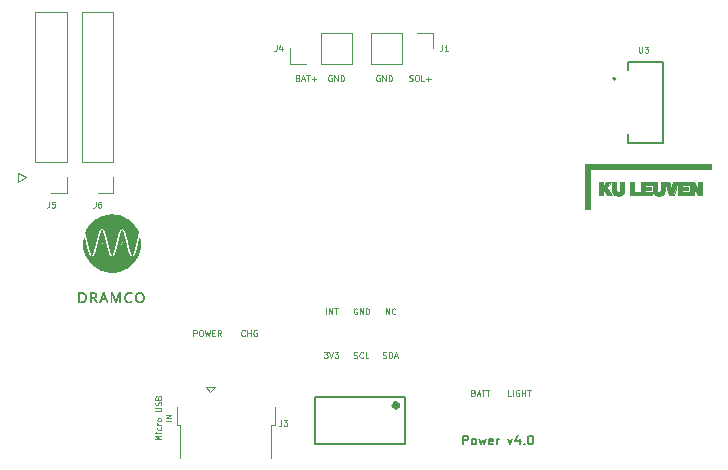
<source format=gto>
G04 #@! TF.GenerationSoftware,KiCad,Pcbnew,(5.1.7)-1*
G04 #@! TF.CreationDate,2021-10-27T14:05:11+02:00*
G04 #@! TF.ProjectId,Power_module_v1,506f7765-725f-46d6-9f64-756c655f7631,rev?*
G04 #@! TF.SameCoordinates,Original*
G04 #@! TF.FileFunction,Legend,Top*
G04 #@! TF.FilePolarity,Positive*
%FSLAX46Y46*%
G04 Gerber Fmt 4.6, Leading zero omitted, Abs format (unit mm)*
G04 Created by KiCad (PCBNEW (5.1.7)-1) date 2021-10-27 14:05:11*
%MOMM*%
%LPD*%
G01*
G04 APERTURE LIST*
%ADD10C,0.125000*%
%ADD11C,0.150000*%
%ADD12C,0.120000*%
%ADD13C,0.500000*%
%ADD14C,0.152400*%
%ADD15C,0.010000*%
%ADD16C,0.127000*%
%ADD17C,0.200000*%
G04 APERTURE END LIST*
D10*
X105588690Y-106521428D02*
X105088690Y-106521428D01*
X105445833Y-106354761D01*
X105088690Y-106188095D01*
X105588690Y-106188095D01*
X105588690Y-105950000D02*
X105255357Y-105950000D01*
X105088690Y-105950000D02*
X105112500Y-105973809D01*
X105136309Y-105950000D01*
X105112500Y-105926190D01*
X105088690Y-105950000D01*
X105136309Y-105950000D01*
X105564880Y-105497619D02*
X105588690Y-105545238D01*
X105588690Y-105640476D01*
X105564880Y-105688095D01*
X105541071Y-105711904D01*
X105493452Y-105735714D01*
X105350595Y-105735714D01*
X105302976Y-105711904D01*
X105279166Y-105688095D01*
X105255357Y-105640476D01*
X105255357Y-105545238D01*
X105279166Y-105497619D01*
X105588690Y-105283333D02*
X105255357Y-105283333D01*
X105350595Y-105283333D02*
X105302976Y-105259523D01*
X105279166Y-105235714D01*
X105255357Y-105188095D01*
X105255357Y-105140476D01*
X105588690Y-104902380D02*
X105564880Y-104950000D01*
X105541071Y-104973809D01*
X105493452Y-104997619D01*
X105350595Y-104997619D01*
X105302976Y-104973809D01*
X105279166Y-104950000D01*
X105255357Y-104902380D01*
X105255357Y-104830952D01*
X105279166Y-104783333D01*
X105302976Y-104759523D01*
X105350595Y-104735714D01*
X105493452Y-104735714D01*
X105541071Y-104759523D01*
X105564880Y-104783333D01*
X105588690Y-104830952D01*
X105588690Y-104902380D01*
X105088690Y-104140476D02*
X105493452Y-104140476D01*
X105541071Y-104116666D01*
X105564880Y-104092857D01*
X105588690Y-104045238D01*
X105588690Y-103950000D01*
X105564880Y-103902380D01*
X105541071Y-103878571D01*
X105493452Y-103854761D01*
X105088690Y-103854761D01*
X105564880Y-103640476D02*
X105588690Y-103569047D01*
X105588690Y-103450000D01*
X105564880Y-103402380D01*
X105541071Y-103378571D01*
X105493452Y-103354761D01*
X105445833Y-103354761D01*
X105398214Y-103378571D01*
X105374404Y-103402380D01*
X105350595Y-103450000D01*
X105326785Y-103545238D01*
X105302976Y-103592857D01*
X105279166Y-103616666D01*
X105231547Y-103640476D01*
X105183928Y-103640476D01*
X105136309Y-103616666D01*
X105112500Y-103592857D01*
X105088690Y-103545238D01*
X105088690Y-103426190D01*
X105112500Y-103354761D01*
X105326785Y-102973809D02*
X105350595Y-102902380D01*
X105374404Y-102878571D01*
X105422023Y-102854761D01*
X105493452Y-102854761D01*
X105541071Y-102878571D01*
X105564880Y-102902380D01*
X105588690Y-102950000D01*
X105588690Y-103140476D01*
X105088690Y-103140476D01*
X105088690Y-102973809D01*
X105112500Y-102926190D01*
X105136309Y-102902380D01*
X105183928Y-102878571D01*
X105231547Y-102878571D01*
X105279166Y-102902380D01*
X105302976Y-102926190D01*
X105326785Y-102973809D01*
X105326785Y-103140476D01*
X106463690Y-104961904D02*
X105963690Y-104961904D01*
X106463690Y-104723809D02*
X105963690Y-104723809D01*
X106463690Y-104438095D01*
X105963690Y-104438095D01*
X108319238Y-97762190D02*
X108319238Y-97262190D01*
X108509714Y-97262190D01*
X108557333Y-97286000D01*
X108581142Y-97309809D01*
X108604952Y-97357428D01*
X108604952Y-97428857D01*
X108581142Y-97476476D01*
X108557333Y-97500285D01*
X108509714Y-97524095D01*
X108319238Y-97524095D01*
X108914476Y-97262190D02*
X109009714Y-97262190D01*
X109057333Y-97286000D01*
X109104952Y-97333619D01*
X109128761Y-97428857D01*
X109128761Y-97595523D01*
X109104952Y-97690761D01*
X109057333Y-97738380D01*
X109009714Y-97762190D01*
X108914476Y-97762190D01*
X108866857Y-97738380D01*
X108819238Y-97690761D01*
X108795428Y-97595523D01*
X108795428Y-97428857D01*
X108819238Y-97333619D01*
X108866857Y-97286000D01*
X108914476Y-97262190D01*
X109295428Y-97262190D02*
X109414476Y-97762190D01*
X109509714Y-97405047D01*
X109604952Y-97762190D01*
X109724000Y-97262190D01*
X109914476Y-97500285D02*
X110081142Y-97500285D01*
X110152571Y-97762190D02*
X109914476Y-97762190D01*
X109914476Y-97262190D01*
X110152571Y-97262190D01*
X110652571Y-97762190D02*
X110485904Y-97524095D01*
X110366857Y-97762190D02*
X110366857Y-97262190D01*
X110557333Y-97262190D01*
X110604952Y-97286000D01*
X110628761Y-97309809D01*
X110652571Y-97357428D01*
X110652571Y-97428857D01*
X110628761Y-97476476D01*
X110604952Y-97500285D01*
X110557333Y-97524095D01*
X110366857Y-97524095D01*
X112672857Y-97714571D02*
X112649047Y-97738380D01*
X112577619Y-97762190D01*
X112530000Y-97762190D01*
X112458571Y-97738380D01*
X112410952Y-97690761D01*
X112387142Y-97643142D01*
X112363333Y-97547904D01*
X112363333Y-97476476D01*
X112387142Y-97381238D01*
X112410952Y-97333619D01*
X112458571Y-97286000D01*
X112530000Y-97262190D01*
X112577619Y-97262190D01*
X112649047Y-97286000D01*
X112672857Y-97309809D01*
X112887142Y-97762190D02*
X112887142Y-97262190D01*
X112887142Y-97500285D02*
X113172857Y-97500285D01*
X113172857Y-97762190D02*
X113172857Y-97262190D01*
X113672857Y-97286000D02*
X113625238Y-97262190D01*
X113553809Y-97262190D01*
X113482380Y-97286000D01*
X113434761Y-97333619D01*
X113410952Y-97381238D01*
X113387142Y-97476476D01*
X113387142Y-97547904D01*
X113410952Y-97643142D01*
X113434761Y-97690761D01*
X113482380Y-97738380D01*
X113553809Y-97762190D01*
X113601428Y-97762190D01*
X113672857Y-97738380D01*
X113696666Y-97714571D01*
X113696666Y-97547904D01*
X113601428Y-97547904D01*
X135223333Y-102842190D02*
X134985238Y-102842190D01*
X134985238Y-102342190D01*
X135390000Y-102842190D02*
X135390000Y-102342190D01*
X135890000Y-102366000D02*
X135842380Y-102342190D01*
X135770952Y-102342190D01*
X135699523Y-102366000D01*
X135651904Y-102413619D01*
X135628095Y-102461238D01*
X135604285Y-102556476D01*
X135604285Y-102627904D01*
X135628095Y-102723142D01*
X135651904Y-102770761D01*
X135699523Y-102818380D01*
X135770952Y-102842190D01*
X135818571Y-102842190D01*
X135890000Y-102818380D01*
X135913809Y-102794571D01*
X135913809Y-102627904D01*
X135818571Y-102627904D01*
X136128095Y-102842190D02*
X136128095Y-102342190D01*
X136128095Y-102580285D02*
X136413809Y-102580285D01*
X136413809Y-102842190D02*
X136413809Y-102342190D01*
X136580476Y-102342190D02*
X136866190Y-102342190D01*
X136723333Y-102842190D02*
X136723333Y-102342190D01*
X132028476Y-102580285D02*
X132099904Y-102604095D01*
X132123714Y-102627904D01*
X132147523Y-102675523D01*
X132147523Y-102746952D01*
X132123714Y-102794571D01*
X132099904Y-102818380D01*
X132052285Y-102842190D01*
X131861809Y-102842190D01*
X131861809Y-102342190D01*
X132028476Y-102342190D01*
X132076095Y-102366000D01*
X132099904Y-102389809D01*
X132123714Y-102437428D01*
X132123714Y-102485047D01*
X132099904Y-102532666D01*
X132076095Y-102556476D01*
X132028476Y-102580285D01*
X131861809Y-102580285D01*
X132338000Y-102699333D02*
X132576095Y-102699333D01*
X132290380Y-102842190D02*
X132457047Y-102342190D01*
X132623714Y-102842190D01*
X132718952Y-102342190D02*
X133004666Y-102342190D01*
X132861809Y-102842190D02*
X132861809Y-102342190D01*
X133099904Y-102342190D02*
X133385619Y-102342190D01*
X133242761Y-102842190D02*
X133242761Y-102342190D01*
D11*
X131153571Y-106939285D02*
X131153571Y-106189285D01*
X131439285Y-106189285D01*
X131510714Y-106225000D01*
X131546428Y-106260714D01*
X131582142Y-106332142D01*
X131582142Y-106439285D01*
X131546428Y-106510714D01*
X131510714Y-106546428D01*
X131439285Y-106582142D01*
X131153571Y-106582142D01*
X132010714Y-106939285D02*
X131939285Y-106903571D01*
X131903571Y-106867857D01*
X131867857Y-106796428D01*
X131867857Y-106582142D01*
X131903571Y-106510714D01*
X131939285Y-106475000D01*
X132010714Y-106439285D01*
X132117857Y-106439285D01*
X132189285Y-106475000D01*
X132225000Y-106510714D01*
X132260714Y-106582142D01*
X132260714Y-106796428D01*
X132225000Y-106867857D01*
X132189285Y-106903571D01*
X132117857Y-106939285D01*
X132010714Y-106939285D01*
X132510714Y-106439285D02*
X132653571Y-106939285D01*
X132796428Y-106582142D01*
X132939285Y-106939285D01*
X133082142Y-106439285D01*
X133653571Y-106903571D02*
X133582142Y-106939285D01*
X133439285Y-106939285D01*
X133367857Y-106903571D01*
X133332142Y-106832142D01*
X133332142Y-106546428D01*
X133367857Y-106475000D01*
X133439285Y-106439285D01*
X133582142Y-106439285D01*
X133653571Y-106475000D01*
X133689285Y-106546428D01*
X133689285Y-106617857D01*
X133332142Y-106689285D01*
X134010714Y-106939285D02*
X134010714Y-106439285D01*
X134010714Y-106582142D02*
X134046428Y-106510714D01*
X134082142Y-106475000D01*
X134153571Y-106439285D01*
X134225000Y-106439285D01*
X134975000Y-106439285D02*
X135153571Y-106939285D01*
X135332142Y-106439285D01*
X135939285Y-106439285D02*
X135939285Y-106939285D01*
X135760714Y-106153571D02*
X135582142Y-106689285D01*
X136046428Y-106689285D01*
X136332142Y-106867857D02*
X136367857Y-106903571D01*
X136332142Y-106939285D01*
X136296428Y-106903571D01*
X136332142Y-106867857D01*
X136332142Y-106939285D01*
X136832142Y-106189285D02*
X136903571Y-106189285D01*
X136975000Y-106225000D01*
X137010714Y-106260714D01*
X137046428Y-106332142D01*
X137082142Y-106475000D01*
X137082142Y-106653571D01*
X137046428Y-106796428D01*
X137010714Y-106867857D01*
X136975000Y-106903571D01*
X136903571Y-106939285D01*
X136832142Y-106939285D01*
X136760714Y-106903571D01*
X136725000Y-106867857D01*
X136689285Y-106796428D01*
X136653571Y-106653571D01*
X136653571Y-106475000D01*
X136689285Y-106332142D01*
X136725000Y-106260714D01*
X136760714Y-106225000D01*
X136832142Y-106189285D01*
D10*
X120015047Y-75696000D02*
X119967428Y-75672190D01*
X119896000Y-75672190D01*
X119824571Y-75696000D01*
X119776952Y-75743619D01*
X119753142Y-75791238D01*
X119729333Y-75886476D01*
X119729333Y-75957904D01*
X119753142Y-76053142D01*
X119776952Y-76100761D01*
X119824571Y-76148380D01*
X119896000Y-76172190D01*
X119943619Y-76172190D01*
X120015047Y-76148380D01*
X120038857Y-76124571D01*
X120038857Y-75957904D01*
X119943619Y-75957904D01*
X120253142Y-76172190D02*
X120253142Y-75672190D01*
X120538857Y-76172190D01*
X120538857Y-75672190D01*
X120776952Y-76172190D02*
X120776952Y-75672190D01*
X120896000Y-75672190D01*
X120967428Y-75696000D01*
X121015047Y-75743619D01*
X121038857Y-75791238D01*
X121062666Y-75886476D01*
X121062666Y-75957904D01*
X121038857Y-76053142D01*
X121015047Y-76100761D01*
X120967428Y-76148380D01*
X120896000Y-76172190D01*
X120776952Y-76172190D01*
X126591333Y-76148380D02*
X126662761Y-76172190D01*
X126781809Y-76172190D01*
X126829428Y-76148380D01*
X126853238Y-76124571D01*
X126877047Y-76076952D01*
X126877047Y-76029333D01*
X126853238Y-75981714D01*
X126829428Y-75957904D01*
X126781809Y-75934095D01*
X126686571Y-75910285D01*
X126638952Y-75886476D01*
X126615142Y-75862666D01*
X126591333Y-75815047D01*
X126591333Y-75767428D01*
X126615142Y-75719809D01*
X126638952Y-75696000D01*
X126686571Y-75672190D01*
X126805619Y-75672190D01*
X126877047Y-75696000D01*
X127186571Y-75672190D02*
X127281809Y-75672190D01*
X127329428Y-75696000D01*
X127377047Y-75743619D01*
X127400857Y-75838857D01*
X127400857Y-76005523D01*
X127377047Y-76100761D01*
X127329428Y-76148380D01*
X127281809Y-76172190D01*
X127186571Y-76172190D01*
X127138952Y-76148380D01*
X127091333Y-76100761D01*
X127067523Y-76005523D01*
X127067523Y-75838857D01*
X127091333Y-75743619D01*
X127138952Y-75696000D01*
X127186571Y-75672190D01*
X127853238Y-76172190D02*
X127615142Y-76172190D01*
X127615142Y-75672190D01*
X128019904Y-75981714D02*
X128400857Y-75981714D01*
X128210380Y-76172190D02*
X128210380Y-75791238D01*
X124079047Y-75696000D02*
X124031428Y-75672190D01*
X123960000Y-75672190D01*
X123888571Y-75696000D01*
X123840952Y-75743619D01*
X123817142Y-75791238D01*
X123793333Y-75886476D01*
X123793333Y-75957904D01*
X123817142Y-76053142D01*
X123840952Y-76100761D01*
X123888571Y-76148380D01*
X123960000Y-76172190D01*
X124007619Y-76172190D01*
X124079047Y-76148380D01*
X124102857Y-76124571D01*
X124102857Y-75957904D01*
X124007619Y-75957904D01*
X124317142Y-76172190D02*
X124317142Y-75672190D01*
X124602857Y-76172190D01*
X124602857Y-75672190D01*
X124840952Y-76172190D02*
X124840952Y-75672190D01*
X124960000Y-75672190D01*
X125031428Y-75696000D01*
X125079047Y-75743619D01*
X125102857Y-75791238D01*
X125126666Y-75886476D01*
X125126666Y-75957904D01*
X125102857Y-76053142D01*
X125079047Y-76100761D01*
X125031428Y-76148380D01*
X124960000Y-76172190D01*
X124840952Y-76172190D01*
X117177428Y-75910285D02*
X117248857Y-75934095D01*
X117272666Y-75957904D01*
X117296476Y-76005523D01*
X117296476Y-76076952D01*
X117272666Y-76124571D01*
X117248857Y-76148380D01*
X117201238Y-76172190D01*
X117010761Y-76172190D01*
X117010761Y-75672190D01*
X117177428Y-75672190D01*
X117225047Y-75696000D01*
X117248857Y-75719809D01*
X117272666Y-75767428D01*
X117272666Y-75815047D01*
X117248857Y-75862666D01*
X117225047Y-75886476D01*
X117177428Y-75910285D01*
X117010761Y-75910285D01*
X117486952Y-76029333D02*
X117725047Y-76029333D01*
X117439333Y-76172190D02*
X117606000Y-75672190D01*
X117772666Y-76172190D01*
X117867904Y-75672190D02*
X118153619Y-75672190D01*
X118010761Y-76172190D02*
X118010761Y-75672190D01*
X118320285Y-75981714D02*
X118701238Y-75981714D01*
X118510761Y-76172190D02*
X118510761Y-75791238D01*
D12*
X93472000Y-84709000D02*
X93472000Y-83947000D01*
X94107000Y-84328000D02*
X93472000Y-84709000D01*
X93472000Y-83947000D02*
X94107000Y-84328000D01*
D10*
X124360857Y-99602380D02*
X124432285Y-99626190D01*
X124551333Y-99626190D01*
X124598952Y-99602380D01*
X124622761Y-99578571D01*
X124646571Y-99530952D01*
X124646571Y-99483333D01*
X124622761Y-99435714D01*
X124598952Y-99411904D01*
X124551333Y-99388095D01*
X124456095Y-99364285D01*
X124408476Y-99340476D01*
X124384666Y-99316666D01*
X124360857Y-99269047D01*
X124360857Y-99221428D01*
X124384666Y-99173809D01*
X124408476Y-99150000D01*
X124456095Y-99126190D01*
X124575142Y-99126190D01*
X124646571Y-99150000D01*
X124860857Y-99626190D02*
X124860857Y-99126190D01*
X124979904Y-99126190D01*
X125051333Y-99150000D01*
X125098952Y-99197619D01*
X125122761Y-99245238D01*
X125146571Y-99340476D01*
X125146571Y-99411904D01*
X125122761Y-99507142D01*
X125098952Y-99554761D01*
X125051333Y-99602380D01*
X124979904Y-99626190D01*
X124860857Y-99626190D01*
X125337047Y-99483333D02*
X125575142Y-99483333D01*
X125289428Y-99626190D02*
X125456095Y-99126190D01*
X125622761Y-99626190D01*
X121904761Y-99602380D02*
X121976190Y-99626190D01*
X122095238Y-99626190D01*
X122142857Y-99602380D01*
X122166666Y-99578571D01*
X122190476Y-99530952D01*
X122190476Y-99483333D01*
X122166666Y-99435714D01*
X122142857Y-99411904D01*
X122095238Y-99388095D01*
X122000000Y-99364285D01*
X121952380Y-99340476D01*
X121928571Y-99316666D01*
X121904761Y-99269047D01*
X121904761Y-99221428D01*
X121928571Y-99173809D01*
X121952380Y-99150000D01*
X122000000Y-99126190D01*
X122119047Y-99126190D01*
X122190476Y-99150000D01*
X122690476Y-99578571D02*
X122666666Y-99602380D01*
X122595238Y-99626190D01*
X122547619Y-99626190D01*
X122476190Y-99602380D01*
X122428571Y-99554761D01*
X122404761Y-99507142D01*
X122380952Y-99411904D01*
X122380952Y-99340476D01*
X122404761Y-99245238D01*
X122428571Y-99197619D01*
X122476190Y-99150000D01*
X122547619Y-99126190D01*
X122595238Y-99126190D01*
X122666666Y-99150000D01*
X122690476Y-99173809D01*
X123142857Y-99626190D02*
X122904761Y-99626190D01*
X122904761Y-99126190D01*
X119380952Y-99126190D02*
X119690476Y-99126190D01*
X119523809Y-99316666D01*
X119595238Y-99316666D01*
X119642857Y-99340476D01*
X119666666Y-99364285D01*
X119690476Y-99411904D01*
X119690476Y-99530952D01*
X119666666Y-99578571D01*
X119642857Y-99602380D01*
X119595238Y-99626190D01*
X119452380Y-99626190D01*
X119404761Y-99602380D01*
X119380952Y-99578571D01*
X119833333Y-99126190D02*
X120000000Y-99626190D01*
X120166666Y-99126190D01*
X120285714Y-99126190D02*
X120595238Y-99126190D01*
X120428571Y-99316666D01*
X120500000Y-99316666D01*
X120547619Y-99340476D01*
X120571428Y-99364285D01*
X120595238Y-99411904D01*
X120595238Y-99530952D01*
X120571428Y-99578571D01*
X120547619Y-99602380D01*
X120500000Y-99626190D01*
X120357142Y-99626190D01*
X120309523Y-99602380D01*
X120285714Y-99578571D01*
X124607142Y-95926190D02*
X124607142Y-95426190D01*
X124892857Y-95926190D01*
X124892857Y-95426190D01*
X125416666Y-95878571D02*
X125392857Y-95902380D01*
X125321428Y-95926190D01*
X125273809Y-95926190D01*
X125202380Y-95902380D01*
X125154761Y-95854761D01*
X125130952Y-95807142D01*
X125107142Y-95711904D01*
X125107142Y-95640476D01*
X125130952Y-95545238D01*
X125154761Y-95497619D01*
X125202380Y-95450000D01*
X125273809Y-95426190D01*
X125321428Y-95426190D01*
X125392857Y-95450000D01*
X125416666Y-95473809D01*
X122174047Y-95450000D02*
X122126428Y-95426190D01*
X122055000Y-95426190D01*
X121983571Y-95450000D01*
X121935952Y-95497619D01*
X121912142Y-95545238D01*
X121888333Y-95640476D01*
X121888333Y-95711904D01*
X121912142Y-95807142D01*
X121935952Y-95854761D01*
X121983571Y-95902380D01*
X122055000Y-95926190D01*
X122102619Y-95926190D01*
X122174047Y-95902380D01*
X122197857Y-95878571D01*
X122197857Y-95711904D01*
X122102619Y-95711904D01*
X122412142Y-95926190D02*
X122412142Y-95426190D01*
X122697857Y-95926190D01*
X122697857Y-95426190D01*
X122935952Y-95926190D02*
X122935952Y-95426190D01*
X123055000Y-95426190D01*
X123126428Y-95450000D01*
X123174047Y-95497619D01*
X123197857Y-95545238D01*
X123221666Y-95640476D01*
X123221666Y-95711904D01*
X123197857Y-95807142D01*
X123174047Y-95854761D01*
X123126428Y-95902380D01*
X123055000Y-95926190D01*
X122935952Y-95926190D01*
X119547619Y-95926190D02*
X119547619Y-95426190D01*
X119785714Y-95926190D02*
X119785714Y-95426190D01*
X120071428Y-95926190D01*
X120071428Y-95426190D01*
X120238095Y-95426190D02*
X120523809Y-95426190D01*
X120380952Y-95926190D02*
X120380952Y-95426190D01*
D13*
X125589419Y-103634000D02*
G75*
G03*
X125589419Y-103634000I-141419J0D01*
G01*
D14*
X118618000Y-102934000D02*
X118618000Y-106934000D01*
X126238000Y-106934000D02*
X118618000Y-106934000D01*
X126238000Y-102934000D02*
X118618000Y-102934000D01*
X126238000Y-102934000D02*
X126238000Y-106934000D01*
D15*
G36*
X151350133Y-85847767D02*
G01*
X151021374Y-85847767D01*
X150855164Y-85541909D01*
X150829545Y-85494801D01*
X150805040Y-85449813D01*
X150781957Y-85407505D01*
X150760603Y-85368435D01*
X150741283Y-85333163D01*
X150724306Y-85302247D01*
X150709978Y-85276248D01*
X150698605Y-85255725D01*
X150690496Y-85241236D01*
X150685957Y-85233341D01*
X150685110Y-85232028D01*
X150684402Y-85235419D01*
X150683751Y-85246832D01*
X150683164Y-85265824D01*
X150682645Y-85291950D01*
X150682200Y-85324768D01*
X150681835Y-85363832D01*
X150681556Y-85408699D01*
X150681367Y-85458925D01*
X150681275Y-85514067D01*
X150681266Y-85537887D01*
X150681266Y-85847767D01*
X150359502Y-85847767D01*
X150360576Y-85281558D01*
X150361650Y-84715350D01*
X150535216Y-84714306D01*
X150708783Y-84713262D01*
X150864681Y-85009213D01*
X150889248Y-85055809D01*
X150912772Y-85100344D01*
X150934941Y-85142232D01*
X150955443Y-85180889D01*
X150973967Y-85215730D01*
X150990202Y-85246172D01*
X151003837Y-85271629D01*
X151014559Y-85291518D01*
X151022058Y-85305253D01*
X151026022Y-85312249D01*
X151026471Y-85312941D01*
X151027610Y-85313513D01*
X151028598Y-85311661D01*
X151029444Y-85306857D01*
X151030160Y-85298571D01*
X151030756Y-85286276D01*
X151031243Y-85269444D01*
X151031632Y-85247545D01*
X151031934Y-85220052D01*
X151032159Y-85186436D01*
X151032319Y-85146169D01*
X151032423Y-85098722D01*
X151032483Y-85043568D01*
X151032498Y-85016975D01*
X151032633Y-84713234D01*
X151350133Y-84713234D01*
X151350133Y-85847767D01*
G37*
X151350133Y-85847767D02*
X151021374Y-85847767D01*
X150855164Y-85541909D01*
X150829545Y-85494801D01*
X150805040Y-85449813D01*
X150781957Y-85407505D01*
X150760603Y-85368435D01*
X150741283Y-85333163D01*
X150724306Y-85302247D01*
X150709978Y-85276248D01*
X150698605Y-85255725D01*
X150690496Y-85241236D01*
X150685957Y-85233341D01*
X150685110Y-85232028D01*
X150684402Y-85235419D01*
X150683751Y-85246832D01*
X150683164Y-85265824D01*
X150682645Y-85291950D01*
X150682200Y-85324768D01*
X150681835Y-85363832D01*
X150681556Y-85408699D01*
X150681367Y-85458925D01*
X150681275Y-85514067D01*
X150681266Y-85537887D01*
X150681266Y-85847767D01*
X150359502Y-85847767D01*
X150360576Y-85281558D01*
X150361650Y-84715350D01*
X150535216Y-84714306D01*
X150708783Y-84713262D01*
X150864681Y-85009213D01*
X150889248Y-85055809D01*
X150912772Y-85100344D01*
X150934941Y-85142232D01*
X150955443Y-85180889D01*
X150973967Y-85215730D01*
X150990202Y-85246172D01*
X151003837Y-85271629D01*
X151014559Y-85291518D01*
X151022058Y-85305253D01*
X151026022Y-85312249D01*
X151026471Y-85312941D01*
X151027610Y-85313513D01*
X151028598Y-85311661D01*
X151029444Y-85306857D01*
X151030160Y-85298571D01*
X151030756Y-85286276D01*
X151031243Y-85269444D01*
X151031632Y-85247545D01*
X151031934Y-85220052D01*
X151032159Y-85186436D01*
X151032319Y-85146169D01*
X151032423Y-85098722D01*
X151032483Y-85043568D01*
X151032498Y-85016975D01*
X151032633Y-84713234D01*
X151350133Y-84713234D01*
X151350133Y-85847767D01*
G36*
X150257933Y-85005333D02*
G01*
X149694899Y-85005333D01*
X149694899Y-85145033D01*
X150207133Y-85145033D01*
X150207133Y-85415967D01*
X149694899Y-85415967D01*
X149694899Y-85555667D01*
X150274866Y-85555667D01*
X150274866Y-85847767D01*
X149356233Y-85847767D01*
X149356233Y-84713234D01*
X150257933Y-84713234D01*
X150257933Y-85005333D01*
G37*
X150257933Y-85005333D02*
X149694899Y-85005333D01*
X149694899Y-85145033D01*
X150207133Y-85145033D01*
X150207133Y-85415967D01*
X149694899Y-85415967D01*
X149694899Y-85555667D01*
X150274866Y-85555667D01*
X150274866Y-85847767D01*
X149356233Y-85847767D01*
X149356233Y-84713234D01*
X150257933Y-84713234D01*
X150257933Y-85005333D01*
G36*
X148606535Y-84729109D02*
G01*
X148608244Y-84735636D01*
X148611925Y-84749698D01*
X148617405Y-84770642D01*
X148624515Y-84797811D01*
X148633082Y-84830551D01*
X148642935Y-84868205D01*
X148653902Y-84910120D01*
X148665813Y-84955640D01*
X148678495Y-85004110D01*
X148691777Y-85054875D01*
X148695983Y-85070950D01*
X148709319Y-85121872D01*
X148722051Y-85170389D01*
X148734014Y-85215885D01*
X148745046Y-85257739D01*
X148754981Y-85295335D01*
X148763657Y-85328053D01*
X148770910Y-85355274D01*
X148776575Y-85376381D01*
X148780489Y-85390755D01*
X148782488Y-85397778D01*
X148782708Y-85398387D01*
X148783166Y-85398566D01*
X148783779Y-85397900D01*
X148784680Y-85395887D01*
X148786001Y-85392026D01*
X148787877Y-85385816D01*
X148790439Y-85376755D01*
X148793820Y-85364343D01*
X148798154Y-85348077D01*
X148803572Y-85327457D01*
X148810209Y-85301981D01*
X148818196Y-85271148D01*
X148827667Y-85234456D01*
X148838755Y-85191405D01*
X148851591Y-85141492D01*
X148866310Y-85084216D01*
X148877331Y-85041317D01*
X148961068Y-84715350D01*
X149135367Y-84714245D01*
X149172854Y-84714037D01*
X149207575Y-84713904D01*
X149238649Y-84713842D01*
X149265192Y-84713853D01*
X149286321Y-84713935D01*
X149301151Y-84714086D01*
X149308802Y-84714306D01*
X149309666Y-84714429D01*
X149308463Y-84718560D01*
X149304946Y-84730333D01*
X149299255Y-84749288D01*
X149291529Y-84774964D01*
X149281906Y-84806901D01*
X149270526Y-84844637D01*
X149257528Y-84887713D01*
X149243050Y-84935666D01*
X149227233Y-84988037D01*
X149210214Y-85044365D01*
X149192134Y-85104188D01*
X149173131Y-85167046D01*
X149153344Y-85232478D01*
X149138763Y-85280685D01*
X148967860Y-85845650D01*
X148777648Y-85846751D01*
X148587437Y-85847852D01*
X148425114Y-85285834D01*
X148405754Y-85218813D01*
X148387024Y-85153995D01*
X148369061Y-85091850D01*
X148352001Y-85032847D01*
X148335978Y-84977455D01*
X148321130Y-84926143D01*
X148307592Y-84879380D01*
X148295499Y-84837636D01*
X148284988Y-84801378D01*
X148276194Y-84771077D01*
X148269253Y-84747201D01*
X148264302Y-84730220D01*
X148261475Y-84720602D01*
X148260843Y-84718525D01*
X148261978Y-84717162D01*
X148266902Y-84716039D01*
X148276246Y-84715136D01*
X148290641Y-84714434D01*
X148310717Y-84713914D01*
X148337106Y-84713554D01*
X148370438Y-84713337D01*
X148411344Y-84713242D01*
X148430633Y-84713234D01*
X148602373Y-84713234D01*
X148606535Y-84729109D01*
G37*
X148606535Y-84729109D02*
X148608244Y-84735636D01*
X148611925Y-84749698D01*
X148617405Y-84770642D01*
X148624515Y-84797811D01*
X148633082Y-84830551D01*
X148642935Y-84868205D01*
X148653902Y-84910120D01*
X148665813Y-84955640D01*
X148678495Y-85004110D01*
X148691777Y-85054875D01*
X148695983Y-85070950D01*
X148709319Y-85121872D01*
X148722051Y-85170389D01*
X148734014Y-85215885D01*
X148745046Y-85257739D01*
X148754981Y-85295335D01*
X148763657Y-85328053D01*
X148770910Y-85355274D01*
X148776575Y-85376381D01*
X148780489Y-85390755D01*
X148782488Y-85397778D01*
X148782708Y-85398387D01*
X148783166Y-85398566D01*
X148783779Y-85397900D01*
X148784680Y-85395887D01*
X148786001Y-85392026D01*
X148787877Y-85385816D01*
X148790439Y-85376755D01*
X148793820Y-85364343D01*
X148798154Y-85348077D01*
X148803572Y-85327457D01*
X148810209Y-85301981D01*
X148818196Y-85271148D01*
X148827667Y-85234456D01*
X148838755Y-85191405D01*
X148851591Y-85141492D01*
X148866310Y-85084216D01*
X148877331Y-85041317D01*
X148961068Y-84715350D01*
X149135367Y-84714245D01*
X149172854Y-84714037D01*
X149207575Y-84713904D01*
X149238649Y-84713842D01*
X149265192Y-84713853D01*
X149286321Y-84713935D01*
X149301151Y-84714086D01*
X149308802Y-84714306D01*
X149309666Y-84714429D01*
X149308463Y-84718560D01*
X149304946Y-84730333D01*
X149299255Y-84749288D01*
X149291529Y-84774964D01*
X149281906Y-84806901D01*
X149270526Y-84844637D01*
X149257528Y-84887713D01*
X149243050Y-84935666D01*
X149227233Y-84988037D01*
X149210214Y-85044365D01*
X149192134Y-85104188D01*
X149173131Y-85167046D01*
X149153344Y-85232478D01*
X149138763Y-85280685D01*
X148967860Y-85845650D01*
X148777648Y-85846751D01*
X148587437Y-85847852D01*
X148425114Y-85285834D01*
X148405754Y-85218813D01*
X148387024Y-85153995D01*
X148369061Y-85091850D01*
X148352001Y-85032847D01*
X148335978Y-84977455D01*
X148321130Y-84926143D01*
X148307592Y-84879380D01*
X148295499Y-84837636D01*
X148284988Y-84801378D01*
X148276194Y-84771077D01*
X148269253Y-84747201D01*
X148264302Y-84730220D01*
X148261475Y-84720602D01*
X148260843Y-84718525D01*
X148261978Y-84717162D01*
X148266902Y-84716039D01*
X148276246Y-84715136D01*
X148290641Y-84714434D01*
X148310717Y-84713914D01*
X148337106Y-84713554D01*
X148370438Y-84713337D01*
X148411344Y-84713242D01*
X148430633Y-84713234D01*
X148602373Y-84713234D01*
X148606535Y-84729109D01*
G36*
X147108333Y-85005333D02*
G01*
X146541066Y-85005333D01*
X146541066Y-85145033D01*
X147057533Y-85145033D01*
X147057533Y-85415967D01*
X146541066Y-85415967D01*
X146541066Y-85555667D01*
X147125266Y-85555667D01*
X147125266Y-85847767D01*
X146206633Y-85847767D01*
X146206633Y-84713234D01*
X147108333Y-84713234D01*
X147108333Y-85005333D01*
G37*
X147108333Y-85005333D02*
X146541066Y-85005333D01*
X146541066Y-85145033D01*
X147057533Y-85145033D01*
X147057533Y-85415967D01*
X146541066Y-85415967D01*
X146541066Y-85555667D01*
X147125266Y-85555667D01*
X147125266Y-85847767D01*
X146206633Y-85847767D01*
X146206633Y-84713234D01*
X147108333Y-84713234D01*
X147108333Y-85005333D01*
G36*
X145626666Y-85555596D02*
G01*
X146102916Y-85557784D01*
X146104030Y-85702775D01*
X146105144Y-85847767D01*
X145287999Y-85847767D01*
X145287999Y-84713234D01*
X145626666Y-84713234D01*
X145626666Y-85555596D01*
G37*
X145626666Y-85555596D02*
X146102916Y-85557784D01*
X146104030Y-85702775D01*
X146105144Y-85847767D01*
X145287999Y-85847767D01*
X145287999Y-84713234D01*
X145626666Y-84713234D01*
X145626666Y-85555596D01*
G36*
X142989300Y-84908908D02*
G01*
X142989308Y-84954628D01*
X142989351Y-84992569D01*
X142989460Y-85023417D01*
X142989664Y-85047861D01*
X142989991Y-85066586D01*
X142990473Y-85080281D01*
X142991137Y-85089633D01*
X142992014Y-85095328D01*
X142993133Y-85098054D01*
X142994524Y-85098499D01*
X142996216Y-85097349D01*
X142997336Y-85096233D01*
X143001396Y-85091355D01*
X143010104Y-85080414D01*
X143022952Y-85064063D01*
X143039430Y-85042954D01*
X143059033Y-85017740D01*
X143081251Y-84989074D01*
X143105576Y-84957608D01*
X143131501Y-84923996D01*
X143143844Y-84907967D01*
X143170302Y-84873623D01*
X143195364Y-84841153D01*
X143218528Y-84811205D01*
X143239288Y-84784428D01*
X143257142Y-84761470D01*
X143271586Y-84742980D01*
X143282115Y-84729606D01*
X143288227Y-84721996D01*
X143289424Y-84720601D01*
X143291501Y-84718899D01*
X143294676Y-84717485D01*
X143299669Y-84716337D01*
X143307199Y-84715435D01*
X143317985Y-84714756D01*
X143332748Y-84714280D01*
X143352207Y-84713985D01*
X143377082Y-84713849D01*
X143408093Y-84713852D01*
X143445959Y-84713972D01*
X143491399Y-84714188D01*
X143503444Y-84714251D01*
X143710354Y-84715350D01*
X143512674Y-84935250D01*
X143475027Y-84977245D01*
X143440659Y-85015816D01*
X143409871Y-85050615D01*
X143382966Y-85081295D01*
X143360242Y-85107508D01*
X143342002Y-85128908D01*
X143328546Y-85145146D01*
X143320175Y-85155875D01*
X143317191Y-85160748D01*
X143317204Y-85160911D01*
X143319829Y-85165181D01*
X143326845Y-85175990D01*
X143337925Y-85192849D01*
X143352743Y-85215266D01*
X143370973Y-85242750D01*
X143392288Y-85274811D01*
X143416362Y-85310958D01*
X143442868Y-85350700D01*
X143471479Y-85393546D01*
X143501870Y-85439006D01*
X143533715Y-85486588D01*
X143545941Y-85504843D01*
X143578188Y-85553008D01*
X143609064Y-85599173D01*
X143638248Y-85642855D01*
X143665417Y-85683570D01*
X143690248Y-85720831D01*
X143712421Y-85754156D01*
X143731612Y-85783060D01*
X143747499Y-85807058D01*
X143759760Y-85825666D01*
X143768074Y-85838399D01*
X143772116Y-85844773D01*
X143772466Y-85845430D01*
X143768367Y-85845883D01*
X143756605Y-85846265D01*
X143737986Y-85846571D01*
X143713312Y-85846797D01*
X143683388Y-85846936D01*
X143649018Y-85846984D01*
X143611006Y-85846937D01*
X143570157Y-85846788D01*
X143562168Y-85846748D01*
X143351869Y-85845650D01*
X143219505Y-85629829D01*
X143195665Y-85591035D01*
X143173082Y-85554438D01*
X143152153Y-85520669D01*
X143133273Y-85490360D01*
X143116837Y-85464141D01*
X143103240Y-85442642D01*
X143092879Y-85426495D01*
X143086147Y-85416329D01*
X143083458Y-85412781D01*
X143079538Y-85415363D01*
X143071082Y-85423289D01*
X143059114Y-85435522D01*
X143044663Y-85451025D01*
X143034537Y-85462237D01*
X142989300Y-85512920D01*
X142989300Y-85847767D01*
X142650633Y-85847767D01*
X142650633Y-84713234D01*
X142989300Y-84713234D01*
X142989300Y-84908908D01*
G37*
X142989300Y-84908908D02*
X142989308Y-84954628D01*
X142989351Y-84992569D01*
X142989460Y-85023417D01*
X142989664Y-85047861D01*
X142989991Y-85066586D01*
X142990473Y-85080281D01*
X142991137Y-85089633D01*
X142992014Y-85095328D01*
X142993133Y-85098054D01*
X142994524Y-85098499D01*
X142996216Y-85097349D01*
X142997336Y-85096233D01*
X143001396Y-85091355D01*
X143010104Y-85080414D01*
X143022952Y-85064063D01*
X143039430Y-85042954D01*
X143059033Y-85017740D01*
X143081251Y-84989074D01*
X143105576Y-84957608D01*
X143131501Y-84923996D01*
X143143844Y-84907967D01*
X143170302Y-84873623D01*
X143195364Y-84841153D01*
X143218528Y-84811205D01*
X143239288Y-84784428D01*
X143257142Y-84761470D01*
X143271586Y-84742980D01*
X143282115Y-84729606D01*
X143288227Y-84721996D01*
X143289424Y-84720601D01*
X143291501Y-84718899D01*
X143294676Y-84717485D01*
X143299669Y-84716337D01*
X143307199Y-84715435D01*
X143317985Y-84714756D01*
X143332748Y-84714280D01*
X143352207Y-84713985D01*
X143377082Y-84713849D01*
X143408093Y-84713852D01*
X143445959Y-84713972D01*
X143491399Y-84714188D01*
X143503444Y-84714251D01*
X143710354Y-84715350D01*
X143512674Y-84935250D01*
X143475027Y-84977245D01*
X143440659Y-85015816D01*
X143409871Y-85050615D01*
X143382966Y-85081295D01*
X143360242Y-85107508D01*
X143342002Y-85128908D01*
X143328546Y-85145146D01*
X143320175Y-85155875D01*
X143317191Y-85160748D01*
X143317204Y-85160911D01*
X143319829Y-85165181D01*
X143326845Y-85175990D01*
X143337925Y-85192849D01*
X143352743Y-85215266D01*
X143370973Y-85242750D01*
X143392288Y-85274811D01*
X143416362Y-85310958D01*
X143442868Y-85350700D01*
X143471479Y-85393546D01*
X143501870Y-85439006D01*
X143533715Y-85486588D01*
X143545941Y-85504843D01*
X143578188Y-85553008D01*
X143609064Y-85599173D01*
X143638248Y-85642855D01*
X143665417Y-85683570D01*
X143690248Y-85720831D01*
X143712421Y-85754156D01*
X143731612Y-85783060D01*
X143747499Y-85807058D01*
X143759760Y-85825666D01*
X143768074Y-85838399D01*
X143772116Y-85844773D01*
X143772466Y-85845430D01*
X143768367Y-85845883D01*
X143756605Y-85846265D01*
X143737986Y-85846571D01*
X143713312Y-85846797D01*
X143683388Y-85846936D01*
X143649018Y-85846984D01*
X143611006Y-85846937D01*
X143570157Y-85846788D01*
X143562168Y-85846748D01*
X143351869Y-85845650D01*
X143219505Y-85629829D01*
X143195665Y-85591035D01*
X143173082Y-85554438D01*
X143152153Y-85520669D01*
X143133273Y-85490360D01*
X143116837Y-85464141D01*
X143103240Y-85442642D01*
X143092879Y-85426495D01*
X143086147Y-85416329D01*
X143083458Y-85412781D01*
X143079538Y-85415363D01*
X143071082Y-85423289D01*
X143059114Y-85435522D01*
X143044663Y-85451025D01*
X143034537Y-85462237D01*
X142989300Y-85512920D01*
X142989300Y-85847767D01*
X142650633Y-85847767D01*
X142650633Y-84713234D01*
X142989300Y-84713234D01*
X142989300Y-84908908D01*
G36*
X148044339Y-84713234D02*
G01*
X148213637Y-84713234D01*
X148212064Y-85107992D01*
X148211792Y-85174838D01*
X148211534Y-85233778D01*
X148211276Y-85285372D01*
X148211004Y-85330180D01*
X148210706Y-85368761D01*
X148210368Y-85401677D01*
X148209976Y-85429486D01*
X148209518Y-85452750D01*
X148208979Y-85472029D01*
X148208346Y-85487882D01*
X148207607Y-85500870D01*
X148206748Y-85511552D01*
X148205754Y-85520490D01*
X148204614Y-85528243D01*
X148203313Y-85535371D01*
X148201838Y-85542435D01*
X148201673Y-85543198D01*
X148192703Y-85578177D01*
X148181162Y-85613864D01*
X148168048Y-85647546D01*
X148154358Y-85676510D01*
X148149381Y-85685429D01*
X148135673Y-85705158D01*
X148116799Y-85727508D01*
X148094724Y-85750539D01*
X148071412Y-85772310D01*
X148048830Y-85790880D01*
X148029083Y-85804227D01*
X147978706Y-85828878D01*
X147922789Y-85848579D01*
X147863016Y-85862799D01*
X147825883Y-85868492D01*
X147803127Y-85870492D01*
X147774427Y-85871835D01*
X147741775Y-85872538D01*
X147707159Y-85872618D01*
X147672571Y-85872091D01*
X147639999Y-85870975D01*
X147611435Y-85869287D01*
X147588867Y-85867043D01*
X147584692Y-85866444D01*
X147523482Y-85854398D01*
X147469093Y-85838194D01*
X147420793Y-85817498D01*
X147377849Y-85791976D01*
X147339529Y-85761294D01*
X147326350Y-85748540D01*
X147294273Y-85711515D01*
X147267981Y-85671135D01*
X147246838Y-85626163D01*
X147230211Y-85575359D01*
X147223488Y-85547814D01*
X147212610Y-85498517D01*
X147211032Y-85105875D01*
X147209454Y-84713234D01*
X147548047Y-84713234D01*
X147549732Y-85074125D01*
X147550051Y-85138977D01*
X147550371Y-85195920D01*
X147550705Y-85245512D01*
X147551064Y-85288312D01*
X147551461Y-85324878D01*
X147551908Y-85355768D01*
X147552417Y-85381540D01*
X147553000Y-85402752D01*
X147553670Y-85419962D01*
X147554438Y-85433728D01*
X147555318Y-85444609D01*
X147556321Y-85453162D01*
X147557458Y-85459946D01*
X147558234Y-85463493D01*
X147567123Y-85494363D01*
X147577895Y-85519053D01*
X147591633Y-85539811D01*
X147599119Y-85548523D01*
X147617187Y-85564963D01*
X147637384Y-85576565D01*
X147661478Y-85584008D01*
X147691241Y-85587972D01*
X147703626Y-85588676D01*
X147741434Y-85588056D01*
X147772954Y-85582504D01*
X147799051Y-85571617D01*
X147820592Y-85554989D01*
X147838443Y-85532218D01*
X147843649Y-85523327D01*
X147848374Y-85514682D01*
X147852538Y-85506699D01*
X147856179Y-85498809D01*
X147859334Y-85490443D01*
X147862042Y-85481034D01*
X147864340Y-85470010D01*
X147866266Y-85456805D01*
X147867859Y-85440848D01*
X147869156Y-85421572D01*
X147870194Y-85398407D01*
X147871013Y-85370784D01*
X147871649Y-85338135D01*
X147872141Y-85299890D01*
X147872527Y-85255482D01*
X147872844Y-85204340D01*
X147873131Y-85145896D01*
X147873425Y-85079582D01*
X147873439Y-85076242D01*
X147875040Y-84713233D01*
X148044339Y-84713234D01*
G37*
X148044339Y-84713234D02*
X148213637Y-84713234D01*
X148212064Y-85107992D01*
X148211792Y-85174838D01*
X148211534Y-85233778D01*
X148211276Y-85285372D01*
X148211004Y-85330180D01*
X148210706Y-85368761D01*
X148210368Y-85401677D01*
X148209976Y-85429486D01*
X148209518Y-85452750D01*
X148208979Y-85472029D01*
X148208346Y-85487882D01*
X148207607Y-85500870D01*
X148206748Y-85511552D01*
X148205754Y-85520490D01*
X148204614Y-85528243D01*
X148203313Y-85535371D01*
X148201838Y-85542435D01*
X148201673Y-85543198D01*
X148192703Y-85578177D01*
X148181162Y-85613864D01*
X148168048Y-85647546D01*
X148154358Y-85676510D01*
X148149381Y-85685429D01*
X148135673Y-85705158D01*
X148116799Y-85727508D01*
X148094724Y-85750539D01*
X148071412Y-85772310D01*
X148048830Y-85790880D01*
X148029083Y-85804227D01*
X147978706Y-85828878D01*
X147922789Y-85848579D01*
X147863016Y-85862799D01*
X147825883Y-85868492D01*
X147803127Y-85870492D01*
X147774427Y-85871835D01*
X147741775Y-85872538D01*
X147707159Y-85872618D01*
X147672571Y-85872091D01*
X147639999Y-85870975D01*
X147611435Y-85869287D01*
X147588867Y-85867043D01*
X147584692Y-85866444D01*
X147523482Y-85854398D01*
X147469093Y-85838194D01*
X147420793Y-85817498D01*
X147377849Y-85791976D01*
X147339529Y-85761294D01*
X147326350Y-85748540D01*
X147294273Y-85711515D01*
X147267981Y-85671135D01*
X147246838Y-85626163D01*
X147230211Y-85575359D01*
X147223488Y-85547814D01*
X147212610Y-85498517D01*
X147211032Y-85105875D01*
X147209454Y-84713234D01*
X147548047Y-84713234D01*
X147549732Y-85074125D01*
X147550051Y-85138977D01*
X147550371Y-85195920D01*
X147550705Y-85245512D01*
X147551064Y-85288312D01*
X147551461Y-85324878D01*
X147551908Y-85355768D01*
X147552417Y-85381540D01*
X147553000Y-85402752D01*
X147553670Y-85419962D01*
X147554438Y-85433728D01*
X147555318Y-85444609D01*
X147556321Y-85453162D01*
X147557458Y-85459946D01*
X147558234Y-85463493D01*
X147567123Y-85494363D01*
X147577895Y-85519053D01*
X147591633Y-85539811D01*
X147599119Y-85548523D01*
X147617187Y-85564963D01*
X147637384Y-85576565D01*
X147661478Y-85584008D01*
X147691241Y-85587972D01*
X147703626Y-85588676D01*
X147741434Y-85588056D01*
X147772954Y-85582504D01*
X147799051Y-85571617D01*
X147820592Y-85554989D01*
X147838443Y-85532218D01*
X147843649Y-85523327D01*
X147848374Y-85514682D01*
X147852538Y-85506699D01*
X147856179Y-85498809D01*
X147859334Y-85490443D01*
X147862042Y-85481034D01*
X147864340Y-85470010D01*
X147866266Y-85456805D01*
X147867859Y-85440848D01*
X147869156Y-85421572D01*
X147870194Y-85398407D01*
X147871013Y-85370784D01*
X147871649Y-85338135D01*
X147872141Y-85299890D01*
X147872527Y-85255482D01*
X147872844Y-85204340D01*
X147873131Y-85145896D01*
X147873425Y-85079582D01*
X147873439Y-85076242D01*
X147875040Y-84713233D01*
X148044339Y-84713234D01*
G36*
X144129175Y-85078358D02*
G01*
X144129462Y-85143167D01*
X144129748Y-85200067D01*
X144130045Y-85249617D01*
X144130366Y-85292375D01*
X144130724Y-85328899D01*
X144131131Y-85359748D01*
X144131598Y-85385479D01*
X144132138Y-85406652D01*
X144132765Y-85423824D01*
X144133489Y-85437554D01*
X144134324Y-85448400D01*
X144135281Y-85456919D01*
X144136374Y-85463671D01*
X144137614Y-85469214D01*
X144137840Y-85470075D01*
X144149139Y-85504224D01*
X144163183Y-85531273D01*
X144180791Y-85552367D01*
X144202786Y-85568651D01*
X144212086Y-85573630D01*
X144224172Y-85579385D01*
X144234164Y-85583265D01*
X144244231Y-85585637D01*
X144256539Y-85586870D01*
X144273259Y-85587333D01*
X144293097Y-85587394D01*
X144322303Y-85586671D01*
X144345056Y-85584112D01*
X144363282Y-85579089D01*
X144378907Y-85570975D01*
X144393857Y-85559143D01*
X144401079Y-85552238D01*
X144409156Y-85543789D01*
X144416365Y-85535089D01*
X144422755Y-85525635D01*
X144428376Y-85514921D01*
X144433277Y-85502441D01*
X144437508Y-85487691D01*
X144441117Y-85470164D01*
X144444155Y-85449355D01*
X144446669Y-85424760D01*
X144448710Y-85395873D01*
X144450327Y-85362188D01*
X144451568Y-85323200D01*
X144452484Y-85278405D01*
X144453123Y-85227296D01*
X144453536Y-85169368D01*
X144453770Y-85104116D01*
X144453875Y-85031036D01*
X144453888Y-85010625D01*
X144454033Y-84713234D01*
X144792699Y-84713234D01*
X144792663Y-85069892D01*
X144792606Y-85128025D01*
X144792452Y-85184015D01*
X144792208Y-85237180D01*
X144791881Y-85286835D01*
X144791478Y-85332300D01*
X144791007Y-85372890D01*
X144790475Y-85407923D01*
X144789888Y-85436716D01*
X144789255Y-85458586D01*
X144788582Y-85472850D01*
X144788401Y-85475234D01*
X144779480Y-85540497D01*
X144764543Y-85599814D01*
X144743548Y-85653229D01*
X144716453Y-85700784D01*
X144683218Y-85742523D01*
X144643802Y-85778489D01*
X144598163Y-85808725D01*
X144546261Y-85833273D01*
X144488054Y-85852177D01*
X144423502Y-85865480D01*
X144415390Y-85866693D01*
X144397664Y-85868565D01*
X144373730Y-85870130D01*
X144345443Y-85871361D01*
X144314658Y-85872227D01*
X144283233Y-85872701D01*
X144253023Y-85872751D01*
X144225883Y-85872351D01*
X144203671Y-85871469D01*
X144189450Y-85870243D01*
X144130818Y-85860732D01*
X144078972Y-85848236D01*
X144032648Y-85832406D01*
X143999676Y-85817589D01*
X143952401Y-85789680D01*
X143911290Y-85756342D01*
X143876178Y-85717353D01*
X143846898Y-85672486D01*
X143823284Y-85621516D01*
X143805171Y-85564220D01*
X143801517Y-85549028D01*
X143799909Y-85541826D01*
X143798491Y-85534897D01*
X143797248Y-85527681D01*
X143796166Y-85519620D01*
X143795232Y-85510154D01*
X143794431Y-85498725D01*
X143793750Y-85484774D01*
X143793173Y-85467741D01*
X143792688Y-85447068D01*
X143792280Y-85422196D01*
X143791935Y-85392566D01*
X143791640Y-85357618D01*
X143791379Y-85316794D01*
X143791140Y-85269535D01*
X143790907Y-85215282D01*
X143790668Y-85153475D01*
X143790507Y-85110108D01*
X143789035Y-84713234D01*
X143958334Y-84713234D01*
X144127633Y-84713233D01*
X144129175Y-85078358D01*
G37*
X144129175Y-85078358D02*
X144129462Y-85143167D01*
X144129748Y-85200067D01*
X144130045Y-85249617D01*
X144130366Y-85292375D01*
X144130724Y-85328899D01*
X144131131Y-85359748D01*
X144131598Y-85385479D01*
X144132138Y-85406652D01*
X144132765Y-85423824D01*
X144133489Y-85437554D01*
X144134324Y-85448400D01*
X144135281Y-85456919D01*
X144136374Y-85463671D01*
X144137614Y-85469214D01*
X144137840Y-85470075D01*
X144149139Y-85504224D01*
X144163183Y-85531273D01*
X144180791Y-85552367D01*
X144202786Y-85568651D01*
X144212086Y-85573630D01*
X144224172Y-85579385D01*
X144234164Y-85583265D01*
X144244231Y-85585637D01*
X144256539Y-85586870D01*
X144273259Y-85587333D01*
X144293097Y-85587394D01*
X144322303Y-85586671D01*
X144345056Y-85584112D01*
X144363282Y-85579089D01*
X144378907Y-85570975D01*
X144393857Y-85559143D01*
X144401079Y-85552238D01*
X144409156Y-85543789D01*
X144416365Y-85535089D01*
X144422755Y-85525635D01*
X144428376Y-85514921D01*
X144433277Y-85502441D01*
X144437508Y-85487691D01*
X144441117Y-85470164D01*
X144444155Y-85449355D01*
X144446669Y-85424760D01*
X144448710Y-85395873D01*
X144450327Y-85362188D01*
X144451568Y-85323200D01*
X144452484Y-85278405D01*
X144453123Y-85227296D01*
X144453536Y-85169368D01*
X144453770Y-85104116D01*
X144453875Y-85031036D01*
X144453888Y-85010625D01*
X144454033Y-84713234D01*
X144792699Y-84713234D01*
X144792663Y-85069892D01*
X144792606Y-85128025D01*
X144792452Y-85184015D01*
X144792208Y-85237180D01*
X144791881Y-85286835D01*
X144791478Y-85332300D01*
X144791007Y-85372890D01*
X144790475Y-85407923D01*
X144789888Y-85436716D01*
X144789255Y-85458586D01*
X144788582Y-85472850D01*
X144788401Y-85475234D01*
X144779480Y-85540497D01*
X144764543Y-85599814D01*
X144743548Y-85653229D01*
X144716453Y-85700784D01*
X144683218Y-85742523D01*
X144643802Y-85778489D01*
X144598163Y-85808725D01*
X144546261Y-85833273D01*
X144488054Y-85852177D01*
X144423502Y-85865480D01*
X144415390Y-85866693D01*
X144397664Y-85868565D01*
X144373730Y-85870130D01*
X144345443Y-85871361D01*
X144314658Y-85872227D01*
X144283233Y-85872701D01*
X144253023Y-85872751D01*
X144225883Y-85872351D01*
X144203671Y-85871469D01*
X144189450Y-85870243D01*
X144130818Y-85860732D01*
X144078972Y-85848236D01*
X144032648Y-85832406D01*
X143999676Y-85817589D01*
X143952401Y-85789680D01*
X143911290Y-85756342D01*
X143876178Y-85717353D01*
X143846898Y-85672486D01*
X143823284Y-85621516D01*
X143805171Y-85564220D01*
X143801517Y-85549028D01*
X143799909Y-85541826D01*
X143798491Y-85534897D01*
X143797248Y-85527681D01*
X143796166Y-85519620D01*
X143795232Y-85510154D01*
X143794431Y-85498725D01*
X143793750Y-85484774D01*
X143793173Y-85467741D01*
X143792688Y-85447068D01*
X143792280Y-85422196D01*
X143791935Y-85392566D01*
X143791640Y-85357618D01*
X143791379Y-85316794D01*
X143791140Y-85269535D01*
X143790907Y-85215282D01*
X143790668Y-85153475D01*
X143790507Y-85110108D01*
X143789035Y-84713234D01*
X143958334Y-84713234D01*
X144127633Y-84713233D01*
X144129175Y-85078358D01*
G36*
X152107900Y-83390315D02*
G01*
X152107899Y-83578697D01*
X141894983Y-83580817D01*
X141893919Y-85281558D01*
X141892856Y-86982300D01*
X141516100Y-86982300D01*
X141516100Y-83201934D01*
X152107900Y-83201934D01*
X152107900Y-83390315D01*
G37*
X152107900Y-83390315D02*
X152107899Y-83578697D01*
X141894983Y-83580817D01*
X141893919Y-85281558D01*
X141892856Y-86982300D01*
X141516100Y-86982300D01*
X141516100Y-83201934D01*
X152107900Y-83201934D01*
X152107900Y-83390315D01*
G36*
X102249775Y-88809668D02*
G01*
X102253725Y-88816182D01*
X102258949Y-88826402D01*
X102260985Y-88830421D01*
X102276478Y-88862381D01*
X102292038Y-88897600D01*
X102307741Y-88936297D01*
X102323664Y-88978689D01*
X102339882Y-89024994D01*
X102356471Y-89075432D01*
X102373508Y-89130218D01*
X102391068Y-89189572D01*
X102409228Y-89253711D01*
X102411784Y-89262945D01*
X102417034Y-89282117D01*
X102421815Y-89299875D01*
X102425962Y-89315585D01*
X102429312Y-89328612D01*
X102431701Y-89338324D01*
X102432962Y-89344084D01*
X102433120Y-89345265D01*
X102431992Y-89348766D01*
X102428807Y-89356141D01*
X102423866Y-89366763D01*
X102417465Y-89380005D01*
X102409904Y-89395239D01*
X102401482Y-89411839D01*
X102400334Y-89414075D01*
X102389952Y-89434405D01*
X102378824Y-89456462D01*
X102366826Y-89480502D01*
X102353834Y-89506782D01*
X102339724Y-89535558D01*
X102324371Y-89567087D01*
X102307650Y-89601625D01*
X102289437Y-89639428D01*
X102269607Y-89680754D01*
X102248037Y-89725859D01*
X102224602Y-89774999D01*
X102199176Y-89828431D01*
X102193169Y-89841070D01*
X102159371Y-89912000D01*
X102127483Y-89978508D01*
X102097381Y-90040830D01*
X102068941Y-90099199D01*
X102042042Y-90153849D01*
X102016559Y-90205014D01*
X101992369Y-90252930D01*
X101969350Y-90297830D01*
X101947377Y-90339948D01*
X101926329Y-90379519D01*
X101906081Y-90416777D01*
X101886510Y-90451955D01*
X101867494Y-90485290D01*
X101848909Y-90517014D01*
X101830631Y-90547362D01*
X101812538Y-90576568D01*
X101794507Y-90604867D01*
X101779079Y-90628470D01*
X101766772Y-90646859D01*
X101754284Y-90665110D01*
X101741937Y-90682788D01*
X101730053Y-90699458D01*
X101718956Y-90714686D01*
X101708967Y-90728036D01*
X101700410Y-90739073D01*
X101693606Y-90747363D01*
X101688878Y-90752471D01*
X101686549Y-90753961D01*
X101686360Y-90753513D01*
X101687198Y-90750916D01*
X101689512Y-90744402D01*
X101692995Y-90734812D01*
X101697345Y-90722987D01*
X101699973Y-90715898D01*
X101709055Y-90691044D01*
X101718083Y-90665458D01*
X101727118Y-90638921D01*
X101736217Y-90611212D01*
X101745440Y-90582111D01*
X101754847Y-90551398D01*
X101764496Y-90518852D01*
X101774446Y-90484253D01*
X101784758Y-90447381D01*
X101795489Y-90408016D01*
X101806700Y-90365937D01*
X101818449Y-90320925D01*
X101830796Y-90272758D01*
X101843800Y-90221217D01*
X101857520Y-90166082D01*
X101872015Y-90107131D01*
X101887344Y-90044146D01*
X101903567Y-89976905D01*
X101920743Y-89905188D01*
X101938930Y-89828776D01*
X101942944Y-89811860D01*
X101956315Y-89755670D01*
X101969541Y-89700475D01*
X101982523Y-89646680D01*
X101995159Y-89594692D01*
X102007351Y-89544915D01*
X102018998Y-89497755D01*
X102030000Y-89453618D01*
X102040257Y-89412910D01*
X102049668Y-89376036D01*
X102058134Y-89343402D01*
X102063887Y-89321640D01*
X102083839Y-89248436D01*
X102103270Y-89180243D01*
X102122193Y-89117020D01*
X102140622Y-89058723D01*
X102158571Y-89005314D01*
X102176055Y-88956749D01*
X102193087Y-88912987D01*
X102209680Y-88873988D01*
X102225850Y-88839710D01*
X102227240Y-88836943D01*
X102234205Y-88823106D01*
X102239315Y-88813581D01*
X102243196Y-88808247D01*
X102246474Y-88806983D01*
X102249775Y-88809668D01*
G37*
X102249775Y-88809668D02*
X102253725Y-88816182D01*
X102258949Y-88826402D01*
X102260985Y-88830421D01*
X102276478Y-88862381D01*
X102292038Y-88897600D01*
X102307741Y-88936297D01*
X102323664Y-88978689D01*
X102339882Y-89024994D01*
X102356471Y-89075432D01*
X102373508Y-89130218D01*
X102391068Y-89189572D01*
X102409228Y-89253711D01*
X102411784Y-89262945D01*
X102417034Y-89282117D01*
X102421815Y-89299875D01*
X102425962Y-89315585D01*
X102429312Y-89328612D01*
X102431701Y-89338324D01*
X102432962Y-89344084D01*
X102433120Y-89345265D01*
X102431992Y-89348766D01*
X102428807Y-89356141D01*
X102423866Y-89366763D01*
X102417465Y-89380005D01*
X102409904Y-89395239D01*
X102401482Y-89411839D01*
X102400334Y-89414075D01*
X102389952Y-89434405D01*
X102378824Y-89456462D01*
X102366826Y-89480502D01*
X102353834Y-89506782D01*
X102339724Y-89535558D01*
X102324371Y-89567087D01*
X102307650Y-89601625D01*
X102289437Y-89639428D01*
X102269607Y-89680754D01*
X102248037Y-89725859D01*
X102224602Y-89774999D01*
X102199176Y-89828431D01*
X102193169Y-89841070D01*
X102159371Y-89912000D01*
X102127483Y-89978508D01*
X102097381Y-90040830D01*
X102068941Y-90099199D01*
X102042042Y-90153849D01*
X102016559Y-90205014D01*
X101992369Y-90252930D01*
X101969350Y-90297830D01*
X101947377Y-90339948D01*
X101926329Y-90379519D01*
X101906081Y-90416777D01*
X101886510Y-90451955D01*
X101867494Y-90485290D01*
X101848909Y-90517014D01*
X101830631Y-90547362D01*
X101812538Y-90576568D01*
X101794507Y-90604867D01*
X101779079Y-90628470D01*
X101766772Y-90646859D01*
X101754284Y-90665110D01*
X101741937Y-90682788D01*
X101730053Y-90699458D01*
X101718956Y-90714686D01*
X101708967Y-90728036D01*
X101700410Y-90739073D01*
X101693606Y-90747363D01*
X101688878Y-90752471D01*
X101686549Y-90753961D01*
X101686360Y-90753513D01*
X101687198Y-90750916D01*
X101689512Y-90744402D01*
X101692995Y-90734812D01*
X101697345Y-90722987D01*
X101699973Y-90715898D01*
X101709055Y-90691044D01*
X101718083Y-90665458D01*
X101727118Y-90638921D01*
X101736217Y-90611212D01*
X101745440Y-90582111D01*
X101754847Y-90551398D01*
X101764496Y-90518852D01*
X101774446Y-90484253D01*
X101784758Y-90447381D01*
X101795489Y-90408016D01*
X101806700Y-90365937D01*
X101818449Y-90320925D01*
X101830796Y-90272758D01*
X101843800Y-90221217D01*
X101857520Y-90166082D01*
X101872015Y-90107131D01*
X101887344Y-90044146D01*
X101903567Y-89976905D01*
X101920743Y-89905188D01*
X101938930Y-89828776D01*
X101942944Y-89811860D01*
X101956315Y-89755670D01*
X101969541Y-89700475D01*
X101982523Y-89646680D01*
X101995159Y-89594692D01*
X102007351Y-89544915D01*
X102018998Y-89497755D01*
X102030000Y-89453618D01*
X102040257Y-89412910D01*
X102049668Y-89376036D01*
X102058134Y-89343402D01*
X102063887Y-89321640D01*
X102083839Y-89248436D01*
X102103270Y-89180243D01*
X102122193Y-89117020D01*
X102140622Y-89058723D01*
X102158571Y-89005314D01*
X102176055Y-88956749D01*
X102193087Y-88912987D01*
X102209680Y-88873988D01*
X102225850Y-88839710D01*
X102227240Y-88836943D01*
X102234205Y-88823106D01*
X102239315Y-88813581D01*
X102243196Y-88808247D01*
X102246474Y-88806983D01*
X102249775Y-88809668D01*
G36*
X100540357Y-88805701D02*
G01*
X100544005Y-88811914D01*
X100549022Y-88821446D01*
X100555087Y-88833622D01*
X100561883Y-88847768D01*
X100569089Y-88863210D01*
X100576387Y-88879273D01*
X100583457Y-88895283D01*
X100589981Y-88910567D01*
X100595487Y-88924065D01*
X100605532Y-88949901D01*
X100615450Y-88976373D01*
X100625301Y-89003707D01*
X100635148Y-89032131D01*
X100645055Y-89061869D01*
X100655083Y-89093149D01*
X100665295Y-89126198D01*
X100675753Y-89161241D01*
X100686521Y-89198505D01*
X100697660Y-89238217D01*
X100709233Y-89280603D01*
X100721304Y-89325889D01*
X100733933Y-89374302D01*
X100747185Y-89426069D01*
X100761120Y-89481415D01*
X100775803Y-89540567D01*
X100791295Y-89603752D01*
X100807659Y-89671196D01*
X100824958Y-89743126D01*
X100843253Y-89819767D01*
X100845601Y-89829640D01*
X100862113Y-89898944D01*
X100877582Y-89963574D01*
X100892083Y-90023810D01*
X100905688Y-90079934D01*
X100918469Y-90132228D01*
X100930499Y-90180972D01*
X100941851Y-90226449D01*
X100952598Y-90268939D01*
X100962811Y-90308725D01*
X100972565Y-90346087D01*
X100981930Y-90381306D01*
X100990981Y-90414666D01*
X100999790Y-90446446D01*
X101008429Y-90476928D01*
X101016972Y-90506393D01*
X101025490Y-90535124D01*
X101034057Y-90563401D01*
X101040373Y-90583887D01*
X101047125Y-90605292D01*
X101054428Y-90627855D01*
X101062005Y-90650758D01*
X101069574Y-90673183D01*
X101076857Y-90694314D01*
X101083573Y-90713333D01*
X101089442Y-90729422D01*
X101094185Y-90741764D01*
X101095535Y-90745064D01*
X101097860Y-90751391D01*
X101098751Y-90755458D01*
X101098615Y-90756051D01*
X101096842Y-90754454D01*
X101092537Y-90749371D01*
X101086184Y-90741408D01*
X101078264Y-90731169D01*
X101069258Y-90719258D01*
X101068464Y-90718196D01*
X101049607Y-90692535D01*
X101030889Y-90666183D01*
X101012199Y-90638935D01*
X100993424Y-90610584D01*
X100974454Y-90580924D01*
X100955176Y-90549750D01*
X100935478Y-90516854D01*
X100915250Y-90482032D01*
X100894379Y-90445078D01*
X100872754Y-90405784D01*
X100850263Y-90363945D01*
X100826795Y-90319356D01*
X100802238Y-90271810D01*
X100776480Y-90221101D01*
X100749410Y-90167023D01*
X100720915Y-90109371D01*
X100690885Y-90047937D01*
X100659208Y-89982517D01*
X100625771Y-89912903D01*
X100590464Y-89838891D01*
X100580032Y-89816940D01*
X100563924Y-89783113D01*
X100546772Y-89747271D01*
X100528944Y-89710171D01*
X100510807Y-89672573D01*
X100492730Y-89635234D01*
X100475080Y-89598915D01*
X100458226Y-89564372D01*
X100442534Y-89532366D01*
X100428373Y-89503655D01*
X100419373Y-89485533D01*
X100349777Y-89345897D01*
X100365606Y-89287413D01*
X100385914Y-89214155D01*
X100405823Y-89145921D01*
X100425346Y-89082670D01*
X100444495Y-89024364D01*
X100463284Y-88970961D01*
X100479053Y-88929210D01*
X100483849Y-88917406D01*
X100489741Y-88903622D01*
X100496404Y-88888544D01*
X100503515Y-88872858D01*
X100510748Y-88857251D01*
X100517779Y-88842412D01*
X100524286Y-88829025D01*
X100529942Y-88817780D01*
X100534424Y-88809361D01*
X100537407Y-88804457D01*
X100538397Y-88803480D01*
X100540357Y-88805701D01*
G37*
X100540357Y-88805701D02*
X100544005Y-88811914D01*
X100549022Y-88821446D01*
X100555087Y-88833622D01*
X100561883Y-88847768D01*
X100569089Y-88863210D01*
X100576387Y-88879273D01*
X100583457Y-88895283D01*
X100589981Y-88910567D01*
X100595487Y-88924065D01*
X100605532Y-88949901D01*
X100615450Y-88976373D01*
X100625301Y-89003707D01*
X100635148Y-89032131D01*
X100645055Y-89061869D01*
X100655083Y-89093149D01*
X100665295Y-89126198D01*
X100675753Y-89161241D01*
X100686521Y-89198505D01*
X100697660Y-89238217D01*
X100709233Y-89280603D01*
X100721304Y-89325889D01*
X100733933Y-89374302D01*
X100747185Y-89426069D01*
X100761120Y-89481415D01*
X100775803Y-89540567D01*
X100791295Y-89603752D01*
X100807659Y-89671196D01*
X100824958Y-89743126D01*
X100843253Y-89819767D01*
X100845601Y-89829640D01*
X100862113Y-89898944D01*
X100877582Y-89963574D01*
X100892083Y-90023810D01*
X100905688Y-90079934D01*
X100918469Y-90132228D01*
X100930499Y-90180972D01*
X100941851Y-90226449D01*
X100952598Y-90268939D01*
X100962811Y-90308725D01*
X100972565Y-90346087D01*
X100981930Y-90381306D01*
X100990981Y-90414666D01*
X100999790Y-90446446D01*
X101008429Y-90476928D01*
X101016972Y-90506393D01*
X101025490Y-90535124D01*
X101034057Y-90563401D01*
X101040373Y-90583887D01*
X101047125Y-90605292D01*
X101054428Y-90627855D01*
X101062005Y-90650758D01*
X101069574Y-90673183D01*
X101076857Y-90694314D01*
X101083573Y-90713333D01*
X101089442Y-90729422D01*
X101094185Y-90741764D01*
X101095535Y-90745064D01*
X101097860Y-90751391D01*
X101098751Y-90755458D01*
X101098615Y-90756051D01*
X101096842Y-90754454D01*
X101092537Y-90749371D01*
X101086184Y-90741408D01*
X101078264Y-90731169D01*
X101069258Y-90719258D01*
X101068464Y-90718196D01*
X101049607Y-90692535D01*
X101030889Y-90666183D01*
X101012199Y-90638935D01*
X100993424Y-90610584D01*
X100974454Y-90580924D01*
X100955176Y-90549750D01*
X100935478Y-90516854D01*
X100915250Y-90482032D01*
X100894379Y-90445078D01*
X100872754Y-90405784D01*
X100850263Y-90363945D01*
X100826795Y-90319356D01*
X100802238Y-90271810D01*
X100776480Y-90221101D01*
X100749410Y-90167023D01*
X100720915Y-90109371D01*
X100690885Y-90047937D01*
X100659208Y-89982517D01*
X100625771Y-89912903D01*
X100590464Y-89838891D01*
X100580032Y-89816940D01*
X100563924Y-89783113D01*
X100546772Y-89747271D01*
X100528944Y-89710171D01*
X100510807Y-89672573D01*
X100492730Y-89635234D01*
X100475080Y-89598915D01*
X100458226Y-89564372D01*
X100442534Y-89532366D01*
X100428373Y-89503655D01*
X100419373Y-89485533D01*
X100349777Y-89345897D01*
X100365606Y-89287413D01*
X100385914Y-89214155D01*
X100405823Y-89145921D01*
X100425346Y-89082670D01*
X100444495Y-89024364D01*
X100463284Y-88970961D01*
X100479053Y-88929210D01*
X100483849Y-88917406D01*
X100489741Y-88903622D01*
X100496404Y-88888544D01*
X100503515Y-88872858D01*
X100510748Y-88857251D01*
X100517779Y-88842412D01*
X100524286Y-88829025D01*
X100529942Y-88817780D01*
X100534424Y-88809361D01*
X100537407Y-88804457D01*
X100538397Y-88803480D01*
X100540357Y-88805701D01*
G36*
X99713707Y-88715242D02*
G01*
X99740375Y-88722319D01*
X99768137Y-88733738D01*
X99797495Y-88749480D01*
X99808030Y-88755876D01*
X99840568Y-88778397D01*
X99873917Y-88805875D01*
X99908034Y-88838256D01*
X99942875Y-88875491D01*
X99978397Y-88917526D01*
X100014555Y-88964310D01*
X100051308Y-89015792D01*
X100088610Y-89071919D01*
X100126418Y-89132641D01*
X100129557Y-89137851D01*
X100158002Y-89185186D01*
X100151046Y-89209598D01*
X100143085Y-89237910D01*
X100134696Y-89268491D01*
X100125825Y-89301560D01*
X100116415Y-89337335D01*
X100106413Y-89376036D01*
X100095764Y-89417880D01*
X100084413Y-89463088D01*
X100072304Y-89511877D01*
X100059383Y-89564468D01*
X100045596Y-89621078D01*
X100030887Y-89681926D01*
X100015201Y-89747232D01*
X99998484Y-89817214D01*
X99993408Y-89838530D01*
X99976282Y-89910314D01*
X99960185Y-89977402D01*
X99945047Y-90040055D01*
X99930799Y-90098539D01*
X99917372Y-90153115D01*
X99904696Y-90204047D01*
X99892702Y-90251598D01*
X99881321Y-90296031D01*
X99870484Y-90337609D01*
X99860121Y-90376596D01*
X99850163Y-90413254D01*
X99840540Y-90447847D01*
X99831184Y-90480637D01*
X99822025Y-90511889D01*
X99812994Y-90541865D01*
X99804021Y-90570828D01*
X99795038Y-90599042D01*
X99785974Y-90626769D01*
X99785411Y-90628470D01*
X99778303Y-90649568D01*
X99770613Y-90671804D01*
X99762783Y-90693942D01*
X99755252Y-90714745D01*
X99748464Y-90732976D01*
X99743693Y-90745310D01*
X99736984Y-90761768D01*
X99729652Y-90778981D01*
X99721998Y-90796317D01*
X99714322Y-90813146D01*
X99706924Y-90828838D01*
X99700106Y-90842761D01*
X99694167Y-90854285D01*
X99689409Y-90862780D01*
X99686132Y-90867616D01*
X99684971Y-90868500D01*
X99682955Y-90866347D01*
X99679200Y-90860430D01*
X99674176Y-90851558D01*
X99668353Y-90840539D01*
X99665930Y-90835759D01*
X99655372Y-90814083D01*
X99644910Y-90791332D01*
X99634490Y-90767319D01*
X99624058Y-90741858D01*
X99613559Y-90714763D01*
X99602940Y-90685849D01*
X99592147Y-90654929D01*
X99581125Y-90621816D01*
X99569822Y-90586325D01*
X99558182Y-90548271D01*
X99546152Y-90507465D01*
X99533678Y-90463724D01*
X99520706Y-90416860D01*
X99507182Y-90366688D01*
X99493052Y-90313021D01*
X99478262Y-90255673D01*
X99462758Y-90194459D01*
X99446486Y-90129191D01*
X99429392Y-90059685D01*
X99411422Y-89985754D01*
X99392522Y-89907212D01*
X99373708Y-89828370D01*
X99355309Y-89751265D01*
X99337772Y-89678333D01*
X99321121Y-89609663D01*
X99305378Y-89545347D01*
X99290565Y-89485476D01*
X99276705Y-89430141D01*
X99263821Y-89379434D01*
X99251935Y-89333445D01*
X99241071Y-89292265D01*
X99233717Y-89264999D01*
X99211695Y-89184229D01*
X99240388Y-89136729D01*
X99277700Y-89076638D01*
X99314105Y-89021435D01*
X99349680Y-88971024D01*
X99384506Y-88925309D01*
X99418661Y-88884195D01*
X99452224Y-88847585D01*
X99485276Y-88815385D01*
X99517895Y-88787498D01*
X99548530Y-88764931D01*
X99579188Y-88745591D01*
X99607925Y-88730698D01*
X99635243Y-88720234D01*
X99661644Y-88714182D01*
X99687631Y-88712524D01*
X99713707Y-88715242D01*
G37*
X99713707Y-88715242D02*
X99740375Y-88722319D01*
X99768137Y-88733738D01*
X99797495Y-88749480D01*
X99808030Y-88755876D01*
X99840568Y-88778397D01*
X99873917Y-88805875D01*
X99908034Y-88838256D01*
X99942875Y-88875491D01*
X99978397Y-88917526D01*
X100014555Y-88964310D01*
X100051308Y-89015792D01*
X100088610Y-89071919D01*
X100126418Y-89132641D01*
X100129557Y-89137851D01*
X100158002Y-89185186D01*
X100151046Y-89209598D01*
X100143085Y-89237910D01*
X100134696Y-89268491D01*
X100125825Y-89301560D01*
X100116415Y-89337335D01*
X100106413Y-89376036D01*
X100095764Y-89417880D01*
X100084413Y-89463088D01*
X100072304Y-89511877D01*
X100059383Y-89564468D01*
X100045596Y-89621078D01*
X100030887Y-89681926D01*
X100015201Y-89747232D01*
X99998484Y-89817214D01*
X99993408Y-89838530D01*
X99976282Y-89910314D01*
X99960185Y-89977402D01*
X99945047Y-90040055D01*
X99930799Y-90098539D01*
X99917372Y-90153115D01*
X99904696Y-90204047D01*
X99892702Y-90251598D01*
X99881321Y-90296031D01*
X99870484Y-90337609D01*
X99860121Y-90376596D01*
X99850163Y-90413254D01*
X99840540Y-90447847D01*
X99831184Y-90480637D01*
X99822025Y-90511889D01*
X99812994Y-90541865D01*
X99804021Y-90570828D01*
X99795038Y-90599042D01*
X99785974Y-90626769D01*
X99785411Y-90628470D01*
X99778303Y-90649568D01*
X99770613Y-90671804D01*
X99762783Y-90693942D01*
X99755252Y-90714745D01*
X99748464Y-90732976D01*
X99743693Y-90745310D01*
X99736984Y-90761768D01*
X99729652Y-90778981D01*
X99721998Y-90796317D01*
X99714322Y-90813146D01*
X99706924Y-90828838D01*
X99700106Y-90842761D01*
X99694167Y-90854285D01*
X99689409Y-90862780D01*
X99686132Y-90867616D01*
X99684971Y-90868500D01*
X99682955Y-90866347D01*
X99679200Y-90860430D01*
X99674176Y-90851558D01*
X99668353Y-90840539D01*
X99665930Y-90835759D01*
X99655372Y-90814083D01*
X99644910Y-90791332D01*
X99634490Y-90767319D01*
X99624058Y-90741858D01*
X99613559Y-90714763D01*
X99602940Y-90685849D01*
X99592147Y-90654929D01*
X99581125Y-90621816D01*
X99569822Y-90586325D01*
X99558182Y-90548271D01*
X99546152Y-90507465D01*
X99533678Y-90463724D01*
X99520706Y-90416860D01*
X99507182Y-90366688D01*
X99493052Y-90313021D01*
X99478262Y-90255673D01*
X99462758Y-90194459D01*
X99446486Y-90129191D01*
X99429392Y-90059685D01*
X99411422Y-89985754D01*
X99392522Y-89907212D01*
X99373708Y-89828370D01*
X99355309Y-89751265D01*
X99337772Y-89678333D01*
X99321121Y-89609663D01*
X99305378Y-89545347D01*
X99290565Y-89485476D01*
X99276705Y-89430141D01*
X99263821Y-89379434D01*
X99251935Y-89333445D01*
X99241071Y-89292265D01*
X99233717Y-89264999D01*
X99211695Y-89184229D01*
X99240388Y-89136729D01*
X99277700Y-89076638D01*
X99314105Y-89021435D01*
X99349680Y-88971024D01*
X99384506Y-88925309D01*
X99418661Y-88884195D01*
X99452224Y-88847585D01*
X99485276Y-88815385D01*
X99517895Y-88787498D01*
X99548530Y-88764931D01*
X99579188Y-88745591D01*
X99607925Y-88730698D01*
X99635243Y-88720234D01*
X99661644Y-88714182D01*
X99687631Y-88712524D01*
X99713707Y-88715242D01*
G36*
X103133736Y-88716325D02*
G01*
X103158967Y-88723893D01*
X103183690Y-88734516D01*
X103212126Y-88749634D01*
X103239539Y-88767063D01*
X103266663Y-88787362D01*
X103294233Y-88811088D01*
X103322984Y-88838800D01*
X103328534Y-88844452D01*
X103357025Y-88874886D01*
X103385135Y-88907381D01*
X103413174Y-88942360D01*
X103441452Y-88980244D01*
X103470279Y-89021456D01*
X103499964Y-89066419D01*
X103530817Y-89115554D01*
X103547048Y-89142268D01*
X103572839Y-89185146D01*
X103567984Y-89200688D01*
X103562217Y-89219872D01*
X103555379Y-89243919D01*
X103547494Y-89272733D01*
X103538587Y-89306215D01*
X103528682Y-89344270D01*
X103517804Y-89386799D01*
X103505977Y-89433705D01*
X103493226Y-89484892D01*
X103479574Y-89540261D01*
X103465048Y-89599717D01*
X103449670Y-89663162D01*
X103433466Y-89730498D01*
X103416459Y-89801628D01*
X103410998Y-89824560D01*
X103393907Y-89896235D01*
X103377855Y-89963214D01*
X103362773Y-90025755D01*
X103348593Y-90084120D01*
X103335248Y-90138568D01*
X103322668Y-90189361D01*
X103310786Y-90236758D01*
X103299533Y-90281020D01*
X103288842Y-90322408D01*
X103278644Y-90361181D01*
X103268871Y-90397601D01*
X103259455Y-90431928D01*
X103250327Y-90464421D01*
X103241420Y-90495343D01*
X103232666Y-90524952D01*
X103223995Y-90553510D01*
X103215340Y-90581277D01*
X103206633Y-90608513D01*
X103202204Y-90622120D01*
X103190237Y-90657666D01*
X103177828Y-90692654D01*
X103165228Y-90726454D01*
X103152690Y-90758436D01*
X103140468Y-90787972D01*
X103128814Y-90814432D01*
X103117980Y-90837187D01*
X103109010Y-90854209D01*
X103099200Y-90871669D01*
X103090152Y-90855479D01*
X103078116Y-90832402D01*
X103065216Y-90804792D01*
X103051617Y-90773092D01*
X103037485Y-90737744D01*
X103022986Y-90699189D01*
X103008285Y-90657871D01*
X102993548Y-90614230D01*
X102978941Y-90568710D01*
X102964628Y-90521752D01*
X102962761Y-90515440D01*
X102949714Y-90470270D01*
X102935800Y-90420366D01*
X102921088Y-90365984D01*
X102905647Y-90307382D01*
X102889547Y-90244819D01*
X102877704Y-90197940D01*
X102872634Y-90177698D01*
X102867829Y-90158456D01*
X102863195Y-90139820D01*
X102858637Y-90121399D01*
X102854060Y-90102801D01*
X102849370Y-90083636D01*
X102844473Y-90063510D01*
X102839274Y-90042033D01*
X102833678Y-90018813D01*
X102827590Y-89993458D01*
X102820917Y-89965576D01*
X102813563Y-89934776D01*
X102805435Y-89900667D01*
X102796437Y-89862855D01*
X102786475Y-89820951D01*
X102775454Y-89774562D01*
X102773454Y-89766140D01*
X102756649Y-89695636D01*
X102740844Y-89629860D01*
X102725977Y-89568570D01*
X102711989Y-89511525D01*
X102698818Y-89458484D01*
X102686405Y-89409206D01*
X102674688Y-89363451D01*
X102663607Y-89320976D01*
X102653101Y-89281541D01*
X102643111Y-89244906D01*
X102636535Y-89221310D01*
X102626534Y-89185750D01*
X102634414Y-89171780D01*
X102642331Y-89158124D01*
X102652472Y-89141217D01*
X102664232Y-89122026D01*
X102677006Y-89101520D01*
X102690191Y-89080667D01*
X102703182Y-89060435D01*
X102715374Y-89041792D01*
X102718449Y-89037160D01*
X102755281Y-88983859D01*
X102791663Y-88935202D01*
X102827540Y-88891246D01*
X102862860Y-88852052D01*
X102897566Y-88817677D01*
X102931607Y-88788181D01*
X102964926Y-88763623D01*
X102976680Y-88756036D01*
X103006330Y-88738993D01*
X103033844Y-88726197D01*
X103059782Y-88717591D01*
X103084703Y-88713115D01*
X103109168Y-88712713D01*
X103133736Y-88716325D01*
G37*
X103133736Y-88716325D02*
X103158967Y-88723893D01*
X103183690Y-88734516D01*
X103212126Y-88749634D01*
X103239539Y-88767063D01*
X103266663Y-88787362D01*
X103294233Y-88811088D01*
X103322984Y-88838800D01*
X103328534Y-88844452D01*
X103357025Y-88874886D01*
X103385135Y-88907381D01*
X103413174Y-88942360D01*
X103441452Y-88980244D01*
X103470279Y-89021456D01*
X103499964Y-89066419D01*
X103530817Y-89115554D01*
X103547048Y-89142268D01*
X103572839Y-89185146D01*
X103567984Y-89200688D01*
X103562217Y-89219872D01*
X103555379Y-89243919D01*
X103547494Y-89272733D01*
X103538587Y-89306215D01*
X103528682Y-89344270D01*
X103517804Y-89386799D01*
X103505977Y-89433705D01*
X103493226Y-89484892D01*
X103479574Y-89540261D01*
X103465048Y-89599717D01*
X103449670Y-89663162D01*
X103433466Y-89730498D01*
X103416459Y-89801628D01*
X103410998Y-89824560D01*
X103393907Y-89896235D01*
X103377855Y-89963214D01*
X103362773Y-90025755D01*
X103348593Y-90084120D01*
X103335248Y-90138568D01*
X103322668Y-90189361D01*
X103310786Y-90236758D01*
X103299533Y-90281020D01*
X103288842Y-90322408D01*
X103278644Y-90361181D01*
X103268871Y-90397601D01*
X103259455Y-90431928D01*
X103250327Y-90464421D01*
X103241420Y-90495343D01*
X103232666Y-90524952D01*
X103223995Y-90553510D01*
X103215340Y-90581277D01*
X103206633Y-90608513D01*
X103202204Y-90622120D01*
X103190237Y-90657666D01*
X103177828Y-90692654D01*
X103165228Y-90726454D01*
X103152690Y-90758436D01*
X103140468Y-90787972D01*
X103128814Y-90814432D01*
X103117980Y-90837187D01*
X103109010Y-90854209D01*
X103099200Y-90871669D01*
X103090152Y-90855479D01*
X103078116Y-90832402D01*
X103065216Y-90804792D01*
X103051617Y-90773092D01*
X103037485Y-90737744D01*
X103022986Y-90699189D01*
X103008285Y-90657871D01*
X102993548Y-90614230D01*
X102978941Y-90568710D01*
X102964628Y-90521752D01*
X102962761Y-90515440D01*
X102949714Y-90470270D01*
X102935800Y-90420366D01*
X102921088Y-90365984D01*
X102905647Y-90307382D01*
X102889547Y-90244819D01*
X102877704Y-90197940D01*
X102872634Y-90177698D01*
X102867829Y-90158456D01*
X102863195Y-90139820D01*
X102858637Y-90121399D01*
X102854060Y-90102801D01*
X102849370Y-90083636D01*
X102844473Y-90063510D01*
X102839274Y-90042033D01*
X102833678Y-90018813D01*
X102827590Y-89993458D01*
X102820917Y-89965576D01*
X102813563Y-89934776D01*
X102805435Y-89900667D01*
X102796437Y-89862855D01*
X102786475Y-89820951D01*
X102775454Y-89774562D01*
X102773454Y-89766140D01*
X102756649Y-89695636D01*
X102740844Y-89629860D01*
X102725977Y-89568570D01*
X102711989Y-89511525D01*
X102698818Y-89458484D01*
X102686405Y-89409206D01*
X102674688Y-89363451D01*
X102663607Y-89320976D01*
X102653101Y-89281541D01*
X102643111Y-89244906D01*
X102636535Y-89221310D01*
X102626534Y-89185750D01*
X102634414Y-89171780D01*
X102642331Y-89158124D01*
X102652472Y-89141217D01*
X102664232Y-89122026D01*
X102677006Y-89101520D01*
X102690191Y-89080667D01*
X102703182Y-89060435D01*
X102715374Y-89041792D01*
X102718449Y-89037160D01*
X102755281Y-88983859D01*
X102791663Y-88935202D01*
X102827540Y-88891246D01*
X102862860Y-88852052D01*
X102897566Y-88817677D01*
X102931607Y-88788181D01*
X102964926Y-88763623D01*
X102976680Y-88756036D01*
X103006330Y-88738993D01*
X103033844Y-88726197D01*
X103059782Y-88717591D01*
X103084703Y-88713115D01*
X103109168Y-88712713D01*
X103133736Y-88716325D01*
G36*
X101504923Y-87469995D02*
G01*
X101614966Y-87477528D01*
X101724237Y-87490017D01*
X101832586Y-87507409D01*
X101939862Y-87529655D01*
X102045913Y-87556702D01*
X102150588Y-87588499D01*
X102253736Y-87624995D01*
X102355207Y-87666138D01*
X102454849Y-87711877D01*
X102552510Y-87762161D01*
X102648041Y-87816937D01*
X102741289Y-87876156D01*
X102832104Y-87939765D01*
X102872540Y-87970117D01*
X102944524Y-88027787D01*
X103015812Y-88089756D01*
X103085601Y-88155245D01*
X103153090Y-88223473D01*
X103217477Y-88293662D01*
X103275100Y-88361520D01*
X103329164Y-88430545D01*
X103382041Y-88503545D01*
X103432997Y-88579434D01*
X103481296Y-88657126D01*
X103515291Y-88715850D01*
X103526449Y-88736282D01*
X103539085Y-88760316D01*
X103552672Y-88786882D01*
X103566684Y-88814916D01*
X103580593Y-88843349D01*
X103593874Y-88871114D01*
X103605998Y-88897144D01*
X103616440Y-88920373D01*
X103617895Y-88923701D01*
X103639809Y-88974072D01*
X103623654Y-89022435D01*
X103607498Y-89070799D01*
X103580629Y-89030484D01*
X103547220Y-88981842D01*
X103514724Y-88937602D01*
X103482739Y-88897259D01*
X103450862Y-88860309D01*
X103418691Y-88826247D01*
X103414922Y-88822460D01*
X103380692Y-88790124D01*
X103347183Y-88762343D01*
X103313886Y-88738746D01*
X103280290Y-88718960D01*
X103257350Y-88707647D01*
X103228959Y-88695672D01*
X103202253Y-88686674D01*
X103175324Y-88680143D01*
X103146264Y-88675569D01*
X103131330Y-88673950D01*
X103089083Y-88672434D01*
X103047128Y-88675988D01*
X103005475Y-88684608D01*
X102964135Y-88698291D01*
X102923121Y-88717036D01*
X102891590Y-88735027D01*
X102872032Y-88747688D01*
X102853854Y-88760667D01*
X102836089Y-88774754D01*
X102817773Y-88790743D01*
X102797939Y-88809424D01*
X102783502Y-88823659D01*
X102756486Y-88851666D01*
X102730358Y-88880856D01*
X102704565Y-88911922D01*
X102678551Y-88945558D01*
X102651764Y-88982458D01*
X102623648Y-89023315D01*
X102621522Y-89026481D01*
X102591998Y-89070517D01*
X102576360Y-89023993D01*
X102561954Y-88982096D01*
X102548281Y-88944401D01*
X102535030Y-88910137D01*
X102521892Y-88878533D01*
X102508556Y-88848820D01*
X102494713Y-88820227D01*
X102492671Y-88816180D01*
X102474909Y-88783109D01*
X102457419Y-88754683D01*
X102439859Y-88730502D01*
X102421887Y-88710170D01*
X102403162Y-88693286D01*
X102383343Y-88679453D01*
X102368350Y-88671232D01*
X102341109Y-88660208D01*
X102311194Y-88652376D01*
X102279482Y-88647706D01*
X102246852Y-88646165D01*
X102214184Y-88647722D01*
X102182356Y-88652345D01*
X102152248Y-88660004D01*
X102124738Y-88670666D01*
X102106339Y-88680615D01*
X102086784Y-88694875D01*
X102067592Y-88713108D01*
X102048680Y-88735454D01*
X102029960Y-88762055D01*
X102011348Y-88793050D01*
X101992759Y-88828579D01*
X101974107Y-88868783D01*
X101955307Y-88913803D01*
X101939646Y-88954610D01*
X101929124Y-88983566D01*
X101918616Y-89013654D01*
X101908057Y-89045107D01*
X101897385Y-89078159D01*
X101886535Y-89113046D01*
X101875444Y-89150001D01*
X101864048Y-89189259D01*
X101852283Y-89231054D01*
X101840085Y-89275620D01*
X101827391Y-89323191D01*
X101814136Y-89374003D01*
X101800257Y-89428288D01*
X101785691Y-89486283D01*
X101770373Y-89548220D01*
X101754239Y-89614334D01*
X101737226Y-89684859D01*
X101719270Y-89760030D01*
X101711788Y-89791540D01*
X101696036Y-89857891D01*
X101681340Y-89919584D01*
X101667626Y-89976911D01*
X101654820Y-90030167D01*
X101642848Y-90079643D01*
X101631634Y-90125635D01*
X101621106Y-90168436D01*
X101611189Y-90208339D01*
X101601809Y-90245637D01*
X101592891Y-90280625D01*
X101584361Y-90313596D01*
X101576146Y-90344843D01*
X101568171Y-90374660D01*
X101560361Y-90403341D01*
X101552643Y-90431179D01*
X101544942Y-90458467D01*
X101537185Y-90485500D01*
X101531061Y-90506550D01*
X101516637Y-90554584D01*
X101501928Y-90601139D01*
X101487093Y-90645792D01*
X101472288Y-90688119D01*
X101457671Y-90727695D01*
X101443400Y-90764097D01*
X101429633Y-90796901D01*
X101416528Y-90825683D01*
X101404241Y-90850020D01*
X101401272Y-90855438D01*
X101392254Y-90871587D01*
X101385711Y-90860421D01*
X101375657Y-90841905D01*
X101364568Y-90819023D01*
X101352665Y-90792329D01*
X101340167Y-90762380D01*
X101327295Y-90729731D01*
X101314268Y-90694938D01*
X101301307Y-90658556D01*
X101288632Y-90621141D01*
X101278699Y-90590370D01*
X101269864Y-90562061D01*
X101261107Y-90533346D01*
X101252354Y-90503943D01*
X101243533Y-90473570D01*
X101234568Y-90441945D01*
X101225388Y-90408786D01*
X101215919Y-90373810D01*
X101206088Y-90336735D01*
X101195821Y-90297280D01*
X101185044Y-90255161D01*
X101173685Y-90210098D01*
X101161671Y-90161807D01*
X101148927Y-90110006D01*
X101135381Y-90054414D01*
X101120959Y-89994748D01*
X101105588Y-89930727D01*
X101089195Y-89862067D01*
X101086907Y-89852458D01*
X101069624Y-89780012D01*
X101053382Y-89712268D01*
X101038114Y-89648973D01*
X101023753Y-89589870D01*
X101010233Y-89534706D01*
X100997486Y-89483225D01*
X100985445Y-89435173D01*
X100974044Y-89390294D01*
X100963214Y-89348333D01*
X100952890Y-89309037D01*
X100943004Y-89272150D01*
X100933490Y-89237416D01*
X100924280Y-89204582D01*
X100915307Y-89173393D01*
X100906504Y-89143593D01*
X100897805Y-89114927D01*
X100889142Y-89087141D01*
X100880449Y-89059981D01*
X100871658Y-89033190D01*
X100871289Y-89032080D01*
X100852951Y-88978580D01*
X100835076Y-88929936D01*
X100817544Y-88885955D01*
X100800235Y-88846446D01*
X100783030Y-88811217D01*
X100765808Y-88780077D01*
X100748451Y-88752834D01*
X100730838Y-88729297D01*
X100712851Y-88709274D01*
X100694369Y-88692574D01*
X100675272Y-88679004D01*
X100655442Y-88668374D01*
X100640406Y-88662350D01*
X100609256Y-88653724D01*
X100575714Y-88648400D01*
X100541020Y-88646391D01*
X100506413Y-88647709D01*
X100473133Y-88652366D01*
X100442444Y-88660368D01*
X100427866Y-88665517D01*
X100416300Y-88670456D01*
X100405824Y-88676177D01*
X100394513Y-88683670D01*
X100387759Y-88688525D01*
X100369311Y-88703922D01*
X100351171Y-88722993D01*
X100333256Y-88745895D01*
X100315479Y-88772786D01*
X100297756Y-88803823D01*
X100280002Y-88839163D01*
X100262131Y-88878964D01*
X100244059Y-88923383D01*
X100225700Y-88972577D01*
X100210496Y-89016224D01*
X100192211Y-89070218D01*
X100160097Y-89022574D01*
X100132218Y-88982106D01*
X100105764Y-88945634D01*
X100080182Y-88912475D01*
X100054921Y-88881944D01*
X100029426Y-88853358D01*
X100003146Y-88826034D01*
X99993121Y-88816115D01*
X99961648Y-88786829D01*
X99931341Y-88761729D01*
X99901457Y-88740292D01*
X99871255Y-88721995D01*
X99839991Y-88706316D01*
X99832536Y-88703009D01*
X99792025Y-88688168D01*
X99750510Y-88678202D01*
X99708373Y-88673099D01*
X99665997Y-88672848D01*
X99623768Y-88677436D01*
X99582067Y-88686852D01*
X99541279Y-88701084D01*
X99515930Y-88712666D01*
X99480196Y-88732699D01*
X99444526Y-88756980D01*
X99408819Y-88785613D01*
X99372971Y-88818702D01*
X99336881Y-88856350D01*
X99300446Y-88898662D01*
X99263564Y-88945742D01*
X99226133Y-88997693D01*
X99205821Y-89027561D01*
X99197141Y-89040520D01*
X99189499Y-89051837D01*
X99183309Y-89060907D01*
X99178986Y-89067123D01*
X99176942Y-89069880D01*
X99176835Y-89069951D01*
X99176060Y-89067329D01*
X99173908Y-89060671D01*
X99170633Y-89050750D01*
X99166492Y-89038341D01*
X99161870Y-89024605D01*
X99146909Y-88980301D01*
X99165944Y-88935705D01*
X99210363Y-88838051D01*
X99259447Y-88742162D01*
X99313018Y-88648276D01*
X99370894Y-88556631D01*
X99432898Y-88467468D01*
X99498848Y-88381024D01*
X99568565Y-88297539D01*
X99641870Y-88217251D01*
X99718582Y-88140400D01*
X99798522Y-88067224D01*
X99856290Y-88018327D01*
X99943656Y-87950011D01*
X100033666Y-87885968D01*
X100126165Y-87826254D01*
X100220998Y-87770925D01*
X100318011Y-87720036D01*
X100417049Y-87673643D01*
X100517957Y-87631801D01*
X100620579Y-87594565D01*
X100724762Y-87561991D01*
X100830351Y-87534135D01*
X100937190Y-87511051D01*
X101045125Y-87492796D01*
X101154001Y-87479424D01*
X101263664Y-87470991D01*
X101373958Y-87467553D01*
X101394260Y-87467469D01*
X101504923Y-87469995D01*
G37*
X101504923Y-87469995D02*
X101614966Y-87477528D01*
X101724237Y-87490017D01*
X101832586Y-87507409D01*
X101939862Y-87529655D01*
X102045913Y-87556702D01*
X102150588Y-87588499D01*
X102253736Y-87624995D01*
X102355207Y-87666138D01*
X102454849Y-87711877D01*
X102552510Y-87762161D01*
X102648041Y-87816937D01*
X102741289Y-87876156D01*
X102832104Y-87939765D01*
X102872540Y-87970117D01*
X102944524Y-88027787D01*
X103015812Y-88089756D01*
X103085601Y-88155245D01*
X103153090Y-88223473D01*
X103217477Y-88293662D01*
X103275100Y-88361520D01*
X103329164Y-88430545D01*
X103382041Y-88503545D01*
X103432997Y-88579434D01*
X103481296Y-88657126D01*
X103515291Y-88715850D01*
X103526449Y-88736282D01*
X103539085Y-88760316D01*
X103552672Y-88786882D01*
X103566684Y-88814916D01*
X103580593Y-88843349D01*
X103593874Y-88871114D01*
X103605998Y-88897144D01*
X103616440Y-88920373D01*
X103617895Y-88923701D01*
X103639809Y-88974072D01*
X103623654Y-89022435D01*
X103607498Y-89070799D01*
X103580629Y-89030484D01*
X103547220Y-88981842D01*
X103514724Y-88937602D01*
X103482739Y-88897259D01*
X103450862Y-88860309D01*
X103418691Y-88826247D01*
X103414922Y-88822460D01*
X103380692Y-88790124D01*
X103347183Y-88762343D01*
X103313886Y-88738746D01*
X103280290Y-88718960D01*
X103257350Y-88707647D01*
X103228959Y-88695672D01*
X103202253Y-88686674D01*
X103175324Y-88680143D01*
X103146264Y-88675569D01*
X103131330Y-88673950D01*
X103089083Y-88672434D01*
X103047128Y-88675988D01*
X103005475Y-88684608D01*
X102964135Y-88698291D01*
X102923121Y-88717036D01*
X102891590Y-88735027D01*
X102872032Y-88747688D01*
X102853854Y-88760667D01*
X102836089Y-88774754D01*
X102817773Y-88790743D01*
X102797939Y-88809424D01*
X102783502Y-88823659D01*
X102756486Y-88851666D01*
X102730358Y-88880856D01*
X102704565Y-88911922D01*
X102678551Y-88945558D01*
X102651764Y-88982458D01*
X102623648Y-89023315D01*
X102621522Y-89026481D01*
X102591998Y-89070517D01*
X102576360Y-89023993D01*
X102561954Y-88982096D01*
X102548281Y-88944401D01*
X102535030Y-88910137D01*
X102521892Y-88878533D01*
X102508556Y-88848820D01*
X102494713Y-88820227D01*
X102492671Y-88816180D01*
X102474909Y-88783109D01*
X102457419Y-88754683D01*
X102439859Y-88730502D01*
X102421887Y-88710170D01*
X102403162Y-88693286D01*
X102383343Y-88679453D01*
X102368350Y-88671232D01*
X102341109Y-88660208D01*
X102311194Y-88652376D01*
X102279482Y-88647706D01*
X102246852Y-88646165D01*
X102214184Y-88647722D01*
X102182356Y-88652345D01*
X102152248Y-88660004D01*
X102124738Y-88670666D01*
X102106339Y-88680615D01*
X102086784Y-88694875D01*
X102067592Y-88713108D01*
X102048680Y-88735454D01*
X102029960Y-88762055D01*
X102011348Y-88793050D01*
X101992759Y-88828579D01*
X101974107Y-88868783D01*
X101955307Y-88913803D01*
X101939646Y-88954610D01*
X101929124Y-88983566D01*
X101918616Y-89013654D01*
X101908057Y-89045107D01*
X101897385Y-89078159D01*
X101886535Y-89113046D01*
X101875444Y-89150001D01*
X101864048Y-89189259D01*
X101852283Y-89231054D01*
X101840085Y-89275620D01*
X101827391Y-89323191D01*
X101814136Y-89374003D01*
X101800257Y-89428288D01*
X101785691Y-89486283D01*
X101770373Y-89548220D01*
X101754239Y-89614334D01*
X101737226Y-89684859D01*
X101719270Y-89760030D01*
X101711788Y-89791540D01*
X101696036Y-89857891D01*
X101681340Y-89919584D01*
X101667626Y-89976911D01*
X101654820Y-90030167D01*
X101642848Y-90079643D01*
X101631634Y-90125635D01*
X101621106Y-90168436D01*
X101611189Y-90208339D01*
X101601809Y-90245637D01*
X101592891Y-90280625D01*
X101584361Y-90313596D01*
X101576146Y-90344843D01*
X101568171Y-90374660D01*
X101560361Y-90403341D01*
X101552643Y-90431179D01*
X101544942Y-90458467D01*
X101537185Y-90485500D01*
X101531061Y-90506550D01*
X101516637Y-90554584D01*
X101501928Y-90601139D01*
X101487093Y-90645792D01*
X101472288Y-90688119D01*
X101457671Y-90727695D01*
X101443400Y-90764097D01*
X101429633Y-90796901D01*
X101416528Y-90825683D01*
X101404241Y-90850020D01*
X101401272Y-90855438D01*
X101392254Y-90871587D01*
X101385711Y-90860421D01*
X101375657Y-90841905D01*
X101364568Y-90819023D01*
X101352665Y-90792329D01*
X101340167Y-90762380D01*
X101327295Y-90729731D01*
X101314268Y-90694938D01*
X101301307Y-90658556D01*
X101288632Y-90621141D01*
X101278699Y-90590370D01*
X101269864Y-90562061D01*
X101261107Y-90533346D01*
X101252354Y-90503943D01*
X101243533Y-90473570D01*
X101234568Y-90441945D01*
X101225388Y-90408786D01*
X101215919Y-90373810D01*
X101206088Y-90336735D01*
X101195821Y-90297280D01*
X101185044Y-90255161D01*
X101173685Y-90210098D01*
X101161671Y-90161807D01*
X101148927Y-90110006D01*
X101135381Y-90054414D01*
X101120959Y-89994748D01*
X101105588Y-89930727D01*
X101089195Y-89862067D01*
X101086907Y-89852458D01*
X101069624Y-89780012D01*
X101053382Y-89712268D01*
X101038114Y-89648973D01*
X101023753Y-89589870D01*
X101010233Y-89534706D01*
X100997486Y-89483225D01*
X100985445Y-89435173D01*
X100974044Y-89390294D01*
X100963214Y-89348333D01*
X100952890Y-89309037D01*
X100943004Y-89272150D01*
X100933490Y-89237416D01*
X100924280Y-89204582D01*
X100915307Y-89173393D01*
X100906504Y-89143593D01*
X100897805Y-89114927D01*
X100889142Y-89087141D01*
X100880449Y-89059981D01*
X100871658Y-89033190D01*
X100871289Y-89032080D01*
X100852951Y-88978580D01*
X100835076Y-88929936D01*
X100817544Y-88885955D01*
X100800235Y-88846446D01*
X100783030Y-88811217D01*
X100765808Y-88780077D01*
X100748451Y-88752834D01*
X100730838Y-88729297D01*
X100712851Y-88709274D01*
X100694369Y-88692574D01*
X100675272Y-88679004D01*
X100655442Y-88668374D01*
X100640406Y-88662350D01*
X100609256Y-88653724D01*
X100575714Y-88648400D01*
X100541020Y-88646391D01*
X100506413Y-88647709D01*
X100473133Y-88652366D01*
X100442444Y-88660368D01*
X100427866Y-88665517D01*
X100416300Y-88670456D01*
X100405824Y-88676177D01*
X100394513Y-88683670D01*
X100387759Y-88688525D01*
X100369311Y-88703922D01*
X100351171Y-88722993D01*
X100333256Y-88745895D01*
X100315479Y-88772786D01*
X100297756Y-88803823D01*
X100280002Y-88839163D01*
X100262131Y-88878964D01*
X100244059Y-88923383D01*
X100225700Y-88972577D01*
X100210496Y-89016224D01*
X100192211Y-89070218D01*
X100160097Y-89022574D01*
X100132218Y-88982106D01*
X100105764Y-88945634D01*
X100080182Y-88912475D01*
X100054921Y-88881944D01*
X100029426Y-88853358D01*
X100003146Y-88826034D01*
X99993121Y-88816115D01*
X99961648Y-88786829D01*
X99931341Y-88761729D01*
X99901457Y-88740292D01*
X99871255Y-88721995D01*
X99839991Y-88706316D01*
X99832536Y-88703009D01*
X99792025Y-88688168D01*
X99750510Y-88678202D01*
X99708373Y-88673099D01*
X99665997Y-88672848D01*
X99623768Y-88677436D01*
X99582067Y-88686852D01*
X99541279Y-88701084D01*
X99515930Y-88712666D01*
X99480196Y-88732699D01*
X99444526Y-88756980D01*
X99408819Y-88785613D01*
X99372971Y-88818702D01*
X99336881Y-88856350D01*
X99300446Y-88898662D01*
X99263564Y-88945742D01*
X99226133Y-88997693D01*
X99205821Y-89027561D01*
X99197141Y-89040520D01*
X99189499Y-89051837D01*
X99183309Y-89060907D01*
X99178986Y-89067123D01*
X99176942Y-89069880D01*
X99176835Y-89069951D01*
X99176060Y-89067329D01*
X99173908Y-89060671D01*
X99170633Y-89050750D01*
X99166492Y-89038341D01*
X99161870Y-89024605D01*
X99146909Y-88980301D01*
X99165944Y-88935705D01*
X99210363Y-88838051D01*
X99259447Y-88742162D01*
X99313018Y-88648276D01*
X99370894Y-88556631D01*
X99432898Y-88467468D01*
X99498848Y-88381024D01*
X99568565Y-88297539D01*
X99641870Y-88217251D01*
X99718582Y-88140400D01*
X99798522Y-88067224D01*
X99856290Y-88018327D01*
X99943656Y-87950011D01*
X100033666Y-87885968D01*
X100126165Y-87826254D01*
X100220998Y-87770925D01*
X100318011Y-87720036D01*
X100417049Y-87673643D01*
X100517957Y-87631801D01*
X100620579Y-87594565D01*
X100724762Y-87561991D01*
X100830351Y-87534135D01*
X100937190Y-87511051D01*
X101045125Y-87492796D01*
X101154001Y-87479424D01*
X101263664Y-87470991D01*
X101373958Y-87467553D01*
X101394260Y-87467469D01*
X101504923Y-87469995D01*
G36*
X102469378Y-89484625D02*
G01*
X102470000Y-89486055D01*
X102470888Y-89488720D01*
X102472098Y-89492851D01*
X102473687Y-89498679D01*
X102475711Y-89506435D01*
X102478226Y-89516349D01*
X102481289Y-89528653D01*
X102484956Y-89543576D01*
X102489284Y-89561350D01*
X102494329Y-89582206D01*
X102500147Y-89606374D01*
X102506795Y-89634085D01*
X102514329Y-89665569D01*
X102522806Y-89701059D01*
X102532282Y-89740784D01*
X102542814Y-89784975D01*
X102554457Y-89833863D01*
X102555266Y-89837260D01*
X102564226Y-89874832D01*
X102573409Y-89913232D01*
X102582675Y-89951877D01*
X102591883Y-89990188D01*
X102600894Y-90027584D01*
X102609568Y-90063485D01*
X102617763Y-90097311D01*
X102625340Y-90128480D01*
X102632159Y-90156413D01*
X102638079Y-90180529D01*
X102642702Y-90199210D01*
X102662856Y-90279010D01*
X102682393Y-90353898D01*
X102701356Y-90423998D01*
X102719790Y-90489432D01*
X102737740Y-90550327D01*
X102755252Y-90606804D01*
X102772369Y-90658989D01*
X102789138Y-90707005D01*
X102805602Y-90750976D01*
X102821808Y-90791026D01*
X102837798Y-90827280D01*
X102853620Y-90859860D01*
X102869316Y-90888891D01*
X102884934Y-90914498D01*
X102900516Y-90936803D01*
X102916108Y-90955931D01*
X102917270Y-90957231D01*
X102931395Y-90971054D01*
X102948239Y-90984595D01*
X102966110Y-90996631D01*
X102983312Y-91005944D01*
X102987310Y-91007703D01*
X103011518Y-91016216D01*
X103037375Y-91022126D01*
X103065855Y-91025598D01*
X103097934Y-91026798D01*
X103099870Y-91026801D01*
X103131916Y-91025748D01*
X103160252Y-91022479D01*
X103185813Y-91016832D01*
X103209535Y-91008644D01*
X103213253Y-91007074D01*
X103229316Y-90999444D01*
X103243245Y-90991122D01*
X103256485Y-90981081D01*
X103270484Y-90968291D01*
X103277116Y-90961671D01*
X103295352Y-90940978D01*
X103313397Y-90916164D01*
X103331353Y-90887052D01*
X103349319Y-90853461D01*
X103367395Y-90815215D01*
X103385682Y-90772134D01*
X103391449Y-90757666D01*
X103403578Y-90725975D01*
X103415798Y-90692342D01*
X103428167Y-90656556D01*
X103440745Y-90618406D01*
X103453590Y-90577680D01*
X103466763Y-90534167D01*
X103480322Y-90487655D01*
X103494326Y-90437933D01*
X103508835Y-90384789D01*
X103523907Y-90328012D01*
X103539602Y-90267390D01*
X103555979Y-90202712D01*
X103573097Y-90133766D01*
X103591016Y-90060341D01*
X103609794Y-89982225D01*
X103618003Y-89947750D01*
X103631867Y-89889392D01*
X103644609Y-89835804D01*
X103656272Y-89786811D01*
X103666899Y-89742238D01*
X103676531Y-89701910D01*
X103685212Y-89665651D01*
X103692985Y-89633288D01*
X103699891Y-89604644D01*
X103705973Y-89579546D01*
X103711274Y-89557817D01*
X103715836Y-89539284D01*
X103719703Y-89523770D01*
X103722915Y-89511102D01*
X103725517Y-89501103D01*
X103727550Y-89493600D01*
X103729057Y-89488416D01*
X103730081Y-89485378D01*
X103730663Y-89484310D01*
X103730696Y-89484305D01*
X103732154Y-89486531D01*
X103735547Y-89492804D01*
X103740606Y-89502594D01*
X103747063Y-89515371D01*
X103754650Y-89530604D01*
X103763097Y-89547764D01*
X103769622Y-89561140D01*
X103806915Y-89637870D01*
X103809651Y-89663270D01*
X103818154Y-89765138D01*
X103821920Y-89868347D01*
X103820992Y-89972513D01*
X103815412Y-90077252D01*
X103805220Y-90182179D01*
X103790459Y-90286911D01*
X103771171Y-90391064D01*
X103747398Y-90494253D01*
X103719180Y-90596094D01*
X103702220Y-90650060D01*
X103665308Y-90754620D01*
X103623818Y-90857056D01*
X103577847Y-90957235D01*
X103527489Y-91055023D01*
X103472840Y-91150289D01*
X103413995Y-91242901D01*
X103351049Y-91332724D01*
X103284099Y-91419628D01*
X103213240Y-91503479D01*
X103138566Y-91584145D01*
X103060174Y-91661493D01*
X102978159Y-91735391D01*
X102892617Y-91805706D01*
X102842060Y-91844323D01*
X102751876Y-91908216D01*
X102659075Y-91967797D01*
X102563825Y-92023004D01*
X102466294Y-92073771D01*
X102366651Y-92120037D01*
X102265064Y-92161736D01*
X102161702Y-92198806D01*
X102056732Y-92231182D01*
X101950325Y-92258801D01*
X101842648Y-92281600D01*
X101733869Y-92299514D01*
X101624158Y-92312481D01*
X101596190Y-92314976D01*
X101547203Y-92318485D01*
X101495970Y-92321087D01*
X101444030Y-92322743D01*
X101392921Y-92323415D01*
X101344182Y-92323063D01*
X101312980Y-92322211D01*
X101201285Y-92315607D01*
X101090501Y-92304044D01*
X100980756Y-92287560D01*
X100872177Y-92266194D01*
X100764895Y-92239983D01*
X100659036Y-92208966D01*
X100554731Y-92173180D01*
X100452106Y-92132663D01*
X100351291Y-92087454D01*
X100252415Y-92037591D01*
X100155605Y-91983111D01*
X100144580Y-91976533D01*
X100056173Y-91920932D01*
X99971256Y-91862276D01*
X99889308Y-91800157D01*
X99809808Y-91734169D01*
X99732236Y-91663903D01*
X99678407Y-91611556D01*
X99632976Y-91565146D01*
X99590912Y-91520073D01*
X99551180Y-91475137D01*
X99512743Y-91429141D01*
X99474565Y-91380888D01*
X99443783Y-91340216D01*
X99381053Y-91251673D01*
X99322511Y-91160487D01*
X99268213Y-91066860D01*
X99218216Y-90970995D01*
X99172576Y-90873092D01*
X99131348Y-90773354D01*
X99094590Y-90671983D01*
X99062357Y-90569181D01*
X99034706Y-90465149D01*
X99011693Y-90360089D01*
X98993375Y-90254204D01*
X98979806Y-90147695D01*
X98971045Y-90040764D01*
X98967147Y-89933613D01*
X98968168Y-89826444D01*
X98974165Y-89719459D01*
X98978557Y-89670890D01*
X98983187Y-89625170D01*
X99018032Y-89554050D01*
X99027997Y-89533808D01*
X99036013Y-89517776D01*
X99042297Y-89505569D01*
X99047065Y-89496801D01*
X99050534Y-89491086D01*
X99052921Y-89488039D01*
X99054443Y-89487275D01*
X99055166Y-89488010D01*
X99055873Y-89489970D01*
X99056960Y-89493623D01*
X99058481Y-89499199D01*
X99060493Y-89506927D01*
X99063052Y-89517039D01*
X99066214Y-89529764D01*
X99070035Y-89545334D01*
X99074571Y-89563978D01*
X99079878Y-89585927D01*
X99086012Y-89611411D01*
X99093030Y-89640661D01*
X99100986Y-89673906D01*
X99109937Y-89711378D01*
X99119940Y-89753306D01*
X99131050Y-89799922D01*
X99132381Y-89805510D01*
X99149317Y-89876494D01*
X99165192Y-89942780D01*
X99180072Y-90004622D01*
X99194022Y-90062274D01*
X99207111Y-90115992D01*
X99219403Y-90166029D01*
X99230966Y-90212639D01*
X99241867Y-90256079D01*
X99252171Y-90296601D01*
X99261946Y-90334461D01*
X99271258Y-90369913D01*
X99280172Y-90403211D01*
X99288757Y-90434611D01*
X99297078Y-90464366D01*
X99305201Y-90492731D01*
X99313194Y-90519961D01*
X99321123Y-90546310D01*
X99329054Y-90572033D01*
X99337055Y-90597384D01*
X99345190Y-90622618D01*
X99348764Y-90633550D01*
X99366992Y-90687399D01*
X99384761Y-90736395D01*
X99402184Y-90780730D01*
X99419372Y-90820599D01*
X99436437Y-90856195D01*
X99453491Y-90887711D01*
X99470645Y-90915343D01*
X99488010Y-90939283D01*
X99505700Y-90959725D01*
X99523824Y-90976864D01*
X99542496Y-90990892D01*
X99560865Y-91001525D01*
X99590148Y-91013593D01*
X99622345Y-91022095D01*
X99656621Y-91026898D01*
X99692144Y-91027865D01*
X99714755Y-91026448D01*
X99741384Y-91023054D01*
X99764534Y-91018257D01*
X99785708Y-91011660D01*
X99806406Y-91002867D01*
X99809300Y-91001464D01*
X99820358Y-90995748D01*
X99829437Y-90990218D01*
X99837888Y-90983864D01*
X99847062Y-90975674D01*
X99857707Y-90965244D01*
X99874760Y-90946818D01*
X99890499Y-90926884D01*
X99905525Y-90904557D01*
X99920436Y-90878949D01*
X99934443Y-90851990D01*
X99950041Y-90819126D01*
X99965648Y-90783287D01*
X99981340Y-90744245D01*
X99997194Y-90701771D01*
X100013288Y-90655636D01*
X100029699Y-90605613D01*
X100046505Y-90551471D01*
X100063781Y-90492984D01*
X100081607Y-90429922D01*
X100100005Y-90362257D01*
X100104609Y-90344787D01*
X100110279Y-90322870D01*
X100116894Y-90296997D01*
X100124333Y-90267661D01*
X100132472Y-90235354D01*
X100141192Y-90200566D01*
X100150368Y-90163790D01*
X100159881Y-90125519D01*
X100169607Y-90086242D01*
X100179426Y-90046454D01*
X100189214Y-90006644D01*
X100198851Y-89967305D01*
X100208215Y-89928929D01*
X100217183Y-89892008D01*
X100225633Y-89857033D01*
X100233445Y-89824497D01*
X100238578Y-89802970D01*
X100248524Y-89761182D01*
X100258034Y-89721344D01*
X100267046Y-89683709D01*
X100275498Y-89648533D01*
X100283329Y-89616070D01*
X100290475Y-89586575D01*
X100296876Y-89560303D01*
X100302470Y-89537509D01*
X100307193Y-89518446D01*
X100310984Y-89503371D01*
X100313782Y-89492538D01*
X100315523Y-89486202D01*
X100316102Y-89484550D01*
X100317529Y-89486446D01*
X100321008Y-89492698D01*
X100326424Y-89503069D01*
X100333660Y-89517321D01*
X100342600Y-89535218D01*
X100353130Y-89556522D01*
X100365132Y-89580996D01*
X100378491Y-89608401D01*
X100393092Y-89638500D01*
X100408818Y-89671057D01*
X100425553Y-89705833D01*
X100443182Y-89742590D01*
X100461589Y-89781093D01*
X100480657Y-89821103D01*
X100493772Y-89848690D01*
X100525134Y-89914563D01*
X100554574Y-89976064D01*
X100582230Y-90033463D01*
X100608238Y-90087032D01*
X100632733Y-90137044D01*
X100655851Y-90183770D01*
X100677729Y-90227482D01*
X100698502Y-90268451D01*
X100718306Y-90306950D01*
X100737278Y-90343251D01*
X100755553Y-90377625D01*
X100773267Y-90410344D01*
X100788900Y-90438704D01*
X100828943Y-90508941D01*
X100868191Y-90574189D01*
X100906666Y-90634476D01*
X100944388Y-90689828D01*
X100981378Y-90740272D01*
X101017656Y-90785833D01*
X101053243Y-90826538D01*
X101088161Y-90862414D01*
X101122430Y-90893487D01*
X101156071Y-90919783D01*
X101180411Y-90936082D01*
X101192558Y-90944296D01*
X101205531Y-90954133D01*
X101217055Y-90963840D01*
X101220059Y-90966628D01*
X101239412Y-90983490D01*
X101258609Y-90996524D01*
X101279169Y-91006698D01*
X101288610Y-91010365D01*
X101322139Y-91020036D01*
X101357921Y-91025835D01*
X101394870Y-91027715D01*
X101431900Y-91025631D01*
X101467926Y-91019539D01*
X101474035Y-91018060D01*
X101502616Y-91008620D01*
X101529175Y-90995497D01*
X101552796Y-90979206D01*
X101568250Y-90964993D01*
X101574603Y-90959208D01*
X101583926Y-90951813D01*
X101594855Y-90943853D01*
X101603810Y-90937795D01*
X101637602Y-90913954D01*
X101671353Y-90886408D01*
X101705174Y-90855021D01*
X101739177Y-90819657D01*
X101773473Y-90780178D01*
X101808172Y-90736450D01*
X101843387Y-90688334D01*
X101879229Y-90635696D01*
X101915809Y-90578398D01*
X101953238Y-90516305D01*
X101966753Y-90493080D01*
X101986670Y-90457990D01*
X102007872Y-90419544D01*
X102030424Y-90377615D01*
X102054387Y-90332081D01*
X102079825Y-90282816D01*
X102106800Y-90229696D01*
X102135375Y-90172597D01*
X102165613Y-90111395D01*
X102197577Y-90045965D01*
X102231329Y-89976183D01*
X102266933Y-89901924D01*
X102292892Y-89847420D01*
X102316077Y-89798663D01*
X102337878Y-89752912D01*
X102358232Y-89710294D01*
X102377078Y-89670936D01*
X102394353Y-89634968D01*
X102409996Y-89602518D01*
X102423943Y-89573714D01*
X102436133Y-89548683D01*
X102446504Y-89527555D01*
X102454994Y-89510458D01*
X102461539Y-89497519D01*
X102466079Y-89488868D01*
X102468551Y-89484632D01*
X102468965Y-89484199D01*
X102469378Y-89484625D01*
G37*
X102469378Y-89484625D02*
X102470000Y-89486055D01*
X102470888Y-89488720D01*
X102472098Y-89492851D01*
X102473687Y-89498679D01*
X102475711Y-89506435D01*
X102478226Y-89516349D01*
X102481289Y-89528653D01*
X102484956Y-89543576D01*
X102489284Y-89561350D01*
X102494329Y-89582206D01*
X102500147Y-89606374D01*
X102506795Y-89634085D01*
X102514329Y-89665569D01*
X102522806Y-89701059D01*
X102532282Y-89740784D01*
X102542814Y-89784975D01*
X102554457Y-89833863D01*
X102555266Y-89837260D01*
X102564226Y-89874832D01*
X102573409Y-89913232D01*
X102582675Y-89951877D01*
X102591883Y-89990188D01*
X102600894Y-90027584D01*
X102609568Y-90063485D01*
X102617763Y-90097311D01*
X102625340Y-90128480D01*
X102632159Y-90156413D01*
X102638079Y-90180529D01*
X102642702Y-90199210D01*
X102662856Y-90279010D01*
X102682393Y-90353898D01*
X102701356Y-90423998D01*
X102719790Y-90489432D01*
X102737740Y-90550327D01*
X102755252Y-90606804D01*
X102772369Y-90658989D01*
X102789138Y-90707005D01*
X102805602Y-90750976D01*
X102821808Y-90791026D01*
X102837798Y-90827280D01*
X102853620Y-90859860D01*
X102869316Y-90888891D01*
X102884934Y-90914498D01*
X102900516Y-90936803D01*
X102916108Y-90955931D01*
X102917270Y-90957231D01*
X102931395Y-90971054D01*
X102948239Y-90984595D01*
X102966110Y-90996631D01*
X102983312Y-91005944D01*
X102987310Y-91007703D01*
X103011518Y-91016216D01*
X103037375Y-91022126D01*
X103065855Y-91025598D01*
X103097934Y-91026798D01*
X103099870Y-91026801D01*
X103131916Y-91025748D01*
X103160252Y-91022479D01*
X103185813Y-91016832D01*
X103209535Y-91008644D01*
X103213253Y-91007074D01*
X103229316Y-90999444D01*
X103243245Y-90991122D01*
X103256485Y-90981081D01*
X103270484Y-90968291D01*
X103277116Y-90961671D01*
X103295352Y-90940978D01*
X103313397Y-90916164D01*
X103331353Y-90887052D01*
X103349319Y-90853461D01*
X103367395Y-90815215D01*
X103385682Y-90772134D01*
X103391449Y-90757666D01*
X103403578Y-90725975D01*
X103415798Y-90692342D01*
X103428167Y-90656556D01*
X103440745Y-90618406D01*
X103453590Y-90577680D01*
X103466763Y-90534167D01*
X103480322Y-90487655D01*
X103494326Y-90437933D01*
X103508835Y-90384789D01*
X103523907Y-90328012D01*
X103539602Y-90267390D01*
X103555979Y-90202712D01*
X103573097Y-90133766D01*
X103591016Y-90060341D01*
X103609794Y-89982225D01*
X103618003Y-89947750D01*
X103631867Y-89889392D01*
X103644609Y-89835804D01*
X103656272Y-89786811D01*
X103666899Y-89742238D01*
X103676531Y-89701910D01*
X103685212Y-89665651D01*
X103692985Y-89633288D01*
X103699891Y-89604644D01*
X103705973Y-89579546D01*
X103711274Y-89557817D01*
X103715836Y-89539284D01*
X103719703Y-89523770D01*
X103722915Y-89511102D01*
X103725517Y-89501103D01*
X103727550Y-89493600D01*
X103729057Y-89488416D01*
X103730081Y-89485378D01*
X103730663Y-89484310D01*
X103730696Y-89484305D01*
X103732154Y-89486531D01*
X103735547Y-89492804D01*
X103740606Y-89502594D01*
X103747063Y-89515371D01*
X103754650Y-89530604D01*
X103763097Y-89547764D01*
X103769622Y-89561140D01*
X103806915Y-89637870D01*
X103809651Y-89663270D01*
X103818154Y-89765138D01*
X103821920Y-89868347D01*
X103820992Y-89972513D01*
X103815412Y-90077252D01*
X103805220Y-90182179D01*
X103790459Y-90286911D01*
X103771171Y-90391064D01*
X103747398Y-90494253D01*
X103719180Y-90596094D01*
X103702220Y-90650060D01*
X103665308Y-90754620D01*
X103623818Y-90857056D01*
X103577847Y-90957235D01*
X103527489Y-91055023D01*
X103472840Y-91150289D01*
X103413995Y-91242901D01*
X103351049Y-91332724D01*
X103284099Y-91419628D01*
X103213240Y-91503479D01*
X103138566Y-91584145D01*
X103060174Y-91661493D01*
X102978159Y-91735391D01*
X102892617Y-91805706D01*
X102842060Y-91844323D01*
X102751876Y-91908216D01*
X102659075Y-91967797D01*
X102563825Y-92023004D01*
X102466294Y-92073771D01*
X102366651Y-92120037D01*
X102265064Y-92161736D01*
X102161702Y-92198806D01*
X102056732Y-92231182D01*
X101950325Y-92258801D01*
X101842648Y-92281600D01*
X101733869Y-92299514D01*
X101624158Y-92312481D01*
X101596190Y-92314976D01*
X101547203Y-92318485D01*
X101495970Y-92321087D01*
X101444030Y-92322743D01*
X101392921Y-92323415D01*
X101344182Y-92323063D01*
X101312980Y-92322211D01*
X101201285Y-92315607D01*
X101090501Y-92304044D01*
X100980756Y-92287560D01*
X100872177Y-92266194D01*
X100764895Y-92239983D01*
X100659036Y-92208966D01*
X100554731Y-92173180D01*
X100452106Y-92132663D01*
X100351291Y-92087454D01*
X100252415Y-92037591D01*
X100155605Y-91983111D01*
X100144580Y-91976533D01*
X100056173Y-91920932D01*
X99971256Y-91862276D01*
X99889308Y-91800157D01*
X99809808Y-91734169D01*
X99732236Y-91663903D01*
X99678407Y-91611556D01*
X99632976Y-91565146D01*
X99590912Y-91520073D01*
X99551180Y-91475137D01*
X99512743Y-91429141D01*
X99474565Y-91380888D01*
X99443783Y-91340216D01*
X99381053Y-91251673D01*
X99322511Y-91160487D01*
X99268213Y-91066860D01*
X99218216Y-90970995D01*
X99172576Y-90873092D01*
X99131348Y-90773354D01*
X99094590Y-90671983D01*
X99062357Y-90569181D01*
X99034706Y-90465149D01*
X99011693Y-90360089D01*
X98993375Y-90254204D01*
X98979806Y-90147695D01*
X98971045Y-90040764D01*
X98967147Y-89933613D01*
X98968168Y-89826444D01*
X98974165Y-89719459D01*
X98978557Y-89670890D01*
X98983187Y-89625170D01*
X99018032Y-89554050D01*
X99027997Y-89533808D01*
X99036013Y-89517776D01*
X99042297Y-89505569D01*
X99047065Y-89496801D01*
X99050534Y-89491086D01*
X99052921Y-89488039D01*
X99054443Y-89487275D01*
X99055166Y-89488010D01*
X99055873Y-89489970D01*
X99056960Y-89493623D01*
X99058481Y-89499199D01*
X99060493Y-89506927D01*
X99063052Y-89517039D01*
X99066214Y-89529764D01*
X99070035Y-89545334D01*
X99074571Y-89563978D01*
X99079878Y-89585927D01*
X99086012Y-89611411D01*
X99093030Y-89640661D01*
X99100986Y-89673906D01*
X99109937Y-89711378D01*
X99119940Y-89753306D01*
X99131050Y-89799922D01*
X99132381Y-89805510D01*
X99149317Y-89876494D01*
X99165192Y-89942780D01*
X99180072Y-90004622D01*
X99194022Y-90062274D01*
X99207111Y-90115992D01*
X99219403Y-90166029D01*
X99230966Y-90212639D01*
X99241867Y-90256079D01*
X99252171Y-90296601D01*
X99261946Y-90334461D01*
X99271258Y-90369913D01*
X99280172Y-90403211D01*
X99288757Y-90434611D01*
X99297078Y-90464366D01*
X99305201Y-90492731D01*
X99313194Y-90519961D01*
X99321123Y-90546310D01*
X99329054Y-90572033D01*
X99337055Y-90597384D01*
X99345190Y-90622618D01*
X99348764Y-90633550D01*
X99366992Y-90687399D01*
X99384761Y-90736395D01*
X99402184Y-90780730D01*
X99419372Y-90820599D01*
X99436437Y-90856195D01*
X99453491Y-90887711D01*
X99470645Y-90915343D01*
X99488010Y-90939283D01*
X99505700Y-90959725D01*
X99523824Y-90976864D01*
X99542496Y-90990892D01*
X99560865Y-91001525D01*
X99590148Y-91013593D01*
X99622345Y-91022095D01*
X99656621Y-91026898D01*
X99692144Y-91027865D01*
X99714755Y-91026448D01*
X99741384Y-91023054D01*
X99764534Y-91018257D01*
X99785708Y-91011660D01*
X99806406Y-91002867D01*
X99809300Y-91001464D01*
X99820358Y-90995748D01*
X99829437Y-90990218D01*
X99837888Y-90983864D01*
X99847062Y-90975674D01*
X99857707Y-90965244D01*
X99874760Y-90946818D01*
X99890499Y-90926884D01*
X99905525Y-90904557D01*
X99920436Y-90878949D01*
X99934443Y-90851990D01*
X99950041Y-90819126D01*
X99965648Y-90783287D01*
X99981340Y-90744245D01*
X99997194Y-90701771D01*
X100013288Y-90655636D01*
X100029699Y-90605613D01*
X100046505Y-90551471D01*
X100063781Y-90492984D01*
X100081607Y-90429922D01*
X100100005Y-90362257D01*
X100104609Y-90344787D01*
X100110279Y-90322870D01*
X100116894Y-90296997D01*
X100124333Y-90267661D01*
X100132472Y-90235354D01*
X100141192Y-90200566D01*
X100150368Y-90163790D01*
X100159881Y-90125519D01*
X100169607Y-90086242D01*
X100179426Y-90046454D01*
X100189214Y-90006644D01*
X100198851Y-89967305D01*
X100208215Y-89928929D01*
X100217183Y-89892008D01*
X100225633Y-89857033D01*
X100233445Y-89824497D01*
X100238578Y-89802970D01*
X100248524Y-89761182D01*
X100258034Y-89721344D01*
X100267046Y-89683709D01*
X100275498Y-89648533D01*
X100283329Y-89616070D01*
X100290475Y-89586575D01*
X100296876Y-89560303D01*
X100302470Y-89537509D01*
X100307193Y-89518446D01*
X100310984Y-89503371D01*
X100313782Y-89492538D01*
X100315523Y-89486202D01*
X100316102Y-89484550D01*
X100317529Y-89486446D01*
X100321008Y-89492698D01*
X100326424Y-89503069D01*
X100333660Y-89517321D01*
X100342600Y-89535218D01*
X100353130Y-89556522D01*
X100365132Y-89580996D01*
X100378491Y-89608401D01*
X100393092Y-89638500D01*
X100408818Y-89671057D01*
X100425553Y-89705833D01*
X100443182Y-89742590D01*
X100461589Y-89781093D01*
X100480657Y-89821103D01*
X100493772Y-89848690D01*
X100525134Y-89914563D01*
X100554574Y-89976064D01*
X100582230Y-90033463D01*
X100608238Y-90087032D01*
X100632733Y-90137044D01*
X100655851Y-90183770D01*
X100677729Y-90227482D01*
X100698502Y-90268451D01*
X100718306Y-90306950D01*
X100737278Y-90343251D01*
X100755553Y-90377625D01*
X100773267Y-90410344D01*
X100788900Y-90438704D01*
X100828943Y-90508941D01*
X100868191Y-90574189D01*
X100906666Y-90634476D01*
X100944388Y-90689828D01*
X100981378Y-90740272D01*
X101017656Y-90785833D01*
X101053243Y-90826538D01*
X101088161Y-90862414D01*
X101122430Y-90893487D01*
X101156071Y-90919783D01*
X101180411Y-90936082D01*
X101192558Y-90944296D01*
X101205531Y-90954133D01*
X101217055Y-90963840D01*
X101220059Y-90966628D01*
X101239412Y-90983490D01*
X101258609Y-90996524D01*
X101279169Y-91006698D01*
X101288610Y-91010365D01*
X101322139Y-91020036D01*
X101357921Y-91025835D01*
X101394870Y-91027715D01*
X101431900Y-91025631D01*
X101467926Y-91019539D01*
X101474035Y-91018060D01*
X101502616Y-91008620D01*
X101529175Y-90995497D01*
X101552796Y-90979206D01*
X101568250Y-90964993D01*
X101574603Y-90959208D01*
X101583926Y-90951813D01*
X101594855Y-90943853D01*
X101603810Y-90937795D01*
X101637602Y-90913954D01*
X101671353Y-90886408D01*
X101705174Y-90855021D01*
X101739177Y-90819657D01*
X101773473Y-90780178D01*
X101808172Y-90736450D01*
X101843387Y-90688334D01*
X101879229Y-90635696D01*
X101915809Y-90578398D01*
X101953238Y-90516305D01*
X101966753Y-90493080D01*
X101986670Y-90457990D01*
X102007872Y-90419544D01*
X102030424Y-90377615D01*
X102054387Y-90332081D01*
X102079825Y-90282816D01*
X102106800Y-90229696D01*
X102135375Y-90172597D01*
X102165613Y-90111395D01*
X102197577Y-90045965D01*
X102231329Y-89976183D01*
X102266933Y-89901924D01*
X102292892Y-89847420D01*
X102316077Y-89798663D01*
X102337878Y-89752912D01*
X102358232Y-89710294D01*
X102377078Y-89670936D01*
X102394353Y-89634968D01*
X102409996Y-89602518D01*
X102423943Y-89573714D01*
X102436133Y-89548683D01*
X102446504Y-89527555D01*
X102454994Y-89510458D01*
X102461539Y-89497519D01*
X102466079Y-89488868D01*
X102468551Y-89484632D01*
X102468965Y-89484199D01*
X102469378Y-89484625D01*
G36*
X101428031Y-94087315D02*
G01*
X101435439Y-94105800D01*
X101444127Y-94127444D01*
X101453968Y-94151936D01*
X101464838Y-94178966D01*
X101476612Y-94208226D01*
X101489165Y-94239405D01*
X101502372Y-94272195D01*
X101516108Y-94306284D01*
X101530249Y-94341366D01*
X101544669Y-94377128D01*
X101559243Y-94413263D01*
X101573846Y-94449460D01*
X101588355Y-94485410D01*
X101602642Y-94520803D01*
X101616584Y-94555330D01*
X101630056Y-94588682D01*
X101642933Y-94620549D01*
X101655089Y-94650620D01*
X101666400Y-94678588D01*
X101676741Y-94704142D01*
X101685988Y-94726972D01*
X101694014Y-94746770D01*
X101700695Y-94763226D01*
X101705906Y-94776029D01*
X101709522Y-94784871D01*
X101711419Y-94789443D01*
X101711674Y-94790016D01*
X101711929Y-94790797D01*
X101712058Y-94791762D01*
X101712148Y-94792703D01*
X101712286Y-94793409D01*
X101712557Y-94793673D01*
X101713049Y-94793285D01*
X101713848Y-94792036D01*
X101715040Y-94789717D01*
X101716712Y-94786119D01*
X101718951Y-94781034D01*
X101721843Y-94774252D01*
X101725474Y-94765564D01*
X101729931Y-94754761D01*
X101735301Y-94741634D01*
X101741669Y-94725974D01*
X101749124Y-94707573D01*
X101757750Y-94686221D01*
X101767635Y-94661709D01*
X101778865Y-94633828D01*
X101791526Y-94602369D01*
X101805706Y-94567123D01*
X101821490Y-94527882D01*
X101838965Y-94484435D01*
X101858218Y-94436575D01*
X101866894Y-94415010D01*
X102010210Y-94058810D01*
X102097840Y-94058740D01*
X102097840Y-94894400D01*
X102039420Y-94894400D01*
X102039420Y-94557171D01*
X102039438Y-94501410D01*
X102039497Y-94450515D01*
X102039599Y-94404270D01*
X102039747Y-94362463D01*
X102039944Y-94324877D01*
X102040194Y-94291300D01*
X102040499Y-94261515D01*
X102040864Y-94235310D01*
X102041291Y-94212470D01*
X102041783Y-94192779D01*
X102042343Y-94176025D01*
X102042975Y-94161992D01*
X102043682Y-94150466D01*
X102044467Y-94141232D01*
X102045333Y-94134077D01*
X102045736Y-94131560D01*
X102045904Y-94126435D01*
X102044295Y-94125271D01*
X102043059Y-94127685D01*
X102040021Y-94134560D01*
X102035283Y-94145649D01*
X102028947Y-94160704D01*
X102021114Y-94179478D01*
X102011887Y-94201722D01*
X102001368Y-94227189D01*
X101989658Y-94255630D01*
X101976861Y-94286798D01*
X101963078Y-94320446D01*
X101948411Y-94356325D01*
X101932962Y-94394188D01*
X101916833Y-94433786D01*
X101900127Y-94474873D01*
X101886007Y-94509650D01*
X101730418Y-94893130D01*
X101693800Y-94894626D01*
X101687945Y-94881178D01*
X101686349Y-94877337D01*
X101682961Y-94869048D01*
X101677889Y-94856574D01*
X101671240Y-94840179D01*
X101663119Y-94820126D01*
X101653633Y-94796680D01*
X101642889Y-94770105D01*
X101630994Y-94740663D01*
X101618053Y-94708618D01*
X101604174Y-94674235D01*
X101589464Y-94637777D01*
X101574028Y-94599508D01*
X101557973Y-94559691D01*
X101541406Y-94518591D01*
X101532661Y-94496890D01*
X101515955Y-94455444D01*
X101499756Y-94415277D01*
X101484166Y-94376642D01*
X101469287Y-94339792D01*
X101455221Y-94304980D01*
X101442072Y-94272459D01*
X101429941Y-94242482D01*
X101418932Y-94215302D01*
X101409146Y-94191173D01*
X101400686Y-94170347D01*
X101393655Y-94153078D01*
X101388155Y-94139618D01*
X101384288Y-94130221D01*
X101382158Y-94125139D01*
X101381760Y-94124271D01*
X101381598Y-94126560D01*
X101381451Y-94133655D01*
X101381320Y-94145282D01*
X101381205Y-94161167D01*
X101381106Y-94181034D01*
X101381024Y-94204611D01*
X101380960Y-94231623D01*
X101380914Y-94261795D01*
X101380887Y-94294854D01*
X101380878Y-94330526D01*
X101380889Y-94368536D01*
X101380920Y-94408609D01*
X101380971Y-94450473D01*
X101381044Y-94493852D01*
X101381072Y-94508446D01*
X101381855Y-94894400D01*
X101325680Y-94894400D01*
X101325680Y-94058740D01*
X101416591Y-94058740D01*
X101428031Y-94087315D01*
G37*
X101428031Y-94087315D02*
X101435439Y-94105800D01*
X101444127Y-94127444D01*
X101453968Y-94151936D01*
X101464838Y-94178966D01*
X101476612Y-94208226D01*
X101489165Y-94239405D01*
X101502372Y-94272195D01*
X101516108Y-94306284D01*
X101530249Y-94341366D01*
X101544669Y-94377128D01*
X101559243Y-94413263D01*
X101573846Y-94449460D01*
X101588355Y-94485410D01*
X101602642Y-94520803D01*
X101616584Y-94555330D01*
X101630056Y-94588682D01*
X101642933Y-94620549D01*
X101655089Y-94650620D01*
X101666400Y-94678588D01*
X101676741Y-94704142D01*
X101685988Y-94726972D01*
X101694014Y-94746770D01*
X101700695Y-94763226D01*
X101705906Y-94776029D01*
X101709522Y-94784871D01*
X101711419Y-94789443D01*
X101711674Y-94790016D01*
X101711929Y-94790797D01*
X101712058Y-94791762D01*
X101712148Y-94792703D01*
X101712286Y-94793409D01*
X101712557Y-94793673D01*
X101713049Y-94793285D01*
X101713848Y-94792036D01*
X101715040Y-94789717D01*
X101716712Y-94786119D01*
X101718951Y-94781034D01*
X101721843Y-94774252D01*
X101725474Y-94765564D01*
X101729931Y-94754761D01*
X101735301Y-94741634D01*
X101741669Y-94725974D01*
X101749124Y-94707573D01*
X101757750Y-94686221D01*
X101767635Y-94661709D01*
X101778865Y-94633828D01*
X101791526Y-94602369D01*
X101805706Y-94567123D01*
X101821490Y-94527882D01*
X101838965Y-94484435D01*
X101858218Y-94436575D01*
X101866894Y-94415010D01*
X102010210Y-94058810D01*
X102097840Y-94058740D01*
X102097840Y-94894400D01*
X102039420Y-94894400D01*
X102039420Y-94557171D01*
X102039438Y-94501410D01*
X102039497Y-94450515D01*
X102039599Y-94404270D01*
X102039747Y-94362463D01*
X102039944Y-94324877D01*
X102040194Y-94291300D01*
X102040499Y-94261515D01*
X102040864Y-94235310D01*
X102041291Y-94212470D01*
X102041783Y-94192779D01*
X102042343Y-94176025D01*
X102042975Y-94161992D01*
X102043682Y-94150466D01*
X102044467Y-94141232D01*
X102045333Y-94134077D01*
X102045736Y-94131560D01*
X102045904Y-94126435D01*
X102044295Y-94125271D01*
X102043059Y-94127685D01*
X102040021Y-94134560D01*
X102035283Y-94145649D01*
X102028947Y-94160704D01*
X102021114Y-94179478D01*
X102011887Y-94201722D01*
X102001368Y-94227189D01*
X101989658Y-94255630D01*
X101976861Y-94286798D01*
X101963078Y-94320446D01*
X101948411Y-94356325D01*
X101932962Y-94394188D01*
X101916833Y-94433786D01*
X101900127Y-94474873D01*
X101886007Y-94509650D01*
X101730418Y-94893130D01*
X101693800Y-94894626D01*
X101687945Y-94881178D01*
X101686349Y-94877337D01*
X101682961Y-94869048D01*
X101677889Y-94856574D01*
X101671240Y-94840179D01*
X101663119Y-94820126D01*
X101653633Y-94796680D01*
X101642889Y-94770105D01*
X101630994Y-94740663D01*
X101618053Y-94708618D01*
X101604174Y-94674235D01*
X101589464Y-94637777D01*
X101574028Y-94599508D01*
X101557973Y-94559691D01*
X101541406Y-94518591D01*
X101532661Y-94496890D01*
X101515955Y-94455444D01*
X101499756Y-94415277D01*
X101484166Y-94376642D01*
X101469287Y-94339792D01*
X101455221Y-94304980D01*
X101442072Y-94272459D01*
X101429941Y-94242482D01*
X101418932Y-94215302D01*
X101409146Y-94191173D01*
X101400686Y-94170347D01*
X101393655Y-94153078D01*
X101388155Y-94139618D01*
X101384288Y-94130221D01*
X101382158Y-94125139D01*
X101381760Y-94124271D01*
X101381598Y-94126560D01*
X101381451Y-94133655D01*
X101381320Y-94145282D01*
X101381205Y-94161167D01*
X101381106Y-94181034D01*
X101381024Y-94204611D01*
X101380960Y-94231623D01*
X101380914Y-94261795D01*
X101380887Y-94294854D01*
X101380878Y-94330526D01*
X101380889Y-94368536D01*
X101380920Y-94408609D01*
X101380971Y-94450473D01*
X101381044Y-94493852D01*
X101381072Y-94508446D01*
X101381855Y-94894400D01*
X101325680Y-94894400D01*
X101325680Y-94058740D01*
X101416591Y-94058740D01*
X101428031Y-94087315D01*
G36*
X100697446Y-94056588D02*
G01*
X100704243Y-94057730D01*
X100706612Y-94059420D01*
X100707657Y-94062091D01*
X100710462Y-94069249D01*
X100714933Y-94080651D01*
X100720974Y-94096054D01*
X100728491Y-94115217D01*
X100737387Y-94137897D01*
X100747568Y-94163852D01*
X100758939Y-94192839D01*
X100771405Y-94224616D01*
X100784871Y-94258940D01*
X100799242Y-94295569D01*
X100814421Y-94334261D01*
X100830316Y-94374773D01*
X100846829Y-94416863D01*
X100863867Y-94460288D01*
X100869401Y-94474392D01*
X100886593Y-94518208D01*
X100903294Y-94560776D01*
X100919409Y-94601851D01*
X100934843Y-94641192D01*
X100949501Y-94678554D01*
X100963287Y-94713695D01*
X100976106Y-94746372D01*
X100987862Y-94776341D01*
X100998460Y-94803360D01*
X101007805Y-94827185D01*
X101015801Y-94847573D01*
X101022354Y-94864282D01*
X101027367Y-94877067D01*
X101030745Y-94885687D01*
X101032393Y-94889897D01*
X101032539Y-94890271D01*
X101032708Y-94891962D01*
X101031192Y-94893120D01*
X101027245Y-94893845D01*
X101020123Y-94894234D01*
X101009078Y-94894383D01*
X101001021Y-94894400D01*
X100967920Y-94894400D01*
X100937621Y-94817565D01*
X100928454Y-94794307D01*
X100918259Y-94768421D01*
X100907624Y-94741403D01*
X100897139Y-94714750D01*
X100887393Y-94689960D01*
X100879646Y-94670239D01*
X100851970Y-94599748D01*
X100682237Y-94600389D01*
X100512505Y-94601030D01*
X100454794Y-94747080D01*
X100397082Y-94893130D01*
X100364509Y-94893843D01*
X100351158Y-94894089D01*
X100342120Y-94894073D01*
X100336629Y-94893702D01*
X100333920Y-94892882D01*
X100333229Y-94891517D01*
X100333591Y-94890033D01*
X100334695Y-94887229D01*
X100337587Y-94879950D01*
X100342172Y-94868437D01*
X100348353Y-94852932D01*
X100356032Y-94833676D01*
X100365115Y-94810910D01*
X100375503Y-94784878D01*
X100387102Y-94755819D01*
X100399814Y-94723977D01*
X100413543Y-94689592D01*
X100428193Y-94652906D01*
X100443667Y-94614161D01*
X100459868Y-94573599D01*
X100472126Y-94542911D01*
X100536367Y-94542911D01*
X100537066Y-94543707D01*
X100538885Y-94544373D01*
X100542203Y-94544920D01*
X100547400Y-94545360D01*
X100554854Y-94545705D01*
X100564944Y-94545967D01*
X100578050Y-94546156D01*
X100594550Y-94546284D01*
X100614823Y-94546363D01*
X100639248Y-94546404D01*
X100668204Y-94546418D01*
X100682763Y-94546420D01*
X100712666Y-94546380D01*
X100739940Y-94546267D01*
X100764256Y-94546083D01*
X100785283Y-94545836D01*
X100802692Y-94545529D01*
X100816153Y-94545169D01*
X100825336Y-94544759D01*
X100829911Y-94544306D01*
X100830380Y-94544099D01*
X100829505Y-94541397D01*
X100826977Y-94534326D01*
X100822936Y-94523266D01*
X100817525Y-94508599D01*
X100810886Y-94490707D01*
X100803160Y-94469972D01*
X100794490Y-94446775D01*
X100785017Y-94421499D01*
X100774884Y-94394525D01*
X100765931Y-94370744D01*
X100755080Y-94341903D01*
X100744571Y-94313886D01*
X100734572Y-94287145D01*
X100725249Y-94262131D01*
X100716770Y-94239295D01*
X100709303Y-94219090D01*
X100703015Y-94201966D01*
X100698074Y-94188376D01*
X100694646Y-94178771D01*
X100693241Y-94174672D01*
X100684999Y-94149635D01*
X100671592Y-94189912D01*
X100668260Y-94199491D01*
X100663263Y-94213251D01*
X100656809Y-94230653D01*
X100649101Y-94251154D01*
X100640347Y-94274213D01*
X100630751Y-94299289D01*
X100620519Y-94325840D01*
X100609857Y-94353326D01*
X100598970Y-94381204D01*
X100597929Y-94383860D01*
X100587496Y-94410487D01*
X100577596Y-94435786D01*
X100568390Y-94459349D01*
X100560035Y-94480770D01*
X100552691Y-94499639D01*
X100546515Y-94515548D01*
X100541667Y-94528091D01*
X100538306Y-94536858D01*
X100536590Y-94541443D01*
X100536410Y-94541975D01*
X100536367Y-94542911D01*
X100472126Y-94542911D01*
X100476700Y-94531460D01*
X100494067Y-94487988D01*
X100500898Y-94470892D01*
X100666550Y-94056274D01*
X100685963Y-94056237D01*
X100697446Y-94056588D01*
G37*
X100697446Y-94056588D02*
X100704243Y-94057730D01*
X100706612Y-94059420D01*
X100707657Y-94062091D01*
X100710462Y-94069249D01*
X100714933Y-94080651D01*
X100720974Y-94096054D01*
X100728491Y-94115217D01*
X100737387Y-94137897D01*
X100747568Y-94163852D01*
X100758939Y-94192839D01*
X100771405Y-94224616D01*
X100784871Y-94258940D01*
X100799242Y-94295569D01*
X100814421Y-94334261D01*
X100830316Y-94374773D01*
X100846829Y-94416863D01*
X100863867Y-94460288D01*
X100869401Y-94474392D01*
X100886593Y-94518208D01*
X100903294Y-94560776D01*
X100919409Y-94601851D01*
X100934843Y-94641192D01*
X100949501Y-94678554D01*
X100963287Y-94713695D01*
X100976106Y-94746372D01*
X100987862Y-94776341D01*
X100998460Y-94803360D01*
X101007805Y-94827185D01*
X101015801Y-94847573D01*
X101022354Y-94864282D01*
X101027367Y-94877067D01*
X101030745Y-94885687D01*
X101032393Y-94889897D01*
X101032539Y-94890271D01*
X101032708Y-94891962D01*
X101031192Y-94893120D01*
X101027245Y-94893845D01*
X101020123Y-94894234D01*
X101009078Y-94894383D01*
X101001021Y-94894400D01*
X100967920Y-94894400D01*
X100937621Y-94817565D01*
X100928454Y-94794307D01*
X100918259Y-94768421D01*
X100907624Y-94741403D01*
X100897139Y-94714750D01*
X100887393Y-94689960D01*
X100879646Y-94670239D01*
X100851970Y-94599748D01*
X100682237Y-94600389D01*
X100512505Y-94601030D01*
X100454794Y-94747080D01*
X100397082Y-94893130D01*
X100364509Y-94893843D01*
X100351158Y-94894089D01*
X100342120Y-94894073D01*
X100336629Y-94893702D01*
X100333920Y-94892882D01*
X100333229Y-94891517D01*
X100333591Y-94890033D01*
X100334695Y-94887229D01*
X100337587Y-94879950D01*
X100342172Y-94868437D01*
X100348353Y-94852932D01*
X100356032Y-94833676D01*
X100365115Y-94810910D01*
X100375503Y-94784878D01*
X100387102Y-94755819D01*
X100399814Y-94723977D01*
X100413543Y-94689592D01*
X100428193Y-94652906D01*
X100443667Y-94614161D01*
X100459868Y-94573599D01*
X100472126Y-94542911D01*
X100536367Y-94542911D01*
X100537066Y-94543707D01*
X100538885Y-94544373D01*
X100542203Y-94544920D01*
X100547400Y-94545360D01*
X100554854Y-94545705D01*
X100564944Y-94545967D01*
X100578050Y-94546156D01*
X100594550Y-94546284D01*
X100614823Y-94546363D01*
X100639248Y-94546404D01*
X100668204Y-94546418D01*
X100682763Y-94546420D01*
X100712666Y-94546380D01*
X100739940Y-94546267D01*
X100764256Y-94546083D01*
X100785283Y-94545836D01*
X100802692Y-94545529D01*
X100816153Y-94545169D01*
X100825336Y-94544759D01*
X100829911Y-94544306D01*
X100830380Y-94544099D01*
X100829505Y-94541397D01*
X100826977Y-94534326D01*
X100822936Y-94523266D01*
X100817525Y-94508599D01*
X100810886Y-94490707D01*
X100803160Y-94469972D01*
X100794490Y-94446775D01*
X100785017Y-94421499D01*
X100774884Y-94394525D01*
X100765931Y-94370744D01*
X100755080Y-94341903D01*
X100744571Y-94313886D01*
X100734572Y-94287145D01*
X100725249Y-94262131D01*
X100716770Y-94239295D01*
X100709303Y-94219090D01*
X100703015Y-94201966D01*
X100698074Y-94188376D01*
X100694646Y-94178771D01*
X100693241Y-94174672D01*
X100684999Y-94149635D01*
X100671592Y-94189912D01*
X100668260Y-94199491D01*
X100663263Y-94213251D01*
X100656809Y-94230653D01*
X100649101Y-94251154D01*
X100640347Y-94274213D01*
X100630751Y-94299289D01*
X100620519Y-94325840D01*
X100609857Y-94353326D01*
X100598970Y-94381204D01*
X100597929Y-94383860D01*
X100587496Y-94410487D01*
X100577596Y-94435786D01*
X100568390Y-94459349D01*
X100560035Y-94480770D01*
X100552691Y-94499639D01*
X100546515Y-94515548D01*
X100541667Y-94528091D01*
X100538306Y-94536858D01*
X100536590Y-94541443D01*
X100536410Y-94541975D01*
X100536367Y-94542911D01*
X100472126Y-94542911D01*
X100476700Y-94531460D01*
X100494067Y-94487988D01*
X100500898Y-94470892D01*
X100666550Y-94056274D01*
X100685963Y-94056237D01*
X100697446Y-94056588D01*
G36*
X99696905Y-94058748D02*
G01*
X99721977Y-94058810D01*
X99746521Y-94058983D01*
X99769850Y-94059254D01*
X99791279Y-94059611D01*
X99810121Y-94060041D01*
X99825692Y-94060532D01*
X99837304Y-94061070D01*
X99842320Y-94061432D01*
X99879979Y-94066284D01*
X99915025Y-94073628D01*
X99946864Y-94083298D01*
X99974901Y-94095127D01*
X99987992Y-94102200D01*
X100002024Y-94111819D01*
X100016828Y-94124242D01*
X100031198Y-94138264D01*
X100043929Y-94152680D01*
X100053813Y-94166282D01*
X100056306Y-94170500D01*
X100068149Y-94196850D01*
X100076629Y-94226066D01*
X100081702Y-94257168D01*
X100083325Y-94289176D01*
X100081454Y-94321111D01*
X100076045Y-94351992D01*
X100067054Y-94380839D01*
X100065826Y-94383891D01*
X100051575Y-94411887D01*
X100033087Y-94437219D01*
X100010546Y-94459725D01*
X99984138Y-94479245D01*
X99954046Y-94495614D01*
X99925627Y-94506960D01*
X99916953Y-94510291D01*
X99910656Y-94513429D01*
X99907854Y-94515797D01*
X99907818Y-94516161D01*
X99909202Y-94518733D01*
X99913001Y-94525341D01*
X99919024Y-94535663D01*
X99927079Y-94549375D01*
X99936975Y-94566154D01*
X99948522Y-94585676D01*
X99961528Y-94607619D01*
X99975801Y-94631657D01*
X99991151Y-94657469D01*
X100007386Y-94684731D01*
X100018943Y-94704115D01*
X100035662Y-94732173D01*
X100051611Y-94758997D01*
X100066601Y-94784267D01*
X100080442Y-94807658D01*
X100092944Y-94828848D01*
X100103917Y-94847515D01*
X100113172Y-94863336D01*
X100120519Y-94875988D01*
X100125768Y-94885149D01*
X100128729Y-94890496D01*
X100129340Y-94891793D01*
X100126864Y-94892941D01*
X100119678Y-94893776D01*
X100108143Y-94894269D01*
X100095643Y-94894400D01*
X100061947Y-94894400D01*
X99847777Y-94532450D01*
X99743448Y-94531786D01*
X99639120Y-94531123D01*
X99639120Y-94894400D01*
X99580700Y-94894400D01*
X99580700Y-94294536D01*
X99639120Y-94294536D01*
X99639142Y-94324529D01*
X99639209Y-94353032D01*
X99639315Y-94379639D01*
X99639458Y-94403943D01*
X99639632Y-94425538D01*
X99639835Y-94444018D01*
X99640063Y-94458977D01*
X99640313Y-94470009D01*
X99640579Y-94476707D01*
X99640813Y-94478686D01*
X99643844Y-94479234D01*
X99651266Y-94479666D01*
X99662389Y-94479987D01*
X99676527Y-94480198D01*
X99692991Y-94480302D01*
X99711092Y-94480304D01*
X99730143Y-94480206D01*
X99749455Y-94480010D01*
X99768340Y-94479721D01*
X99786109Y-94479341D01*
X99802076Y-94478873D01*
X99815550Y-94478320D01*
X99823296Y-94477873D01*
X99857928Y-94474170D01*
X99888477Y-94467981D01*
X99915377Y-94459143D01*
X99939063Y-94447492D01*
X99959971Y-94432865D01*
X99971969Y-94421990D01*
X99986903Y-94405439D01*
X99998269Y-94388615D01*
X100007057Y-94369827D01*
X100012962Y-94352020D01*
X100015313Y-94343129D01*
X100016942Y-94334724D01*
X100017972Y-94325548D01*
X100018523Y-94314342D01*
X100018718Y-94299849D01*
X100018723Y-94292420D01*
X100018578Y-94275968D01*
X100018125Y-94263327D01*
X100017238Y-94253231D01*
X100015795Y-94244412D01*
X100013672Y-94235605D01*
X100012896Y-94232819D01*
X100003924Y-94207661D01*
X99992178Y-94186056D01*
X99977323Y-94167714D01*
X99959025Y-94152344D01*
X99936948Y-94139657D01*
X99910758Y-94129361D01*
X99885500Y-94122387D01*
X99872509Y-94119658D01*
X99858621Y-94117417D01*
X99843239Y-94115625D01*
X99825763Y-94114245D01*
X99805594Y-94113239D01*
X99782135Y-94112569D01*
X99754787Y-94112195D01*
X99723575Y-94112082D01*
X99639120Y-94112080D01*
X99639120Y-94294536D01*
X99580700Y-94294536D01*
X99580700Y-94058740D01*
X99696905Y-94058748D01*
G37*
X99696905Y-94058748D02*
X99721977Y-94058810D01*
X99746521Y-94058983D01*
X99769850Y-94059254D01*
X99791279Y-94059611D01*
X99810121Y-94060041D01*
X99825692Y-94060532D01*
X99837304Y-94061070D01*
X99842320Y-94061432D01*
X99879979Y-94066284D01*
X99915025Y-94073628D01*
X99946864Y-94083298D01*
X99974901Y-94095127D01*
X99987992Y-94102200D01*
X100002024Y-94111819D01*
X100016828Y-94124242D01*
X100031198Y-94138264D01*
X100043929Y-94152680D01*
X100053813Y-94166282D01*
X100056306Y-94170500D01*
X100068149Y-94196850D01*
X100076629Y-94226066D01*
X100081702Y-94257168D01*
X100083325Y-94289176D01*
X100081454Y-94321111D01*
X100076045Y-94351992D01*
X100067054Y-94380839D01*
X100065826Y-94383891D01*
X100051575Y-94411887D01*
X100033087Y-94437219D01*
X100010546Y-94459725D01*
X99984138Y-94479245D01*
X99954046Y-94495614D01*
X99925627Y-94506960D01*
X99916953Y-94510291D01*
X99910656Y-94513429D01*
X99907854Y-94515797D01*
X99907818Y-94516161D01*
X99909202Y-94518733D01*
X99913001Y-94525341D01*
X99919024Y-94535663D01*
X99927079Y-94549375D01*
X99936975Y-94566154D01*
X99948522Y-94585676D01*
X99961528Y-94607619D01*
X99975801Y-94631657D01*
X99991151Y-94657469D01*
X100007386Y-94684731D01*
X100018943Y-94704115D01*
X100035662Y-94732173D01*
X100051611Y-94758997D01*
X100066601Y-94784267D01*
X100080442Y-94807658D01*
X100092944Y-94828848D01*
X100103917Y-94847515D01*
X100113172Y-94863336D01*
X100120519Y-94875988D01*
X100125768Y-94885149D01*
X100128729Y-94890496D01*
X100129340Y-94891793D01*
X100126864Y-94892941D01*
X100119678Y-94893776D01*
X100108143Y-94894269D01*
X100095643Y-94894400D01*
X100061947Y-94894400D01*
X99847777Y-94532450D01*
X99743448Y-94531786D01*
X99639120Y-94531123D01*
X99639120Y-94894400D01*
X99580700Y-94894400D01*
X99580700Y-94294536D01*
X99639120Y-94294536D01*
X99639142Y-94324529D01*
X99639209Y-94353032D01*
X99639315Y-94379639D01*
X99639458Y-94403943D01*
X99639632Y-94425538D01*
X99639835Y-94444018D01*
X99640063Y-94458977D01*
X99640313Y-94470009D01*
X99640579Y-94476707D01*
X99640813Y-94478686D01*
X99643844Y-94479234D01*
X99651266Y-94479666D01*
X99662389Y-94479987D01*
X99676527Y-94480198D01*
X99692991Y-94480302D01*
X99711092Y-94480304D01*
X99730143Y-94480206D01*
X99749455Y-94480010D01*
X99768340Y-94479721D01*
X99786109Y-94479341D01*
X99802076Y-94478873D01*
X99815550Y-94478320D01*
X99823296Y-94477873D01*
X99857928Y-94474170D01*
X99888477Y-94467981D01*
X99915377Y-94459143D01*
X99939063Y-94447492D01*
X99959971Y-94432865D01*
X99971969Y-94421990D01*
X99986903Y-94405439D01*
X99998269Y-94388615D01*
X100007057Y-94369827D01*
X100012962Y-94352020D01*
X100015313Y-94343129D01*
X100016942Y-94334724D01*
X100017972Y-94325548D01*
X100018523Y-94314342D01*
X100018718Y-94299849D01*
X100018723Y-94292420D01*
X100018578Y-94275968D01*
X100018125Y-94263327D01*
X100017238Y-94253231D01*
X100015795Y-94244412D01*
X100013672Y-94235605D01*
X100012896Y-94232819D01*
X100003924Y-94207661D01*
X99992178Y-94186056D01*
X99977323Y-94167714D01*
X99959025Y-94152344D01*
X99936948Y-94139657D01*
X99910758Y-94129361D01*
X99885500Y-94122387D01*
X99872509Y-94119658D01*
X99858621Y-94117417D01*
X99843239Y-94115625D01*
X99825763Y-94114245D01*
X99805594Y-94113239D01*
X99782135Y-94112569D01*
X99754787Y-94112195D01*
X99723575Y-94112082D01*
X99639120Y-94112080D01*
X99639120Y-94294536D01*
X99580700Y-94294536D01*
X99580700Y-94058740D01*
X99696905Y-94058748D01*
G36*
X98726625Y-94059431D02*
G01*
X98759810Y-94059692D01*
X98788421Y-94059970D01*
X98812960Y-94060301D01*
X98833931Y-94060722D01*
X98851840Y-94061269D01*
X98867191Y-94061978D01*
X98880487Y-94062885D01*
X98892233Y-94064027D01*
X98902934Y-94065440D01*
X98913094Y-94067160D01*
X98923216Y-94069223D01*
X98933806Y-94071665D01*
X98945367Y-94074524D01*
X98948820Y-94075397D01*
X98989720Y-94088125D01*
X99027549Y-94104747D01*
X99062169Y-94125155D01*
X99093441Y-94149244D01*
X99121226Y-94176904D01*
X99145387Y-94208029D01*
X99165783Y-94242511D01*
X99166620Y-94244160D01*
X99181371Y-94276846D01*
X99193083Y-94310649D01*
X99201899Y-94346259D01*
X99207961Y-94384366D01*
X99211410Y-94425662D01*
X99212399Y-94466640D01*
X99211121Y-94514662D01*
X99207209Y-94558738D01*
X99200544Y-94599332D01*
X99191009Y-94636910D01*
X99178487Y-94671937D01*
X99162859Y-94704879D01*
X99144485Y-94735489D01*
X99120846Y-94766474D01*
X99093296Y-94794412D01*
X99062124Y-94819117D01*
X99027615Y-94840405D01*
X98990058Y-94858089D01*
X98949739Y-94871984D01*
X98922490Y-94878831D01*
X98908956Y-94881683D01*
X98896382Y-94884112D01*
X98884202Y-94886156D01*
X98871853Y-94887856D01*
X98858768Y-94889250D01*
X98844385Y-94890378D01*
X98828137Y-94891281D01*
X98809459Y-94891996D01*
X98787788Y-94892564D01*
X98762559Y-94893024D01*
X98733206Y-94893415D01*
X98710115Y-94893668D01*
X98579940Y-94895006D01*
X98579940Y-94841570D01*
X98638360Y-94841570D01*
X98743135Y-94840321D01*
X98769915Y-94839977D01*
X98792212Y-94839623D01*
X98810620Y-94839229D01*
X98825736Y-94838766D01*
X98838156Y-94838206D01*
X98848474Y-94837518D01*
X98857287Y-94836675D01*
X98865191Y-94835647D01*
X98872782Y-94834405D01*
X98875850Y-94833845D01*
X98918715Y-94823970D01*
X98957543Y-94811083D01*
X98992466Y-94795076D01*
X99023615Y-94775838D01*
X99051123Y-94753259D01*
X99075122Y-94727230D01*
X99095744Y-94697641D01*
X99113122Y-94664382D01*
X99127387Y-94627344D01*
X99128433Y-94624101D01*
X99134209Y-94604703D01*
X99138760Y-94586249D01*
X99142210Y-94567742D01*
X99144686Y-94548183D01*
X99146315Y-94526574D01*
X99147221Y-94501918D01*
X99147531Y-94473216D01*
X99147532Y-94472760D01*
X99147468Y-94448875D01*
X99147131Y-94429057D01*
X99146422Y-94412295D01*
X99145239Y-94397579D01*
X99143483Y-94383898D01*
X99141054Y-94370241D01*
X99137852Y-94355598D01*
X99134626Y-94342331D01*
X99122663Y-94303670D01*
X99107002Y-94268404D01*
X99087692Y-94236596D01*
X99064781Y-94208309D01*
X99038317Y-94183607D01*
X99008349Y-94162554D01*
X98992002Y-94153384D01*
X98974812Y-94144864D01*
X98958183Y-94137552D01*
X98941555Y-94131353D01*
X98924367Y-94126171D01*
X98906059Y-94121910D01*
X98886070Y-94118475D01*
X98863838Y-94115771D01*
X98838803Y-94113700D01*
X98810404Y-94112169D01*
X98778081Y-94111081D01*
X98741272Y-94110341D01*
X98739325Y-94110311D01*
X98638360Y-94108814D01*
X98638360Y-94841570D01*
X98579940Y-94841570D01*
X98579940Y-94058344D01*
X98726625Y-94059431D01*
G37*
X98726625Y-94059431D02*
X98759810Y-94059692D01*
X98788421Y-94059970D01*
X98812960Y-94060301D01*
X98833931Y-94060722D01*
X98851840Y-94061269D01*
X98867191Y-94061978D01*
X98880487Y-94062885D01*
X98892233Y-94064027D01*
X98902934Y-94065440D01*
X98913094Y-94067160D01*
X98923216Y-94069223D01*
X98933806Y-94071665D01*
X98945367Y-94074524D01*
X98948820Y-94075397D01*
X98989720Y-94088125D01*
X99027549Y-94104747D01*
X99062169Y-94125155D01*
X99093441Y-94149244D01*
X99121226Y-94176904D01*
X99145387Y-94208029D01*
X99165783Y-94242511D01*
X99166620Y-94244160D01*
X99181371Y-94276846D01*
X99193083Y-94310649D01*
X99201899Y-94346259D01*
X99207961Y-94384366D01*
X99211410Y-94425662D01*
X99212399Y-94466640D01*
X99211121Y-94514662D01*
X99207209Y-94558738D01*
X99200544Y-94599332D01*
X99191009Y-94636910D01*
X99178487Y-94671937D01*
X99162859Y-94704879D01*
X99144485Y-94735489D01*
X99120846Y-94766474D01*
X99093296Y-94794412D01*
X99062124Y-94819117D01*
X99027615Y-94840405D01*
X98990058Y-94858089D01*
X98949739Y-94871984D01*
X98922490Y-94878831D01*
X98908956Y-94881683D01*
X98896382Y-94884112D01*
X98884202Y-94886156D01*
X98871853Y-94887856D01*
X98858768Y-94889250D01*
X98844385Y-94890378D01*
X98828137Y-94891281D01*
X98809459Y-94891996D01*
X98787788Y-94892564D01*
X98762559Y-94893024D01*
X98733206Y-94893415D01*
X98710115Y-94893668D01*
X98579940Y-94895006D01*
X98579940Y-94841570D01*
X98638360Y-94841570D01*
X98743135Y-94840321D01*
X98769915Y-94839977D01*
X98792212Y-94839623D01*
X98810620Y-94839229D01*
X98825736Y-94838766D01*
X98838156Y-94838206D01*
X98848474Y-94837518D01*
X98857287Y-94836675D01*
X98865191Y-94835647D01*
X98872782Y-94834405D01*
X98875850Y-94833845D01*
X98918715Y-94823970D01*
X98957543Y-94811083D01*
X98992466Y-94795076D01*
X99023615Y-94775838D01*
X99051123Y-94753259D01*
X99075122Y-94727230D01*
X99095744Y-94697641D01*
X99113122Y-94664382D01*
X99127387Y-94627344D01*
X99128433Y-94624101D01*
X99134209Y-94604703D01*
X99138760Y-94586249D01*
X99142210Y-94567742D01*
X99144686Y-94548183D01*
X99146315Y-94526574D01*
X99147221Y-94501918D01*
X99147531Y-94473216D01*
X99147532Y-94472760D01*
X99147468Y-94448875D01*
X99147131Y-94429057D01*
X99146422Y-94412295D01*
X99145239Y-94397579D01*
X99143483Y-94383898D01*
X99141054Y-94370241D01*
X99137852Y-94355598D01*
X99134626Y-94342331D01*
X99122663Y-94303670D01*
X99107002Y-94268404D01*
X99087692Y-94236596D01*
X99064781Y-94208309D01*
X99038317Y-94183607D01*
X99008349Y-94162554D01*
X98992002Y-94153384D01*
X98974812Y-94144864D01*
X98958183Y-94137552D01*
X98941555Y-94131353D01*
X98924367Y-94126171D01*
X98906059Y-94121910D01*
X98886070Y-94118475D01*
X98863838Y-94115771D01*
X98838803Y-94113700D01*
X98810404Y-94112169D01*
X98778081Y-94111081D01*
X98741272Y-94110341D01*
X98739325Y-94110311D01*
X98638360Y-94108814D01*
X98638360Y-94841570D01*
X98579940Y-94841570D01*
X98579940Y-94058344D01*
X98726625Y-94059431D01*
G36*
X103759778Y-94047522D02*
G01*
X103776714Y-94047821D01*
X103790400Y-94048406D01*
X103801750Y-94049330D01*
X103811676Y-94050643D01*
X103818690Y-94051904D01*
X103858046Y-94061471D01*
X103893650Y-94073927D01*
X103926136Y-94089599D01*
X103956140Y-94108815D01*
X103984296Y-94131902D01*
X103996559Y-94143668D01*
X104024477Y-94175259D01*
X104048533Y-94210121D01*
X104068732Y-94248263D01*
X104085074Y-94289691D01*
X104097563Y-94334414D01*
X104106201Y-94382438D01*
X104110991Y-94433770D01*
X104112060Y-94474202D01*
X104110117Y-94528074D01*
X104104296Y-94578755D01*
X104094602Y-94626221D01*
X104081044Y-94670453D01*
X104063630Y-94711426D01*
X104042368Y-94749120D01*
X104017264Y-94783513D01*
X103994867Y-94808189D01*
X103965103Y-94834588D01*
X103932677Y-94856728D01*
X103897550Y-94874625D01*
X103859679Y-94888295D01*
X103819024Y-94897751D01*
X103775544Y-94903011D01*
X103734936Y-94904179D01*
X103721314Y-94903975D01*
X103708922Y-94903682D01*
X103698946Y-94903336D01*
X103692572Y-94902973D01*
X103691690Y-94902884D01*
X103647522Y-94895408D01*
X103606495Y-94883942D01*
X103568588Y-94868472D01*
X103533777Y-94848981D01*
X103502039Y-94825455D01*
X103473351Y-94797878D01*
X103447691Y-94766235D01*
X103425035Y-94730509D01*
X103418640Y-94718644D01*
X103401616Y-94680890D01*
X103387774Y-94639693D01*
X103377218Y-94595656D01*
X103370053Y-94549378D01*
X103366384Y-94501460D01*
X103366348Y-94475300D01*
X103431340Y-94475300D01*
X103432780Y-94524669D01*
X103437150Y-94570061D01*
X103444524Y-94611698D01*
X103454976Y-94649804D01*
X103468582Y-94684603D01*
X103485415Y-94716319D01*
X103505549Y-94745174D01*
X103529059Y-94771393D01*
X103530162Y-94772480D01*
X103556838Y-94795460D01*
X103585767Y-94814199D01*
X103617290Y-94828859D01*
X103651748Y-94839602D01*
X103684070Y-94845846D01*
X103697863Y-94847229D01*
X103715214Y-94848040D01*
X103734634Y-94848292D01*
X103754633Y-94847998D01*
X103773723Y-94847172D01*
X103790416Y-94845828D01*
X103798326Y-94844828D01*
X103836338Y-94836881D01*
X103871215Y-94824954D01*
X103902999Y-94809012D01*
X103931733Y-94789022D01*
X103957460Y-94764951D01*
X103980222Y-94736765D01*
X104000063Y-94704430D01*
X104013688Y-94675960D01*
X104025653Y-94643034D01*
X104035148Y-94606474D01*
X104042128Y-94567110D01*
X104046551Y-94525771D01*
X104048372Y-94483286D01*
X104047548Y-94440485D01*
X104044034Y-94398196D01*
X104037787Y-94357250D01*
X104031920Y-94330450D01*
X104020604Y-94292545D01*
X104006366Y-94258438D01*
X103988916Y-94227584D01*
X103967966Y-94199436D01*
X103954771Y-94184833D01*
X103929609Y-94161692D01*
X103902522Y-94142617D01*
X103873178Y-94127480D01*
X103841242Y-94116157D01*
X103806383Y-94108521D01*
X103768266Y-94104446D01*
X103739950Y-94103646D01*
X103711363Y-94104321D01*
X103686194Y-94106493D01*
X103662941Y-94110381D01*
X103640106Y-94116203D01*
X103628289Y-94119936D01*
X103594846Y-94133729D01*
X103564015Y-94151792D01*
X103536004Y-94173922D01*
X103511019Y-94199915D01*
X103489268Y-94229567D01*
X103470958Y-94262674D01*
X103461844Y-94283767D01*
X103451377Y-94313852D01*
X103443253Y-94344901D01*
X103437338Y-94377752D01*
X103433499Y-94413244D01*
X103431603Y-94452213D01*
X103431340Y-94475300D01*
X103366348Y-94475300D01*
X103366316Y-94452503D01*
X103367718Y-94427111D01*
X103373186Y-94377155D01*
X103381899Y-94330969D01*
X103393935Y-94288346D01*
X103409374Y-94249083D01*
X103428297Y-94212974D01*
X103450783Y-94179814D01*
X103475005Y-94151397D01*
X103503257Y-94124631D01*
X103533574Y-94101999D01*
X103566421Y-94083249D01*
X103602260Y-94068128D01*
X103641556Y-94056383D01*
X103654860Y-94053313D01*
X103664521Y-94051359D01*
X103673578Y-94049892D01*
X103683021Y-94048844D01*
X103693837Y-94048145D01*
X103707017Y-94047726D01*
X103723547Y-94047519D01*
X103738680Y-94047461D01*
X103759778Y-94047522D01*
G37*
X103759778Y-94047522D02*
X103776714Y-94047821D01*
X103790400Y-94048406D01*
X103801750Y-94049330D01*
X103811676Y-94050643D01*
X103818690Y-94051904D01*
X103858046Y-94061471D01*
X103893650Y-94073927D01*
X103926136Y-94089599D01*
X103956140Y-94108815D01*
X103984296Y-94131902D01*
X103996559Y-94143668D01*
X104024477Y-94175259D01*
X104048533Y-94210121D01*
X104068732Y-94248263D01*
X104085074Y-94289691D01*
X104097563Y-94334414D01*
X104106201Y-94382438D01*
X104110991Y-94433770D01*
X104112060Y-94474202D01*
X104110117Y-94528074D01*
X104104296Y-94578755D01*
X104094602Y-94626221D01*
X104081044Y-94670453D01*
X104063630Y-94711426D01*
X104042368Y-94749120D01*
X104017264Y-94783513D01*
X103994867Y-94808189D01*
X103965103Y-94834588D01*
X103932677Y-94856728D01*
X103897550Y-94874625D01*
X103859679Y-94888295D01*
X103819024Y-94897751D01*
X103775544Y-94903011D01*
X103734936Y-94904179D01*
X103721314Y-94903975D01*
X103708922Y-94903682D01*
X103698946Y-94903336D01*
X103692572Y-94902973D01*
X103691690Y-94902884D01*
X103647522Y-94895408D01*
X103606495Y-94883942D01*
X103568588Y-94868472D01*
X103533777Y-94848981D01*
X103502039Y-94825455D01*
X103473351Y-94797878D01*
X103447691Y-94766235D01*
X103425035Y-94730509D01*
X103418640Y-94718644D01*
X103401616Y-94680890D01*
X103387774Y-94639693D01*
X103377218Y-94595656D01*
X103370053Y-94549378D01*
X103366384Y-94501460D01*
X103366348Y-94475300D01*
X103431340Y-94475300D01*
X103432780Y-94524669D01*
X103437150Y-94570061D01*
X103444524Y-94611698D01*
X103454976Y-94649804D01*
X103468582Y-94684603D01*
X103485415Y-94716319D01*
X103505549Y-94745174D01*
X103529059Y-94771393D01*
X103530162Y-94772480D01*
X103556838Y-94795460D01*
X103585767Y-94814199D01*
X103617290Y-94828859D01*
X103651748Y-94839602D01*
X103684070Y-94845846D01*
X103697863Y-94847229D01*
X103715214Y-94848040D01*
X103734634Y-94848292D01*
X103754633Y-94847998D01*
X103773723Y-94847172D01*
X103790416Y-94845828D01*
X103798326Y-94844828D01*
X103836338Y-94836881D01*
X103871215Y-94824954D01*
X103902999Y-94809012D01*
X103931733Y-94789022D01*
X103957460Y-94764951D01*
X103980222Y-94736765D01*
X104000063Y-94704430D01*
X104013688Y-94675960D01*
X104025653Y-94643034D01*
X104035148Y-94606474D01*
X104042128Y-94567110D01*
X104046551Y-94525771D01*
X104048372Y-94483286D01*
X104047548Y-94440485D01*
X104044034Y-94398196D01*
X104037787Y-94357250D01*
X104031920Y-94330450D01*
X104020604Y-94292545D01*
X104006366Y-94258438D01*
X103988916Y-94227584D01*
X103967966Y-94199436D01*
X103954771Y-94184833D01*
X103929609Y-94161692D01*
X103902522Y-94142617D01*
X103873178Y-94127480D01*
X103841242Y-94116157D01*
X103806383Y-94108521D01*
X103768266Y-94104446D01*
X103739950Y-94103646D01*
X103711363Y-94104321D01*
X103686194Y-94106493D01*
X103662941Y-94110381D01*
X103640106Y-94116203D01*
X103628289Y-94119936D01*
X103594846Y-94133729D01*
X103564015Y-94151792D01*
X103536004Y-94173922D01*
X103511019Y-94199915D01*
X103489268Y-94229567D01*
X103470958Y-94262674D01*
X103461844Y-94283767D01*
X103451377Y-94313852D01*
X103443253Y-94344901D01*
X103437338Y-94377752D01*
X103433499Y-94413244D01*
X103431603Y-94452213D01*
X103431340Y-94475300D01*
X103366348Y-94475300D01*
X103366316Y-94452503D01*
X103367718Y-94427111D01*
X103373186Y-94377155D01*
X103381899Y-94330969D01*
X103393935Y-94288346D01*
X103409374Y-94249083D01*
X103428297Y-94212974D01*
X103450783Y-94179814D01*
X103475005Y-94151397D01*
X103503257Y-94124631D01*
X103533574Y-94101999D01*
X103566421Y-94083249D01*
X103602260Y-94068128D01*
X103641556Y-94056383D01*
X103654860Y-94053313D01*
X103664521Y-94051359D01*
X103673578Y-94049892D01*
X103683021Y-94048844D01*
X103693837Y-94048145D01*
X103707017Y-94047726D01*
X103723547Y-94047519D01*
X103738680Y-94047461D01*
X103759778Y-94047522D01*
G36*
X102896765Y-94048221D02*
G01*
X102924077Y-94049975D01*
X102949846Y-94053124D01*
X102975793Y-94057876D01*
X103000677Y-94063680D01*
X103012685Y-94066980D01*
X103026080Y-94071096D01*
X103039853Y-94075665D01*
X103052995Y-94080329D01*
X103064497Y-94084726D01*
X103073350Y-94088495D01*
X103078545Y-94091277D01*
X103079071Y-94091697D01*
X103078819Y-94094486D01*
X103076896Y-94100699D01*
X103073784Y-94109156D01*
X103069963Y-94118679D01*
X103065916Y-94128089D01*
X103062124Y-94136207D01*
X103059068Y-94141855D01*
X103057958Y-94143394D01*
X103054830Y-94143500D01*
X103048790Y-94141557D01*
X103043529Y-94139160D01*
X103030555Y-94133326D01*
X103014126Y-94127044D01*
X102995777Y-94120829D01*
X102977043Y-94115192D01*
X102959456Y-94110646D01*
X102955507Y-94109759D01*
X102913649Y-94102799D01*
X102872275Y-94100033D01*
X102831787Y-94101351D01*
X102792586Y-94106643D01*
X102755073Y-94115801D01*
X102719650Y-94128715D01*
X102686717Y-94145275D01*
X102656676Y-94165372D01*
X102629928Y-94188897D01*
X102618038Y-94201765D01*
X102594123Y-94232937D01*
X102574093Y-94266459D01*
X102557875Y-94302562D01*
X102545395Y-94341479D01*
X102536579Y-94383440D01*
X102531352Y-94428676D01*
X102529640Y-94477120D01*
X102531473Y-94526426D01*
X102536927Y-94572631D01*
X102545933Y-94615638D01*
X102558422Y-94655349D01*
X102574327Y-94691665D01*
X102593578Y-94724487D01*
X102616107Y-94753719D01*
X102641846Y-94779262D01*
X102670725Y-94801017D01*
X102702677Y-94818887D01*
X102737632Y-94832772D01*
X102775523Y-94842576D01*
X102786180Y-94844500D01*
X102823551Y-94848853D01*
X102863955Y-94850262D01*
X102906329Y-94848790D01*
X102949614Y-94844502D01*
X102992747Y-94837462D01*
X103026266Y-94829934D01*
X103050340Y-94823821D01*
X103050340Y-94875879D01*
X103031925Y-94881202D01*
X103008250Y-94887628D01*
X102985881Y-94892724D01*
X102963711Y-94896634D01*
X102940632Y-94899505D01*
X102915535Y-94901481D01*
X102887315Y-94902706D01*
X102863650Y-94903217D01*
X102846027Y-94903422D01*
X102829640Y-94903517D01*
X102815325Y-94903504D01*
X102803918Y-94903387D01*
X102796253Y-94903168D01*
X102793800Y-94902989D01*
X102787577Y-94902056D01*
X102777873Y-94900430D01*
X102766195Y-94898366D01*
X102757820Y-94896831D01*
X102716628Y-94886762D01*
X102678163Y-94872470D01*
X102642534Y-94854085D01*
X102609846Y-94831736D01*
X102580206Y-94805553D01*
X102553721Y-94775665D01*
X102530497Y-94742200D01*
X102510642Y-94705288D01*
X102494261Y-94665059D01*
X102481462Y-94621641D01*
X102472352Y-94575164D01*
X102468792Y-94546785D01*
X102467339Y-94527302D01*
X102466479Y-94504607D01*
X102466200Y-94480127D01*
X102466488Y-94455290D01*
X102467331Y-94431523D01*
X102468715Y-94410255D01*
X102470183Y-94396158D01*
X102478515Y-94348724D01*
X102490829Y-94304249D01*
X102507008Y-94262855D01*
X102526935Y-94224665D01*
X102550494Y-94189804D01*
X102577567Y-94158394D01*
X102608038Y-94130559D01*
X102641791Y-94106423D01*
X102678708Y-94086108D01*
X102718674Y-94069739D01*
X102761571Y-94057438D01*
X102796519Y-94050818D01*
X102806186Y-94049772D01*
X102819616Y-94048874D01*
X102835494Y-94048185D01*
X102852504Y-94047764D01*
X102866190Y-94047660D01*
X102896765Y-94048221D01*
G37*
X102896765Y-94048221D02*
X102924077Y-94049975D01*
X102949846Y-94053124D01*
X102975793Y-94057876D01*
X103000677Y-94063680D01*
X103012685Y-94066980D01*
X103026080Y-94071096D01*
X103039853Y-94075665D01*
X103052995Y-94080329D01*
X103064497Y-94084726D01*
X103073350Y-94088495D01*
X103078545Y-94091277D01*
X103079071Y-94091697D01*
X103078819Y-94094486D01*
X103076896Y-94100699D01*
X103073784Y-94109156D01*
X103069963Y-94118679D01*
X103065916Y-94128089D01*
X103062124Y-94136207D01*
X103059068Y-94141855D01*
X103057958Y-94143394D01*
X103054830Y-94143500D01*
X103048790Y-94141557D01*
X103043529Y-94139160D01*
X103030555Y-94133326D01*
X103014126Y-94127044D01*
X102995777Y-94120829D01*
X102977043Y-94115192D01*
X102959456Y-94110646D01*
X102955507Y-94109759D01*
X102913649Y-94102799D01*
X102872275Y-94100033D01*
X102831787Y-94101351D01*
X102792586Y-94106643D01*
X102755073Y-94115801D01*
X102719650Y-94128715D01*
X102686717Y-94145275D01*
X102656676Y-94165372D01*
X102629928Y-94188897D01*
X102618038Y-94201765D01*
X102594123Y-94232937D01*
X102574093Y-94266459D01*
X102557875Y-94302562D01*
X102545395Y-94341479D01*
X102536579Y-94383440D01*
X102531352Y-94428676D01*
X102529640Y-94477120D01*
X102531473Y-94526426D01*
X102536927Y-94572631D01*
X102545933Y-94615638D01*
X102558422Y-94655349D01*
X102574327Y-94691665D01*
X102593578Y-94724487D01*
X102616107Y-94753719D01*
X102641846Y-94779262D01*
X102670725Y-94801017D01*
X102702677Y-94818887D01*
X102737632Y-94832772D01*
X102775523Y-94842576D01*
X102786180Y-94844500D01*
X102823551Y-94848853D01*
X102863955Y-94850262D01*
X102906329Y-94848790D01*
X102949614Y-94844502D01*
X102992747Y-94837462D01*
X103026266Y-94829934D01*
X103050340Y-94823821D01*
X103050340Y-94875879D01*
X103031925Y-94881202D01*
X103008250Y-94887628D01*
X102985881Y-94892724D01*
X102963711Y-94896634D01*
X102940632Y-94899505D01*
X102915535Y-94901481D01*
X102887315Y-94902706D01*
X102863650Y-94903217D01*
X102846027Y-94903422D01*
X102829640Y-94903517D01*
X102815325Y-94903504D01*
X102803918Y-94903387D01*
X102796253Y-94903168D01*
X102793800Y-94902989D01*
X102787577Y-94902056D01*
X102777873Y-94900430D01*
X102766195Y-94898366D01*
X102757820Y-94896831D01*
X102716628Y-94886762D01*
X102678163Y-94872470D01*
X102642534Y-94854085D01*
X102609846Y-94831736D01*
X102580206Y-94805553D01*
X102553721Y-94775665D01*
X102530497Y-94742200D01*
X102510642Y-94705288D01*
X102494261Y-94665059D01*
X102481462Y-94621641D01*
X102472352Y-94575164D01*
X102468792Y-94546785D01*
X102467339Y-94527302D01*
X102466479Y-94504607D01*
X102466200Y-94480127D01*
X102466488Y-94455290D01*
X102467331Y-94431523D01*
X102468715Y-94410255D01*
X102470183Y-94396158D01*
X102478515Y-94348724D01*
X102490829Y-94304249D01*
X102507008Y-94262855D01*
X102526935Y-94224665D01*
X102550494Y-94189804D01*
X102577567Y-94158394D01*
X102608038Y-94130559D01*
X102641791Y-94106423D01*
X102678708Y-94086108D01*
X102718674Y-94069739D01*
X102761571Y-94057438D01*
X102796519Y-94050818D01*
X102806186Y-94049772D01*
X102819616Y-94048874D01*
X102835494Y-94048185D01*
X102852504Y-94047764D01*
X102866190Y-94047660D01*
X102896765Y-94048221D01*
D16*
X145116000Y-81378000D02*
X145116000Y-80678000D01*
X145116000Y-74578000D02*
X145116000Y-75278000D01*
X148116000Y-81378000D02*
X145116000Y-81378000D01*
X148116000Y-74578000D02*
X148116000Y-81378000D01*
X145116000Y-74578000D02*
X148116000Y-74578000D01*
D17*
X144041000Y-75996000D02*
G75*
G03*
X144041000Y-75996000I-100000J0D01*
G01*
D12*
X123384000Y-72076000D02*
X123384000Y-74736000D01*
X125984000Y-72076000D02*
X123384000Y-72076000D01*
X125984000Y-74736000D02*
X123384000Y-74736000D01*
X125984000Y-72076000D02*
X125984000Y-74736000D01*
X127254000Y-72076000D02*
X128584000Y-72076000D01*
X128584000Y-72076000D02*
X128584000Y-73406000D01*
X109354000Y-102046740D02*
X110154000Y-102046740D01*
X106904000Y-105296740D02*
X107204000Y-105296740D01*
X109754000Y-102496740D02*
X109354000Y-102046740D01*
X110154000Y-102046740D02*
X109754000Y-102496740D01*
X114904000Y-108096740D02*
X114904000Y-105296740D01*
X107204000Y-108096740D02*
X107204000Y-105296740D01*
X115204000Y-105296740D02*
X115204000Y-103746740D01*
X114904000Y-105296740D02*
X115204000Y-105296740D01*
X106904000Y-105296740D02*
X106904000Y-103746740D01*
X116526000Y-74736000D02*
X116526000Y-73406000D01*
X117856000Y-74736000D02*
X116526000Y-74736000D01*
X119126000Y-74736000D02*
X119126000Y-72076000D01*
X119126000Y-72076000D02*
X121726000Y-72076000D01*
X119126000Y-74736000D02*
X121726000Y-74736000D01*
X121726000Y-74736000D02*
X121726000Y-72076000D01*
X97596000Y-70298000D02*
X94936000Y-70298000D01*
X97596000Y-83058000D02*
X97596000Y-70298000D01*
X94936000Y-83058000D02*
X94936000Y-70298000D01*
X97596000Y-83058000D02*
X94936000Y-83058000D01*
X97596000Y-84328000D02*
X97596000Y-85658000D01*
X97596000Y-85658000D02*
X96266000Y-85658000D01*
X101533000Y-85658000D02*
X100203000Y-85658000D01*
X101533000Y-84328000D02*
X101533000Y-85658000D01*
X101533000Y-83058000D02*
X98873000Y-83058000D01*
X98873000Y-83058000D02*
X98873000Y-70298000D01*
X101533000Y-83058000D02*
X101533000Y-70298000D01*
X101533000Y-70298000D02*
X98873000Y-70298000D01*
D10*
X146050047Y-73259190D02*
X146050047Y-73663952D01*
X146073857Y-73711571D01*
X146097666Y-73735380D01*
X146145285Y-73759190D01*
X146240523Y-73759190D01*
X146288142Y-73735380D01*
X146311952Y-73711571D01*
X146335761Y-73663952D01*
X146335761Y-73259190D01*
X146526238Y-73259190D02*
X146835761Y-73259190D01*
X146669095Y-73449666D01*
X146740523Y-73449666D01*
X146788142Y-73473476D01*
X146811952Y-73497285D01*
X146835761Y-73544904D01*
X146835761Y-73663952D01*
X146811952Y-73711571D01*
X146788142Y-73735380D01*
X146740523Y-73759190D01*
X146597666Y-73759190D01*
X146550047Y-73735380D01*
X146526238Y-73711571D01*
X129373333Y-73132190D02*
X129373333Y-73489333D01*
X129349523Y-73560761D01*
X129301904Y-73608380D01*
X129230476Y-73632190D01*
X129182857Y-73632190D01*
X129873333Y-73632190D02*
X129587619Y-73632190D01*
X129730476Y-73632190D02*
X129730476Y-73132190D01*
X129682857Y-73203619D01*
X129635238Y-73251238D01*
X129587619Y-73275047D01*
X115776433Y-104882190D02*
X115776433Y-105239333D01*
X115752623Y-105310761D01*
X115705004Y-105358380D01*
X115633576Y-105382190D01*
X115585957Y-105382190D01*
X115966909Y-104882190D02*
X116276433Y-104882190D01*
X116109766Y-105072666D01*
X116181195Y-105072666D01*
X116228814Y-105096476D01*
X116252623Y-105120285D01*
X116276433Y-105167904D01*
X116276433Y-105286952D01*
X116252623Y-105334571D01*
X116228814Y-105358380D01*
X116181195Y-105382190D01*
X116038338Y-105382190D01*
X115990719Y-105358380D01*
X115966909Y-105334571D01*
X115359333Y-73132190D02*
X115359333Y-73489333D01*
X115335523Y-73560761D01*
X115287904Y-73608380D01*
X115216476Y-73632190D01*
X115168857Y-73632190D01*
X115811714Y-73298857D02*
X115811714Y-73632190D01*
X115692666Y-73108380D02*
X115573619Y-73465523D01*
X115883142Y-73465523D01*
X96099333Y-86384190D02*
X96099333Y-86741333D01*
X96075523Y-86812761D01*
X96027904Y-86860380D01*
X95956476Y-86884190D01*
X95908857Y-86884190D01*
X96575523Y-86384190D02*
X96337428Y-86384190D01*
X96313619Y-86622285D01*
X96337428Y-86598476D01*
X96385047Y-86574666D01*
X96504095Y-86574666D01*
X96551714Y-86598476D01*
X96575523Y-86622285D01*
X96599333Y-86669904D01*
X96599333Y-86788952D01*
X96575523Y-86836571D01*
X96551714Y-86860380D01*
X96504095Y-86884190D01*
X96385047Y-86884190D01*
X96337428Y-86860380D01*
X96313619Y-86836571D01*
X100036333Y-86384190D02*
X100036333Y-86741333D01*
X100012523Y-86812761D01*
X99964904Y-86860380D01*
X99893476Y-86884190D01*
X99845857Y-86884190D01*
X100488714Y-86384190D02*
X100393476Y-86384190D01*
X100345857Y-86408000D01*
X100322047Y-86431809D01*
X100274428Y-86503238D01*
X100250619Y-86598476D01*
X100250619Y-86788952D01*
X100274428Y-86836571D01*
X100298238Y-86860380D01*
X100345857Y-86884190D01*
X100441095Y-86884190D01*
X100488714Y-86860380D01*
X100512523Y-86836571D01*
X100536333Y-86788952D01*
X100536333Y-86669904D01*
X100512523Y-86622285D01*
X100488714Y-86598476D01*
X100441095Y-86574666D01*
X100345857Y-86574666D01*
X100298238Y-86598476D01*
X100274428Y-86622285D01*
X100250619Y-86669904D01*
M02*

</source>
